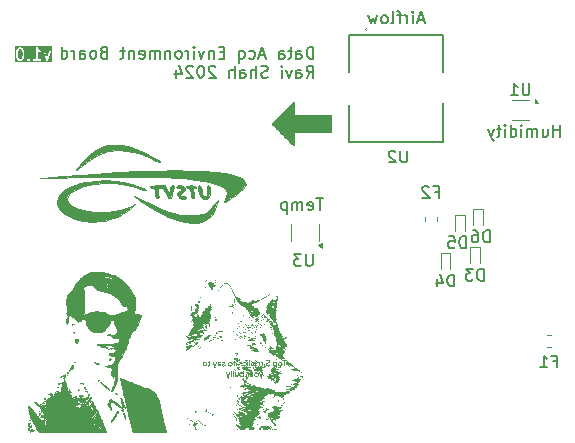
<source format=gbo>
%TF.GenerationSoftware,KiCad,Pcbnew,8.0.5*%
%TF.CreationDate,2024-11-03T15:39:06-06:00*%
%TF.ProjectId,DataAcq-EnvironmentBoard,44617461-4163-4712-9d45-6e7669726f6e,rev?*%
%TF.SameCoordinates,Original*%
%TF.FileFunction,Legend,Bot*%
%TF.FilePolarity,Positive*%
%FSLAX46Y46*%
G04 Gerber Fmt 4.6, Leading zero omitted, Abs format (unit mm)*
G04 Created by KiCad (PCBNEW 8.0.5) date 2024-11-03 15:39:06*
%MOMM*%
%LPD*%
G01*
G04 APERTURE LIST*
%ADD10C,0.153000*%
%ADD11C,0.150000*%
%ADD12C,0.120000*%
%ADD13C,0.000000*%
%ADD14C,0.100000*%
%ADD15C,0.200000*%
%ADD16C,0.010000*%
G04 APERTURE END LIST*
D10*
X179398367Y-77383948D02*
X178922177Y-77383948D01*
X179493605Y-77669663D02*
X179160272Y-76669663D01*
X179160272Y-76669663D02*
X178826939Y-77669663D01*
X178493605Y-77669663D02*
X178493605Y-77002996D01*
X178493605Y-76669663D02*
X178541224Y-76717282D01*
X178541224Y-76717282D02*
X178493605Y-76764901D01*
X178493605Y-76764901D02*
X178445986Y-76717282D01*
X178445986Y-76717282D02*
X178493605Y-76669663D01*
X178493605Y-76669663D02*
X178493605Y-76764901D01*
X178017415Y-77669663D02*
X178017415Y-77002996D01*
X178017415Y-77193472D02*
X177969796Y-77098234D01*
X177969796Y-77098234D02*
X177922177Y-77050615D01*
X177922177Y-77050615D02*
X177826939Y-77002996D01*
X177826939Y-77002996D02*
X177731701Y-77002996D01*
X177541224Y-77002996D02*
X177160272Y-77002996D01*
X177398367Y-77669663D02*
X177398367Y-76812520D01*
X177398367Y-76812520D02*
X177350748Y-76717282D01*
X177350748Y-76717282D02*
X177255510Y-76669663D01*
X177255510Y-76669663D02*
X177160272Y-76669663D01*
X176684081Y-77669663D02*
X176779319Y-77622044D01*
X176779319Y-77622044D02*
X176826938Y-77526805D01*
X176826938Y-77526805D02*
X176826938Y-76669663D01*
X176160271Y-77669663D02*
X176255509Y-77622044D01*
X176255509Y-77622044D02*
X176303128Y-77574424D01*
X176303128Y-77574424D02*
X176350747Y-77479186D01*
X176350747Y-77479186D02*
X176350747Y-77193472D01*
X176350747Y-77193472D02*
X176303128Y-77098234D01*
X176303128Y-77098234D02*
X176255509Y-77050615D01*
X176255509Y-77050615D02*
X176160271Y-77002996D01*
X176160271Y-77002996D02*
X176017414Y-77002996D01*
X176017414Y-77002996D02*
X175922176Y-77050615D01*
X175922176Y-77050615D02*
X175874557Y-77098234D01*
X175874557Y-77098234D02*
X175826938Y-77193472D01*
X175826938Y-77193472D02*
X175826938Y-77479186D01*
X175826938Y-77479186D02*
X175874557Y-77574424D01*
X175874557Y-77574424D02*
X175922176Y-77622044D01*
X175922176Y-77622044D02*
X176017414Y-77669663D01*
X176017414Y-77669663D02*
X176160271Y-77669663D01*
X175493604Y-77002996D02*
X175303128Y-77669663D01*
X175303128Y-77669663D02*
X175112652Y-77193472D01*
X175112652Y-77193472D02*
X174922176Y-77669663D01*
X174922176Y-77669663D02*
X174731700Y-77002996D01*
X170904104Y-92469663D02*
X170332676Y-92469663D01*
X170618390Y-93469663D02*
X170618390Y-92469663D01*
X169618390Y-93422044D02*
X169713628Y-93469663D01*
X169713628Y-93469663D02*
X169904104Y-93469663D01*
X169904104Y-93469663D02*
X169999342Y-93422044D01*
X169999342Y-93422044D02*
X170046961Y-93326805D01*
X170046961Y-93326805D02*
X170046961Y-92945853D01*
X170046961Y-92945853D02*
X169999342Y-92850615D01*
X169999342Y-92850615D02*
X169904104Y-92802996D01*
X169904104Y-92802996D02*
X169713628Y-92802996D01*
X169713628Y-92802996D02*
X169618390Y-92850615D01*
X169618390Y-92850615D02*
X169570771Y-92945853D01*
X169570771Y-92945853D02*
X169570771Y-93041091D01*
X169570771Y-93041091D02*
X170046961Y-93136329D01*
X169142199Y-93469663D02*
X169142199Y-92802996D01*
X169142199Y-92898234D02*
X169094580Y-92850615D01*
X169094580Y-92850615D02*
X168999342Y-92802996D01*
X168999342Y-92802996D02*
X168856485Y-92802996D01*
X168856485Y-92802996D02*
X168761247Y-92850615D01*
X168761247Y-92850615D02*
X168713628Y-92945853D01*
X168713628Y-92945853D02*
X168713628Y-93469663D01*
X168713628Y-92945853D02*
X168666009Y-92850615D01*
X168666009Y-92850615D02*
X168570771Y-92802996D01*
X168570771Y-92802996D02*
X168427914Y-92802996D01*
X168427914Y-92802996D02*
X168332675Y-92850615D01*
X168332675Y-92850615D02*
X168285056Y-92945853D01*
X168285056Y-92945853D02*
X168285056Y-93469663D01*
X167808866Y-92802996D02*
X167808866Y-93802996D01*
X167808866Y-92850615D02*
X167713628Y-92802996D01*
X167713628Y-92802996D02*
X167523152Y-92802996D01*
X167523152Y-92802996D02*
X167427914Y-92850615D01*
X167427914Y-92850615D02*
X167380295Y-92898234D01*
X167380295Y-92898234D02*
X167332676Y-92993472D01*
X167332676Y-92993472D02*
X167332676Y-93279186D01*
X167332676Y-93279186D02*
X167380295Y-93374424D01*
X167380295Y-93374424D02*
X167427914Y-93422044D01*
X167427914Y-93422044D02*
X167523152Y-93469663D01*
X167523152Y-93469663D02*
X167713628Y-93469663D01*
X167713628Y-93469663D02*
X167808866Y-93422044D01*
X170061247Y-80659719D02*
X170061247Y-79659719D01*
X170061247Y-79659719D02*
X169823152Y-79659719D01*
X169823152Y-79659719D02*
X169680295Y-79707338D01*
X169680295Y-79707338D02*
X169585057Y-79802576D01*
X169585057Y-79802576D02*
X169537438Y-79897814D01*
X169537438Y-79897814D02*
X169489819Y-80088290D01*
X169489819Y-80088290D02*
X169489819Y-80231147D01*
X169489819Y-80231147D02*
X169537438Y-80421623D01*
X169537438Y-80421623D02*
X169585057Y-80516861D01*
X169585057Y-80516861D02*
X169680295Y-80612100D01*
X169680295Y-80612100D02*
X169823152Y-80659719D01*
X169823152Y-80659719D02*
X170061247Y-80659719D01*
X168632676Y-80659719D02*
X168632676Y-80135909D01*
X168632676Y-80135909D02*
X168680295Y-80040671D01*
X168680295Y-80040671D02*
X168775533Y-79993052D01*
X168775533Y-79993052D02*
X168966009Y-79993052D01*
X168966009Y-79993052D02*
X169061247Y-80040671D01*
X168632676Y-80612100D02*
X168727914Y-80659719D01*
X168727914Y-80659719D02*
X168966009Y-80659719D01*
X168966009Y-80659719D02*
X169061247Y-80612100D01*
X169061247Y-80612100D02*
X169108866Y-80516861D01*
X169108866Y-80516861D02*
X169108866Y-80421623D01*
X169108866Y-80421623D02*
X169061247Y-80326385D01*
X169061247Y-80326385D02*
X168966009Y-80278766D01*
X168966009Y-80278766D02*
X168727914Y-80278766D01*
X168727914Y-80278766D02*
X168632676Y-80231147D01*
X168299342Y-79993052D02*
X167918390Y-79993052D01*
X168156485Y-79659719D02*
X168156485Y-80516861D01*
X168156485Y-80516861D02*
X168108866Y-80612100D01*
X168108866Y-80612100D02*
X168013628Y-80659719D01*
X168013628Y-80659719D02*
X167918390Y-80659719D01*
X167156485Y-80659719D02*
X167156485Y-80135909D01*
X167156485Y-80135909D02*
X167204104Y-80040671D01*
X167204104Y-80040671D02*
X167299342Y-79993052D01*
X167299342Y-79993052D02*
X167489818Y-79993052D01*
X167489818Y-79993052D02*
X167585056Y-80040671D01*
X167156485Y-80612100D02*
X167251723Y-80659719D01*
X167251723Y-80659719D02*
X167489818Y-80659719D01*
X167489818Y-80659719D02*
X167585056Y-80612100D01*
X167585056Y-80612100D02*
X167632675Y-80516861D01*
X167632675Y-80516861D02*
X167632675Y-80421623D01*
X167632675Y-80421623D02*
X167585056Y-80326385D01*
X167585056Y-80326385D02*
X167489818Y-80278766D01*
X167489818Y-80278766D02*
X167251723Y-80278766D01*
X167251723Y-80278766D02*
X167156485Y-80231147D01*
X165966008Y-80374004D02*
X165489818Y-80374004D01*
X166061246Y-80659719D02*
X165727913Y-79659719D01*
X165727913Y-79659719D02*
X165394580Y-80659719D01*
X164632675Y-80612100D02*
X164727913Y-80659719D01*
X164727913Y-80659719D02*
X164918389Y-80659719D01*
X164918389Y-80659719D02*
X165013627Y-80612100D01*
X165013627Y-80612100D02*
X165061246Y-80564480D01*
X165061246Y-80564480D02*
X165108865Y-80469242D01*
X165108865Y-80469242D02*
X165108865Y-80183528D01*
X165108865Y-80183528D02*
X165061246Y-80088290D01*
X165061246Y-80088290D02*
X165013627Y-80040671D01*
X165013627Y-80040671D02*
X164918389Y-79993052D01*
X164918389Y-79993052D02*
X164727913Y-79993052D01*
X164727913Y-79993052D02*
X164632675Y-80040671D01*
X163775532Y-79993052D02*
X163775532Y-80993052D01*
X163775532Y-80612100D02*
X163870770Y-80659719D01*
X163870770Y-80659719D02*
X164061246Y-80659719D01*
X164061246Y-80659719D02*
X164156484Y-80612100D01*
X164156484Y-80612100D02*
X164204103Y-80564480D01*
X164204103Y-80564480D02*
X164251722Y-80469242D01*
X164251722Y-80469242D02*
X164251722Y-80183528D01*
X164251722Y-80183528D02*
X164204103Y-80088290D01*
X164204103Y-80088290D02*
X164156484Y-80040671D01*
X164156484Y-80040671D02*
X164061246Y-79993052D01*
X164061246Y-79993052D02*
X163870770Y-79993052D01*
X163870770Y-79993052D02*
X163775532Y-80040671D01*
X162537436Y-80135909D02*
X162204103Y-80135909D01*
X162061246Y-80659719D02*
X162537436Y-80659719D01*
X162537436Y-80659719D02*
X162537436Y-79659719D01*
X162537436Y-79659719D02*
X162061246Y-79659719D01*
X161632674Y-79993052D02*
X161632674Y-80659719D01*
X161632674Y-80088290D02*
X161585055Y-80040671D01*
X161585055Y-80040671D02*
X161489817Y-79993052D01*
X161489817Y-79993052D02*
X161346960Y-79993052D01*
X161346960Y-79993052D02*
X161251722Y-80040671D01*
X161251722Y-80040671D02*
X161204103Y-80135909D01*
X161204103Y-80135909D02*
X161204103Y-80659719D01*
X160823150Y-79993052D02*
X160585055Y-80659719D01*
X160585055Y-80659719D02*
X160346960Y-79993052D01*
X159966007Y-80659719D02*
X159966007Y-79993052D01*
X159966007Y-79659719D02*
X160013626Y-79707338D01*
X160013626Y-79707338D02*
X159966007Y-79754957D01*
X159966007Y-79754957D02*
X159918388Y-79707338D01*
X159918388Y-79707338D02*
X159966007Y-79659719D01*
X159966007Y-79659719D02*
X159966007Y-79754957D01*
X159489817Y-80659719D02*
X159489817Y-79993052D01*
X159489817Y-80183528D02*
X159442198Y-80088290D01*
X159442198Y-80088290D02*
X159394579Y-80040671D01*
X159394579Y-80040671D02*
X159299341Y-79993052D01*
X159299341Y-79993052D02*
X159204103Y-79993052D01*
X158727912Y-80659719D02*
X158823150Y-80612100D01*
X158823150Y-80612100D02*
X158870769Y-80564480D01*
X158870769Y-80564480D02*
X158918388Y-80469242D01*
X158918388Y-80469242D02*
X158918388Y-80183528D01*
X158918388Y-80183528D02*
X158870769Y-80088290D01*
X158870769Y-80088290D02*
X158823150Y-80040671D01*
X158823150Y-80040671D02*
X158727912Y-79993052D01*
X158727912Y-79993052D02*
X158585055Y-79993052D01*
X158585055Y-79993052D02*
X158489817Y-80040671D01*
X158489817Y-80040671D02*
X158442198Y-80088290D01*
X158442198Y-80088290D02*
X158394579Y-80183528D01*
X158394579Y-80183528D02*
X158394579Y-80469242D01*
X158394579Y-80469242D02*
X158442198Y-80564480D01*
X158442198Y-80564480D02*
X158489817Y-80612100D01*
X158489817Y-80612100D02*
X158585055Y-80659719D01*
X158585055Y-80659719D02*
X158727912Y-80659719D01*
X157966007Y-79993052D02*
X157966007Y-80659719D01*
X157966007Y-80088290D02*
X157918388Y-80040671D01*
X157918388Y-80040671D02*
X157823150Y-79993052D01*
X157823150Y-79993052D02*
X157680293Y-79993052D01*
X157680293Y-79993052D02*
X157585055Y-80040671D01*
X157585055Y-80040671D02*
X157537436Y-80135909D01*
X157537436Y-80135909D02*
X157537436Y-80659719D01*
X157061245Y-80659719D02*
X157061245Y-79993052D01*
X157061245Y-80088290D02*
X157013626Y-80040671D01*
X157013626Y-80040671D02*
X156918388Y-79993052D01*
X156918388Y-79993052D02*
X156775531Y-79993052D01*
X156775531Y-79993052D02*
X156680293Y-80040671D01*
X156680293Y-80040671D02*
X156632674Y-80135909D01*
X156632674Y-80135909D02*
X156632674Y-80659719D01*
X156632674Y-80135909D02*
X156585055Y-80040671D01*
X156585055Y-80040671D02*
X156489817Y-79993052D01*
X156489817Y-79993052D02*
X156346960Y-79993052D01*
X156346960Y-79993052D02*
X156251721Y-80040671D01*
X156251721Y-80040671D02*
X156204102Y-80135909D01*
X156204102Y-80135909D02*
X156204102Y-80659719D01*
X155346960Y-80612100D02*
X155442198Y-80659719D01*
X155442198Y-80659719D02*
X155632674Y-80659719D01*
X155632674Y-80659719D02*
X155727912Y-80612100D01*
X155727912Y-80612100D02*
X155775531Y-80516861D01*
X155775531Y-80516861D02*
X155775531Y-80135909D01*
X155775531Y-80135909D02*
X155727912Y-80040671D01*
X155727912Y-80040671D02*
X155632674Y-79993052D01*
X155632674Y-79993052D02*
X155442198Y-79993052D01*
X155442198Y-79993052D02*
X155346960Y-80040671D01*
X155346960Y-80040671D02*
X155299341Y-80135909D01*
X155299341Y-80135909D02*
X155299341Y-80231147D01*
X155299341Y-80231147D02*
X155775531Y-80326385D01*
X154870769Y-79993052D02*
X154870769Y-80659719D01*
X154870769Y-80088290D02*
X154823150Y-80040671D01*
X154823150Y-80040671D02*
X154727912Y-79993052D01*
X154727912Y-79993052D02*
X154585055Y-79993052D01*
X154585055Y-79993052D02*
X154489817Y-80040671D01*
X154489817Y-80040671D02*
X154442198Y-80135909D01*
X154442198Y-80135909D02*
X154442198Y-80659719D01*
X154108864Y-79993052D02*
X153727912Y-79993052D01*
X153966007Y-79659719D02*
X153966007Y-80516861D01*
X153966007Y-80516861D02*
X153918388Y-80612100D01*
X153918388Y-80612100D02*
X153823150Y-80659719D01*
X153823150Y-80659719D02*
X153727912Y-80659719D01*
X152299340Y-80135909D02*
X152156483Y-80183528D01*
X152156483Y-80183528D02*
X152108864Y-80231147D01*
X152108864Y-80231147D02*
X152061245Y-80326385D01*
X152061245Y-80326385D02*
X152061245Y-80469242D01*
X152061245Y-80469242D02*
X152108864Y-80564480D01*
X152108864Y-80564480D02*
X152156483Y-80612100D01*
X152156483Y-80612100D02*
X152251721Y-80659719D01*
X152251721Y-80659719D02*
X152632673Y-80659719D01*
X152632673Y-80659719D02*
X152632673Y-79659719D01*
X152632673Y-79659719D02*
X152299340Y-79659719D01*
X152299340Y-79659719D02*
X152204102Y-79707338D01*
X152204102Y-79707338D02*
X152156483Y-79754957D01*
X152156483Y-79754957D02*
X152108864Y-79850195D01*
X152108864Y-79850195D02*
X152108864Y-79945433D01*
X152108864Y-79945433D02*
X152156483Y-80040671D01*
X152156483Y-80040671D02*
X152204102Y-80088290D01*
X152204102Y-80088290D02*
X152299340Y-80135909D01*
X152299340Y-80135909D02*
X152632673Y-80135909D01*
X151489816Y-80659719D02*
X151585054Y-80612100D01*
X151585054Y-80612100D02*
X151632673Y-80564480D01*
X151632673Y-80564480D02*
X151680292Y-80469242D01*
X151680292Y-80469242D02*
X151680292Y-80183528D01*
X151680292Y-80183528D02*
X151632673Y-80088290D01*
X151632673Y-80088290D02*
X151585054Y-80040671D01*
X151585054Y-80040671D02*
X151489816Y-79993052D01*
X151489816Y-79993052D02*
X151346959Y-79993052D01*
X151346959Y-79993052D02*
X151251721Y-80040671D01*
X151251721Y-80040671D02*
X151204102Y-80088290D01*
X151204102Y-80088290D02*
X151156483Y-80183528D01*
X151156483Y-80183528D02*
X151156483Y-80469242D01*
X151156483Y-80469242D02*
X151204102Y-80564480D01*
X151204102Y-80564480D02*
X151251721Y-80612100D01*
X151251721Y-80612100D02*
X151346959Y-80659719D01*
X151346959Y-80659719D02*
X151489816Y-80659719D01*
X150299340Y-80659719D02*
X150299340Y-80135909D01*
X150299340Y-80135909D02*
X150346959Y-80040671D01*
X150346959Y-80040671D02*
X150442197Y-79993052D01*
X150442197Y-79993052D02*
X150632673Y-79993052D01*
X150632673Y-79993052D02*
X150727911Y-80040671D01*
X150299340Y-80612100D02*
X150394578Y-80659719D01*
X150394578Y-80659719D02*
X150632673Y-80659719D01*
X150632673Y-80659719D02*
X150727911Y-80612100D01*
X150727911Y-80612100D02*
X150775530Y-80516861D01*
X150775530Y-80516861D02*
X150775530Y-80421623D01*
X150775530Y-80421623D02*
X150727911Y-80326385D01*
X150727911Y-80326385D02*
X150632673Y-80278766D01*
X150632673Y-80278766D02*
X150394578Y-80278766D01*
X150394578Y-80278766D02*
X150299340Y-80231147D01*
X149823149Y-80659719D02*
X149823149Y-79993052D01*
X149823149Y-80183528D02*
X149775530Y-80088290D01*
X149775530Y-80088290D02*
X149727911Y-80040671D01*
X149727911Y-80040671D02*
X149632673Y-79993052D01*
X149632673Y-79993052D02*
X149537435Y-79993052D01*
X148775530Y-80659719D02*
X148775530Y-79659719D01*
X148775530Y-80612100D02*
X148870768Y-80659719D01*
X148870768Y-80659719D02*
X149061244Y-80659719D01*
X149061244Y-80659719D02*
X149156482Y-80612100D01*
X149156482Y-80612100D02*
X149204101Y-80564480D01*
X149204101Y-80564480D02*
X149251720Y-80469242D01*
X149251720Y-80469242D02*
X149251720Y-80183528D01*
X149251720Y-80183528D02*
X149204101Y-80088290D01*
X149204101Y-80088290D02*
X149156482Y-80040671D01*
X149156482Y-80040671D02*
X149061244Y-79993052D01*
X149061244Y-79993052D02*
X148870768Y-79993052D01*
X148870768Y-79993052D02*
X148775530Y-80040671D01*
X169489819Y-82269663D02*
X169823152Y-81793472D01*
X170061247Y-82269663D02*
X170061247Y-81269663D01*
X170061247Y-81269663D02*
X169680295Y-81269663D01*
X169680295Y-81269663D02*
X169585057Y-81317282D01*
X169585057Y-81317282D02*
X169537438Y-81364901D01*
X169537438Y-81364901D02*
X169489819Y-81460139D01*
X169489819Y-81460139D02*
X169489819Y-81602996D01*
X169489819Y-81602996D02*
X169537438Y-81698234D01*
X169537438Y-81698234D02*
X169585057Y-81745853D01*
X169585057Y-81745853D02*
X169680295Y-81793472D01*
X169680295Y-81793472D02*
X170061247Y-81793472D01*
X168632676Y-82269663D02*
X168632676Y-81745853D01*
X168632676Y-81745853D02*
X168680295Y-81650615D01*
X168680295Y-81650615D02*
X168775533Y-81602996D01*
X168775533Y-81602996D02*
X168966009Y-81602996D01*
X168966009Y-81602996D02*
X169061247Y-81650615D01*
X168632676Y-82222044D02*
X168727914Y-82269663D01*
X168727914Y-82269663D02*
X168966009Y-82269663D01*
X168966009Y-82269663D02*
X169061247Y-82222044D01*
X169061247Y-82222044D02*
X169108866Y-82126805D01*
X169108866Y-82126805D02*
X169108866Y-82031567D01*
X169108866Y-82031567D02*
X169061247Y-81936329D01*
X169061247Y-81936329D02*
X168966009Y-81888710D01*
X168966009Y-81888710D02*
X168727914Y-81888710D01*
X168727914Y-81888710D02*
X168632676Y-81841091D01*
X168251723Y-81602996D02*
X168013628Y-82269663D01*
X168013628Y-82269663D02*
X167775533Y-81602996D01*
X167394580Y-82269663D02*
X167394580Y-81602996D01*
X167394580Y-81269663D02*
X167442199Y-81317282D01*
X167442199Y-81317282D02*
X167394580Y-81364901D01*
X167394580Y-81364901D02*
X167346961Y-81317282D01*
X167346961Y-81317282D02*
X167394580Y-81269663D01*
X167394580Y-81269663D02*
X167394580Y-81364901D01*
X166204104Y-82222044D02*
X166061247Y-82269663D01*
X166061247Y-82269663D02*
X165823152Y-82269663D01*
X165823152Y-82269663D02*
X165727914Y-82222044D01*
X165727914Y-82222044D02*
X165680295Y-82174424D01*
X165680295Y-82174424D02*
X165632676Y-82079186D01*
X165632676Y-82079186D02*
X165632676Y-81983948D01*
X165632676Y-81983948D02*
X165680295Y-81888710D01*
X165680295Y-81888710D02*
X165727914Y-81841091D01*
X165727914Y-81841091D02*
X165823152Y-81793472D01*
X165823152Y-81793472D02*
X166013628Y-81745853D01*
X166013628Y-81745853D02*
X166108866Y-81698234D01*
X166108866Y-81698234D02*
X166156485Y-81650615D01*
X166156485Y-81650615D02*
X166204104Y-81555377D01*
X166204104Y-81555377D02*
X166204104Y-81460139D01*
X166204104Y-81460139D02*
X166156485Y-81364901D01*
X166156485Y-81364901D02*
X166108866Y-81317282D01*
X166108866Y-81317282D02*
X166013628Y-81269663D01*
X166013628Y-81269663D02*
X165775533Y-81269663D01*
X165775533Y-81269663D02*
X165632676Y-81317282D01*
X165204104Y-82269663D02*
X165204104Y-81269663D01*
X164775533Y-82269663D02*
X164775533Y-81745853D01*
X164775533Y-81745853D02*
X164823152Y-81650615D01*
X164823152Y-81650615D02*
X164918390Y-81602996D01*
X164918390Y-81602996D02*
X165061247Y-81602996D01*
X165061247Y-81602996D02*
X165156485Y-81650615D01*
X165156485Y-81650615D02*
X165204104Y-81698234D01*
X163870771Y-82269663D02*
X163870771Y-81745853D01*
X163870771Y-81745853D02*
X163918390Y-81650615D01*
X163918390Y-81650615D02*
X164013628Y-81602996D01*
X164013628Y-81602996D02*
X164204104Y-81602996D01*
X164204104Y-81602996D02*
X164299342Y-81650615D01*
X163870771Y-82222044D02*
X163966009Y-82269663D01*
X163966009Y-82269663D02*
X164204104Y-82269663D01*
X164204104Y-82269663D02*
X164299342Y-82222044D01*
X164299342Y-82222044D02*
X164346961Y-82126805D01*
X164346961Y-82126805D02*
X164346961Y-82031567D01*
X164346961Y-82031567D02*
X164299342Y-81936329D01*
X164299342Y-81936329D02*
X164204104Y-81888710D01*
X164204104Y-81888710D02*
X163966009Y-81888710D01*
X163966009Y-81888710D02*
X163870771Y-81841091D01*
X163394580Y-82269663D02*
X163394580Y-81269663D01*
X162966009Y-82269663D02*
X162966009Y-81745853D01*
X162966009Y-81745853D02*
X163013628Y-81650615D01*
X163013628Y-81650615D02*
X163108866Y-81602996D01*
X163108866Y-81602996D02*
X163251723Y-81602996D01*
X163251723Y-81602996D02*
X163346961Y-81650615D01*
X163346961Y-81650615D02*
X163394580Y-81698234D01*
X161775532Y-81364901D02*
X161727913Y-81317282D01*
X161727913Y-81317282D02*
X161632675Y-81269663D01*
X161632675Y-81269663D02*
X161394580Y-81269663D01*
X161394580Y-81269663D02*
X161299342Y-81317282D01*
X161299342Y-81317282D02*
X161251723Y-81364901D01*
X161251723Y-81364901D02*
X161204104Y-81460139D01*
X161204104Y-81460139D02*
X161204104Y-81555377D01*
X161204104Y-81555377D02*
X161251723Y-81698234D01*
X161251723Y-81698234D02*
X161823151Y-82269663D01*
X161823151Y-82269663D02*
X161204104Y-82269663D01*
X160585056Y-81269663D02*
X160489818Y-81269663D01*
X160489818Y-81269663D02*
X160394580Y-81317282D01*
X160394580Y-81317282D02*
X160346961Y-81364901D01*
X160346961Y-81364901D02*
X160299342Y-81460139D01*
X160299342Y-81460139D02*
X160251723Y-81650615D01*
X160251723Y-81650615D02*
X160251723Y-81888710D01*
X160251723Y-81888710D02*
X160299342Y-82079186D01*
X160299342Y-82079186D02*
X160346961Y-82174424D01*
X160346961Y-82174424D02*
X160394580Y-82222044D01*
X160394580Y-82222044D02*
X160489818Y-82269663D01*
X160489818Y-82269663D02*
X160585056Y-82269663D01*
X160585056Y-82269663D02*
X160680294Y-82222044D01*
X160680294Y-82222044D02*
X160727913Y-82174424D01*
X160727913Y-82174424D02*
X160775532Y-82079186D01*
X160775532Y-82079186D02*
X160823151Y-81888710D01*
X160823151Y-81888710D02*
X160823151Y-81650615D01*
X160823151Y-81650615D02*
X160775532Y-81460139D01*
X160775532Y-81460139D02*
X160727913Y-81364901D01*
X160727913Y-81364901D02*
X160680294Y-81317282D01*
X160680294Y-81317282D02*
X160585056Y-81269663D01*
X159870770Y-81364901D02*
X159823151Y-81317282D01*
X159823151Y-81317282D02*
X159727913Y-81269663D01*
X159727913Y-81269663D02*
X159489818Y-81269663D01*
X159489818Y-81269663D02*
X159394580Y-81317282D01*
X159394580Y-81317282D02*
X159346961Y-81364901D01*
X159346961Y-81364901D02*
X159299342Y-81460139D01*
X159299342Y-81460139D02*
X159299342Y-81555377D01*
X159299342Y-81555377D02*
X159346961Y-81698234D01*
X159346961Y-81698234D02*
X159918389Y-82269663D01*
X159918389Y-82269663D02*
X159299342Y-82269663D01*
X158442199Y-81602996D02*
X158442199Y-82269663D01*
X158680294Y-81222044D02*
X158918389Y-81936329D01*
X158918389Y-81936329D02*
X158299342Y-81936329D01*
G36*
X145344763Y-79881321D02*
G01*
X145374825Y-79911382D01*
X145413138Y-79988008D01*
X145456436Y-80161200D01*
X145456436Y-80380459D01*
X145413138Y-80553651D01*
X145374824Y-80630277D01*
X145344764Y-80660338D01*
X145276781Y-80694330D01*
X145217663Y-80694330D01*
X145149679Y-80660338D01*
X145119619Y-80630277D01*
X145081306Y-80553651D01*
X145038008Y-80380459D01*
X145038008Y-80161200D01*
X145081306Y-79988008D01*
X145119618Y-79911383D01*
X145149679Y-79881321D01*
X145217663Y-79847330D01*
X145276781Y-79847330D01*
X145344763Y-79881321D01*
G37*
G36*
X147957820Y-80958441D02*
G01*
X144773897Y-80958441D01*
X144773897Y-80151782D01*
X144885008Y-80151782D01*
X144885008Y-80389877D01*
X144885264Y-80392482D01*
X144885099Y-80393596D01*
X144885924Y-80399177D01*
X144886478Y-80404801D01*
X144886909Y-80405842D01*
X144887292Y-80408431D01*
X144934911Y-80598907D01*
X144935304Y-80600009D01*
X144935344Y-80600559D01*
X144937722Y-80606774D01*
X144939957Y-80613029D01*
X144940284Y-80613470D01*
X144940703Y-80614565D01*
X144988322Y-80709803D01*
X144992364Y-80716225D01*
X144993138Y-80718092D01*
X144994862Y-80720193D01*
X144996311Y-80722494D01*
X144997837Y-80723817D01*
X145002652Y-80729684D01*
X145050271Y-80777304D01*
X145056137Y-80782119D01*
X145057462Y-80783646D01*
X145059763Y-80785094D01*
X145061863Y-80786818D01*
X145063728Y-80787590D01*
X145070153Y-80791635D01*
X145165391Y-80839254D01*
X145179397Y-80844613D01*
X145182138Y-80844807D01*
X145184679Y-80845860D01*
X145199603Y-80847330D01*
X145294841Y-80847330D01*
X145309765Y-80845860D01*
X145312305Y-80844807D01*
X145315047Y-80844613D01*
X145329053Y-80839254D01*
X145424291Y-80791635D01*
X145430715Y-80787590D01*
X145432581Y-80786818D01*
X145434680Y-80785094D01*
X145436982Y-80783646D01*
X145438306Y-80782119D01*
X145444173Y-80777304D01*
X145491792Y-80729684D01*
X145496604Y-80723819D01*
X145498133Y-80722494D01*
X145499583Y-80720189D01*
X145501305Y-80718092D01*
X145502076Y-80716229D01*
X145506122Y-80709803D01*
X145506880Y-80708288D01*
X145838858Y-80708288D01*
X145838858Y-80738136D01*
X145850281Y-80765713D01*
X145850285Y-80765717D01*
X145859794Y-80777305D01*
X145907413Y-80824923D01*
X145919005Y-80834437D01*
X145930428Y-80839168D01*
X145946583Y-80845860D01*
X145976431Y-80845860D01*
X146004008Y-80834437D01*
X146015601Y-80824924D01*
X146063219Y-80777305D01*
X146072733Y-80765713D01*
X146076795Y-80755906D01*
X146315049Y-80755906D01*
X146315049Y-80785754D01*
X146326472Y-80813331D01*
X146347578Y-80834437D01*
X146375155Y-80845860D01*
X146390079Y-80847330D01*
X146961507Y-80847330D01*
X146976431Y-80845860D01*
X147004008Y-80834437D01*
X147025114Y-80813331D01*
X147036537Y-80785754D01*
X147036537Y-80755906D01*
X147025114Y-80728329D01*
X147004008Y-80707223D01*
X146976431Y-80695800D01*
X146961507Y-80694330D01*
X146752293Y-80694330D01*
X146752293Y-80003137D01*
X146812175Y-80063019D01*
X146818041Y-80067833D01*
X146819366Y-80069360D01*
X146821669Y-80070810D01*
X146823768Y-80072532D01*
X146825630Y-80073303D01*
X146832057Y-80077349D01*
X146927295Y-80124968D01*
X146941301Y-80130327D01*
X146971075Y-80132443D01*
X146999392Y-80123004D01*
X147008224Y-80115344D01*
X147219163Y-80115344D01*
X147222798Y-80129893D01*
X147460893Y-80796559D01*
X147467296Y-80810120D01*
X147469875Y-80812968D01*
X147471518Y-80816437D01*
X147479814Y-80823947D01*
X147487329Y-80832248D01*
X147490799Y-80833891D01*
X147493646Y-80836469D01*
X147504187Y-80840233D01*
X147514304Y-80845026D01*
X147518139Y-80845216D01*
X147521755Y-80846508D01*
X147532936Y-80845952D01*
X147544117Y-80846508D01*
X147547732Y-80845216D01*
X147551568Y-80845026D01*
X147561684Y-80840233D01*
X147572226Y-80836469D01*
X147575072Y-80833891D01*
X147578543Y-80832248D01*
X147586055Y-80823949D01*
X147594354Y-80816437D01*
X147595997Y-80812967D01*
X147598575Y-80810120D01*
X147604979Y-80796560D01*
X147843074Y-80129893D01*
X147846709Y-80115344D01*
X147845227Y-80085532D01*
X147832449Y-80058556D01*
X147810321Y-80038524D01*
X147782212Y-80028485D01*
X147752399Y-80029967D01*
X147725424Y-80042745D01*
X147705391Y-80064873D01*
X147698988Y-80078434D01*
X147532936Y-80543379D01*
X147366884Y-80078433D01*
X147360480Y-80064873D01*
X147340448Y-80042745D01*
X147313473Y-80029967D01*
X147283660Y-80028485D01*
X147255551Y-80038524D01*
X147233423Y-80058556D01*
X147220645Y-80085531D01*
X147219163Y-80115344D01*
X147008224Y-80115344D01*
X147021941Y-80103447D01*
X147035290Y-80076750D01*
X147037406Y-80046976D01*
X147027967Y-80018659D01*
X147008410Y-79996109D01*
X146995719Y-79988120D01*
X146911585Y-79946053D01*
X146830479Y-79864947D01*
X146739445Y-79728395D01*
X146739409Y-79728351D01*
X146739400Y-79728329D01*
X146739349Y-79728278D01*
X146729943Y-79716793D01*
X146723648Y-79712577D01*
X146718294Y-79707223D01*
X146711370Y-79704355D01*
X146705142Y-79700184D01*
X146697714Y-79698698D01*
X146690717Y-79695800D01*
X146683223Y-79695800D01*
X146675873Y-79694330D01*
X146668443Y-79695800D01*
X146660869Y-79695800D01*
X146653944Y-79698668D01*
X146646591Y-79700123D01*
X146640287Y-79704325D01*
X146633292Y-79707223D01*
X146627993Y-79712521D01*
X146621756Y-79716680D01*
X146617540Y-79722974D01*
X146612186Y-79728329D01*
X146609318Y-79735252D01*
X146605147Y-79741481D01*
X146603661Y-79748908D01*
X146600763Y-79755906D01*
X146599308Y-79770672D01*
X146599293Y-79770750D01*
X146599298Y-79770776D01*
X146599293Y-79770830D01*
X146599293Y-80694330D01*
X146390079Y-80694330D01*
X146375155Y-80695800D01*
X146347578Y-80707223D01*
X146326472Y-80728329D01*
X146315049Y-80755906D01*
X146076795Y-80755906D01*
X146084155Y-80738136D01*
X146084155Y-80728328D01*
X146084156Y-80708287D01*
X146072733Y-80680710D01*
X146063220Y-80669118D01*
X146015601Y-80621498D01*
X146004009Y-80611984D01*
X145976432Y-80600561D01*
X145976431Y-80600561D01*
X145946583Y-80600561D01*
X145938506Y-80603906D01*
X145919006Y-80611983D01*
X145919005Y-80611984D01*
X145907413Y-80621498D01*
X145859794Y-80669118D01*
X145850280Y-80680710D01*
X145838858Y-80708288D01*
X145506880Y-80708288D01*
X145553741Y-80614565D01*
X145554159Y-80613470D01*
X145554487Y-80613029D01*
X145556721Y-80606774D01*
X145559100Y-80600559D01*
X145559139Y-80600009D01*
X145559533Y-80598907D01*
X145607152Y-80408431D01*
X145607534Y-80405842D01*
X145607966Y-80404801D01*
X145608519Y-80399177D01*
X145609345Y-80393596D01*
X145609179Y-80392482D01*
X145609436Y-80389877D01*
X145609436Y-80151782D01*
X145609179Y-80149176D01*
X145609345Y-80148063D01*
X145608519Y-80142481D01*
X145607966Y-80136858D01*
X145607534Y-80135816D01*
X145607152Y-80133228D01*
X145559533Y-79942752D01*
X145559139Y-79941649D01*
X145559100Y-79941100D01*
X145556721Y-79934884D01*
X145554487Y-79928630D01*
X145554159Y-79928188D01*
X145553741Y-79927094D01*
X145506122Y-79831856D01*
X145502077Y-79825431D01*
X145501305Y-79823566D01*
X145499581Y-79821466D01*
X145498133Y-79819165D01*
X145496606Y-79817840D01*
X145491791Y-79811974D01*
X145444173Y-79764355D01*
X145438306Y-79759540D01*
X145436982Y-79758014D01*
X145434678Y-79756563D01*
X145432580Y-79754842D01*
X145430717Y-79754070D01*
X145424291Y-79750025D01*
X145329053Y-79702406D01*
X145315047Y-79697047D01*
X145312305Y-79696852D01*
X145309765Y-79695800D01*
X145294841Y-79694330D01*
X145199603Y-79694330D01*
X145184679Y-79695800D01*
X145182138Y-79696852D01*
X145179397Y-79697047D01*
X145165391Y-79702406D01*
X145070153Y-79750025D01*
X145063728Y-79754069D01*
X145061863Y-79754842D01*
X145059763Y-79756565D01*
X145057462Y-79758014D01*
X145056137Y-79759540D01*
X145050271Y-79764356D01*
X145002652Y-79811974D01*
X144997837Y-79817840D01*
X144996311Y-79819165D01*
X144994860Y-79821468D01*
X144993139Y-79823567D01*
X144992367Y-79825429D01*
X144988322Y-79831856D01*
X144940703Y-79927094D01*
X144940284Y-79928188D01*
X144939957Y-79928630D01*
X144937722Y-79934884D01*
X144935344Y-79941100D01*
X144935304Y-79941649D01*
X144934911Y-79942752D01*
X144887292Y-80133228D01*
X144886909Y-80135816D01*
X144886478Y-80136858D01*
X144885924Y-80142481D01*
X144885099Y-80148063D01*
X144885264Y-80149176D01*
X144885008Y-80151782D01*
X144773897Y-80151782D01*
X144773897Y-79583219D01*
X147957820Y-79583219D01*
X147957820Y-80958441D01*
G37*
X190961247Y-87269663D02*
X190961247Y-86269663D01*
X190961247Y-86745853D02*
X190389819Y-86745853D01*
X190389819Y-87269663D02*
X190389819Y-86269663D01*
X189485057Y-86602996D02*
X189485057Y-87269663D01*
X189913628Y-86602996D02*
X189913628Y-87126805D01*
X189913628Y-87126805D02*
X189866009Y-87222044D01*
X189866009Y-87222044D02*
X189770771Y-87269663D01*
X189770771Y-87269663D02*
X189627914Y-87269663D01*
X189627914Y-87269663D02*
X189532676Y-87222044D01*
X189532676Y-87222044D02*
X189485057Y-87174424D01*
X189008866Y-87269663D02*
X189008866Y-86602996D01*
X189008866Y-86698234D02*
X188961247Y-86650615D01*
X188961247Y-86650615D02*
X188866009Y-86602996D01*
X188866009Y-86602996D02*
X188723152Y-86602996D01*
X188723152Y-86602996D02*
X188627914Y-86650615D01*
X188627914Y-86650615D02*
X188580295Y-86745853D01*
X188580295Y-86745853D02*
X188580295Y-87269663D01*
X188580295Y-86745853D02*
X188532676Y-86650615D01*
X188532676Y-86650615D02*
X188437438Y-86602996D01*
X188437438Y-86602996D02*
X188294581Y-86602996D01*
X188294581Y-86602996D02*
X188199342Y-86650615D01*
X188199342Y-86650615D02*
X188151723Y-86745853D01*
X188151723Y-86745853D02*
X188151723Y-87269663D01*
X187675533Y-87269663D02*
X187675533Y-86602996D01*
X187675533Y-86269663D02*
X187723152Y-86317282D01*
X187723152Y-86317282D02*
X187675533Y-86364901D01*
X187675533Y-86364901D02*
X187627914Y-86317282D01*
X187627914Y-86317282D02*
X187675533Y-86269663D01*
X187675533Y-86269663D02*
X187675533Y-86364901D01*
X186770772Y-87269663D02*
X186770772Y-86269663D01*
X186770772Y-87222044D02*
X186866010Y-87269663D01*
X186866010Y-87269663D02*
X187056486Y-87269663D01*
X187056486Y-87269663D02*
X187151724Y-87222044D01*
X187151724Y-87222044D02*
X187199343Y-87174424D01*
X187199343Y-87174424D02*
X187246962Y-87079186D01*
X187246962Y-87079186D02*
X187246962Y-86793472D01*
X187246962Y-86793472D02*
X187199343Y-86698234D01*
X187199343Y-86698234D02*
X187151724Y-86650615D01*
X187151724Y-86650615D02*
X187056486Y-86602996D01*
X187056486Y-86602996D02*
X186866010Y-86602996D01*
X186866010Y-86602996D02*
X186770772Y-86650615D01*
X186294581Y-87269663D02*
X186294581Y-86602996D01*
X186294581Y-86269663D02*
X186342200Y-86317282D01*
X186342200Y-86317282D02*
X186294581Y-86364901D01*
X186294581Y-86364901D02*
X186246962Y-86317282D01*
X186246962Y-86317282D02*
X186294581Y-86269663D01*
X186294581Y-86269663D02*
X186294581Y-86364901D01*
X185961248Y-86602996D02*
X185580296Y-86602996D01*
X185818391Y-86269663D02*
X185818391Y-87126805D01*
X185818391Y-87126805D02*
X185770772Y-87222044D01*
X185770772Y-87222044D02*
X185675534Y-87269663D01*
X185675534Y-87269663D02*
X185580296Y-87269663D01*
X185342200Y-86602996D02*
X185104105Y-87269663D01*
X184866010Y-86602996D02*
X185104105Y-87269663D01*
X185104105Y-87269663D02*
X185199343Y-87507758D01*
X185199343Y-87507758D02*
X185246962Y-87555377D01*
X185246962Y-87555377D02*
X185342200Y-87602996D01*
D11*
X184488094Y-99454819D02*
X184488094Y-98454819D01*
X184488094Y-98454819D02*
X184249999Y-98454819D01*
X184249999Y-98454819D02*
X184107142Y-98502438D01*
X184107142Y-98502438D02*
X184011904Y-98597676D01*
X184011904Y-98597676D02*
X183964285Y-98692914D01*
X183964285Y-98692914D02*
X183916666Y-98883390D01*
X183916666Y-98883390D02*
X183916666Y-99026247D01*
X183916666Y-99026247D02*
X183964285Y-99216723D01*
X183964285Y-99216723D02*
X184011904Y-99311961D01*
X184011904Y-99311961D02*
X184107142Y-99407200D01*
X184107142Y-99407200D02*
X184249999Y-99454819D01*
X184249999Y-99454819D02*
X184488094Y-99454819D01*
X183583332Y-98454819D02*
X182964285Y-98454819D01*
X182964285Y-98454819D02*
X183297618Y-98835771D01*
X183297618Y-98835771D02*
X183154761Y-98835771D01*
X183154761Y-98835771D02*
X183059523Y-98883390D01*
X183059523Y-98883390D02*
X183011904Y-98931009D01*
X183011904Y-98931009D02*
X182964285Y-99026247D01*
X182964285Y-99026247D02*
X182964285Y-99264342D01*
X182964285Y-99264342D02*
X183011904Y-99359580D01*
X183011904Y-99359580D02*
X183059523Y-99407200D01*
X183059523Y-99407200D02*
X183154761Y-99454819D01*
X183154761Y-99454819D02*
X183440475Y-99454819D01*
X183440475Y-99454819D02*
X183535713Y-99407200D01*
X183535713Y-99407200D02*
X183583332Y-99359580D01*
X170011904Y-97204819D02*
X170011904Y-98014342D01*
X170011904Y-98014342D02*
X169964285Y-98109580D01*
X169964285Y-98109580D02*
X169916666Y-98157200D01*
X169916666Y-98157200D02*
X169821428Y-98204819D01*
X169821428Y-98204819D02*
X169630952Y-98204819D01*
X169630952Y-98204819D02*
X169535714Y-98157200D01*
X169535714Y-98157200D02*
X169488095Y-98109580D01*
X169488095Y-98109580D02*
X169440476Y-98014342D01*
X169440476Y-98014342D02*
X169440476Y-97204819D01*
X169059523Y-97204819D02*
X168440476Y-97204819D01*
X168440476Y-97204819D02*
X168773809Y-97585771D01*
X168773809Y-97585771D02*
X168630952Y-97585771D01*
X168630952Y-97585771D02*
X168535714Y-97633390D01*
X168535714Y-97633390D02*
X168488095Y-97681009D01*
X168488095Y-97681009D02*
X168440476Y-97776247D01*
X168440476Y-97776247D02*
X168440476Y-98014342D01*
X168440476Y-98014342D02*
X168488095Y-98109580D01*
X168488095Y-98109580D02*
X168535714Y-98157200D01*
X168535714Y-98157200D02*
X168630952Y-98204819D01*
X168630952Y-98204819D02*
X168916666Y-98204819D01*
X168916666Y-98204819D02*
X169011904Y-98157200D01*
X169011904Y-98157200D02*
X169059523Y-98109580D01*
D10*
X178011904Y-88454663D02*
X178011904Y-89264186D01*
X178011904Y-89264186D02*
X177964285Y-89359424D01*
X177964285Y-89359424D02*
X177916666Y-89407044D01*
X177916666Y-89407044D02*
X177821428Y-89454663D01*
X177821428Y-89454663D02*
X177630952Y-89454663D01*
X177630952Y-89454663D02*
X177535714Y-89407044D01*
X177535714Y-89407044D02*
X177488095Y-89359424D01*
X177488095Y-89359424D02*
X177440476Y-89264186D01*
X177440476Y-89264186D02*
X177440476Y-88454663D01*
X177011904Y-88549901D02*
X176964285Y-88502282D01*
X176964285Y-88502282D02*
X176869047Y-88454663D01*
X176869047Y-88454663D02*
X176630952Y-88454663D01*
X176630952Y-88454663D02*
X176535714Y-88502282D01*
X176535714Y-88502282D02*
X176488095Y-88549901D01*
X176488095Y-88549901D02*
X176440476Y-88645139D01*
X176440476Y-88645139D02*
X176440476Y-88740377D01*
X176440476Y-88740377D02*
X176488095Y-88883234D01*
X176488095Y-88883234D02*
X177059523Y-89454663D01*
X177059523Y-89454663D02*
X176440476Y-89454663D01*
D11*
X188361904Y-82754819D02*
X188361904Y-83564342D01*
X188361904Y-83564342D02*
X188314285Y-83659580D01*
X188314285Y-83659580D02*
X188266666Y-83707200D01*
X188266666Y-83707200D02*
X188171428Y-83754819D01*
X188171428Y-83754819D02*
X187980952Y-83754819D01*
X187980952Y-83754819D02*
X187885714Y-83707200D01*
X187885714Y-83707200D02*
X187838095Y-83659580D01*
X187838095Y-83659580D02*
X187790476Y-83564342D01*
X187790476Y-83564342D02*
X187790476Y-82754819D01*
X186790476Y-83754819D02*
X187361904Y-83754819D01*
X187076190Y-83754819D02*
X187076190Y-82754819D01*
X187076190Y-82754819D02*
X187171428Y-82897676D01*
X187171428Y-82897676D02*
X187266666Y-82992914D01*
X187266666Y-82992914D02*
X187361904Y-83040533D01*
D10*
X181988094Y-99954663D02*
X181988094Y-98954663D01*
X181988094Y-98954663D02*
X181749999Y-98954663D01*
X181749999Y-98954663D02*
X181607142Y-99002282D01*
X181607142Y-99002282D02*
X181511904Y-99097520D01*
X181511904Y-99097520D02*
X181464285Y-99192758D01*
X181464285Y-99192758D02*
X181416666Y-99383234D01*
X181416666Y-99383234D02*
X181416666Y-99526091D01*
X181416666Y-99526091D02*
X181464285Y-99716567D01*
X181464285Y-99716567D02*
X181511904Y-99811805D01*
X181511904Y-99811805D02*
X181607142Y-99907044D01*
X181607142Y-99907044D02*
X181749999Y-99954663D01*
X181749999Y-99954663D02*
X181988094Y-99954663D01*
X180559523Y-99287996D02*
X180559523Y-99954663D01*
X180797618Y-98907044D02*
X181035713Y-99621329D01*
X181035713Y-99621329D02*
X180416666Y-99621329D01*
X182988094Y-96704663D02*
X182988094Y-95704663D01*
X182988094Y-95704663D02*
X182749999Y-95704663D01*
X182749999Y-95704663D02*
X182607142Y-95752282D01*
X182607142Y-95752282D02*
X182511904Y-95847520D01*
X182511904Y-95847520D02*
X182464285Y-95942758D01*
X182464285Y-95942758D02*
X182416666Y-96133234D01*
X182416666Y-96133234D02*
X182416666Y-96276091D01*
X182416666Y-96276091D02*
X182464285Y-96466567D01*
X182464285Y-96466567D02*
X182511904Y-96561805D01*
X182511904Y-96561805D02*
X182607142Y-96657044D01*
X182607142Y-96657044D02*
X182749999Y-96704663D01*
X182749999Y-96704663D02*
X182988094Y-96704663D01*
X181511904Y-95704663D02*
X181988094Y-95704663D01*
X181988094Y-95704663D02*
X182035713Y-96180853D01*
X182035713Y-96180853D02*
X181988094Y-96133234D01*
X181988094Y-96133234D02*
X181892856Y-96085615D01*
X181892856Y-96085615D02*
X181654761Y-96085615D01*
X181654761Y-96085615D02*
X181559523Y-96133234D01*
X181559523Y-96133234D02*
X181511904Y-96180853D01*
X181511904Y-96180853D02*
X181464285Y-96276091D01*
X181464285Y-96276091D02*
X181464285Y-96514186D01*
X181464285Y-96514186D02*
X181511904Y-96609424D01*
X181511904Y-96609424D02*
X181559523Y-96657044D01*
X181559523Y-96657044D02*
X181654761Y-96704663D01*
X181654761Y-96704663D02*
X181892856Y-96704663D01*
X181892856Y-96704663D02*
X181988094Y-96657044D01*
X181988094Y-96657044D02*
X182035713Y-96609424D01*
X184988094Y-96204663D02*
X184988094Y-95204663D01*
X184988094Y-95204663D02*
X184749999Y-95204663D01*
X184749999Y-95204663D02*
X184607142Y-95252282D01*
X184607142Y-95252282D02*
X184511904Y-95347520D01*
X184511904Y-95347520D02*
X184464285Y-95442758D01*
X184464285Y-95442758D02*
X184416666Y-95633234D01*
X184416666Y-95633234D02*
X184416666Y-95776091D01*
X184416666Y-95776091D02*
X184464285Y-95966567D01*
X184464285Y-95966567D02*
X184511904Y-96061805D01*
X184511904Y-96061805D02*
X184607142Y-96157044D01*
X184607142Y-96157044D02*
X184749999Y-96204663D01*
X184749999Y-96204663D02*
X184988094Y-96204663D01*
X183559523Y-95204663D02*
X183749999Y-95204663D01*
X183749999Y-95204663D02*
X183845237Y-95252282D01*
X183845237Y-95252282D02*
X183892856Y-95299901D01*
X183892856Y-95299901D02*
X183988094Y-95442758D01*
X183988094Y-95442758D02*
X184035713Y-95633234D01*
X184035713Y-95633234D02*
X184035713Y-96014186D01*
X184035713Y-96014186D02*
X183988094Y-96109424D01*
X183988094Y-96109424D02*
X183940475Y-96157044D01*
X183940475Y-96157044D02*
X183845237Y-96204663D01*
X183845237Y-96204663D02*
X183654761Y-96204663D01*
X183654761Y-96204663D02*
X183559523Y-96157044D01*
X183559523Y-96157044D02*
X183511904Y-96109424D01*
X183511904Y-96109424D02*
X183464285Y-96014186D01*
X183464285Y-96014186D02*
X183464285Y-95776091D01*
X183464285Y-95776091D02*
X183511904Y-95680853D01*
X183511904Y-95680853D02*
X183559523Y-95633234D01*
X183559523Y-95633234D02*
X183654761Y-95585615D01*
X183654761Y-95585615D02*
X183845237Y-95585615D01*
X183845237Y-95585615D02*
X183940475Y-95633234D01*
X183940475Y-95633234D02*
X183988094Y-95680853D01*
X183988094Y-95680853D02*
X184035713Y-95776091D01*
X180333333Y-91930853D02*
X180666666Y-91930853D01*
X180666666Y-92454663D02*
X180666666Y-91454663D01*
X180666666Y-91454663D02*
X180190476Y-91454663D01*
X179857142Y-91549901D02*
X179809523Y-91502282D01*
X179809523Y-91502282D02*
X179714285Y-91454663D01*
X179714285Y-91454663D02*
X179476190Y-91454663D01*
X179476190Y-91454663D02*
X179380952Y-91502282D01*
X179380952Y-91502282D02*
X179333333Y-91549901D01*
X179333333Y-91549901D02*
X179285714Y-91645139D01*
X179285714Y-91645139D02*
X179285714Y-91740377D01*
X179285714Y-91740377D02*
X179333333Y-91883234D01*
X179333333Y-91883234D02*
X179904761Y-92454663D01*
X179904761Y-92454663D02*
X179285714Y-92454663D01*
X190333333Y-106280853D02*
X190666666Y-106280853D01*
X190666666Y-106804663D02*
X190666666Y-105804663D01*
X190666666Y-105804663D02*
X190190476Y-105804663D01*
X189285714Y-106804663D02*
X189857142Y-106804663D01*
X189571428Y-106804663D02*
X189571428Y-105804663D01*
X189571428Y-105804663D02*
X189666666Y-105947520D01*
X189666666Y-105947520D02*
X189761904Y-106042758D01*
X189761904Y-106042758D02*
X189857142Y-106090377D01*
D12*
%TO.C,D3*%
X184150000Y-96640000D02*
X183350000Y-96640000D01*
X183350000Y-96640000D02*
X183350000Y-98000000D01*
X184150000Y-96640000D02*
X184150000Y-98000000D01*
D13*
%TO.C,LOGO1*%
G36*
X168442851Y-84291274D02*
G01*
X168465547Y-84307580D01*
X168466057Y-84308093D01*
X168470849Y-84313630D01*
X168474866Y-84320921D01*
X168478175Y-84331797D01*
X168480846Y-84348086D01*
X168482946Y-84371618D01*
X168484545Y-84404222D01*
X168485709Y-84447728D01*
X168486509Y-84503965D01*
X168487012Y-84574762D01*
X168487287Y-84661948D01*
X168487401Y-84767354D01*
X168487424Y-84892808D01*
X168487424Y-85456158D01*
X170049245Y-85456158D01*
X170127047Y-85456160D01*
X170337195Y-85456192D01*
X170526879Y-85456271D01*
X170697149Y-85456409D01*
X170849054Y-85456617D01*
X170983645Y-85456906D01*
X171101972Y-85457288D01*
X171205083Y-85457774D01*
X171294030Y-85458374D01*
X171369861Y-85459101D01*
X171433627Y-85459965D01*
X171486377Y-85460979D01*
X171529161Y-85462152D01*
X171563030Y-85463497D01*
X171589032Y-85465025D01*
X171608219Y-85466746D01*
X171621638Y-85468673D01*
X171630342Y-85470816D01*
X171635378Y-85473187D01*
X171659690Y-85490215D01*
X171659342Y-86192416D01*
X171659230Y-86314565D01*
X171658949Y-86443932D01*
X171658481Y-86554039D01*
X171657797Y-86646322D01*
X171656867Y-86722216D01*
X171655661Y-86783155D01*
X171654150Y-86830575D01*
X171652305Y-86865910D01*
X171650094Y-86890596D01*
X171647490Y-86906067D01*
X171644462Y-86913760D01*
X171643067Y-86915272D01*
X171639080Y-86917769D01*
X171632269Y-86920020D01*
X171621575Y-86922036D01*
X171605940Y-86923831D01*
X171584306Y-86925418D01*
X171555613Y-86926809D01*
X171518803Y-86928017D01*
X171472819Y-86929055D01*
X171416600Y-86929936D01*
X171349089Y-86930672D01*
X171269227Y-86931276D01*
X171175956Y-86931762D01*
X171068217Y-86932141D01*
X170944952Y-86932427D01*
X170805101Y-86932632D01*
X170647607Y-86932770D01*
X170471411Y-86932852D01*
X170275454Y-86932892D01*
X170058678Y-86932903D01*
X168487424Y-86932903D01*
X168487424Y-87498126D01*
X168487423Y-87519663D01*
X168487353Y-87642983D01*
X168487135Y-87746505D01*
X168486712Y-87832023D01*
X168486030Y-87901331D01*
X168485032Y-87956225D01*
X168483664Y-87998498D01*
X168481870Y-88029945D01*
X168479594Y-88052359D01*
X168476781Y-88067536D01*
X168473375Y-88077270D01*
X168469321Y-88083355D01*
X168453445Y-88095571D01*
X168428214Y-88103359D01*
X168421259Y-88099466D01*
X168401320Y-88083088D01*
X168368720Y-88053678D01*
X168323195Y-88010975D01*
X168264478Y-87954720D01*
X168192305Y-87884656D01*
X168106410Y-87800521D01*
X168006528Y-87702058D01*
X167892394Y-87589006D01*
X167763741Y-87461108D01*
X167620306Y-87318104D01*
X167461822Y-87159735D01*
X167424884Y-87122779D01*
X167270481Y-86968078D01*
X167129953Y-86826901D01*
X167003474Y-86699429D01*
X166891221Y-86585838D01*
X166793367Y-86486310D01*
X166710088Y-86401022D01*
X166641558Y-86330153D01*
X166587953Y-86273883D01*
X166549447Y-86232390D01*
X166526215Y-86205854D01*
X166518432Y-86194453D01*
X166524662Y-86185536D01*
X166545353Y-86162071D01*
X166579429Y-86125433D01*
X166625739Y-86076770D01*
X166683135Y-86017236D01*
X166750467Y-85947979D01*
X166826586Y-85870150D01*
X166910344Y-85784901D01*
X167000590Y-85693382D01*
X167096177Y-85596744D01*
X167195954Y-85496138D01*
X167298772Y-85392713D01*
X167403483Y-85287622D01*
X167508937Y-85182014D01*
X167613984Y-85077041D01*
X167717477Y-84973852D01*
X167818265Y-84873600D01*
X167915200Y-84777434D01*
X168007133Y-84686505D01*
X168092913Y-84601964D01*
X168171393Y-84524962D01*
X168241422Y-84456650D01*
X168301852Y-84398177D01*
X168351534Y-84350695D01*
X168389318Y-84315355D01*
X168414055Y-84293307D01*
X168424597Y-84285702D01*
X168442851Y-84291274D01*
G37*
D12*
%TO.C,U3*%
X170510000Y-94700000D02*
X170510000Y-96110000D01*
X168190000Y-94700000D02*
X168190000Y-96100000D01*
X170790000Y-96720000D02*
X170460000Y-96480000D01*
X170790000Y-96240000D01*
X170790000Y-96720000D01*
G36*
X170790000Y-96720000D02*
G01*
X170460000Y-96480000D01*
X170790000Y-96240000D01*
X170790000Y-96720000D01*
G37*
D14*
%TO.C,U2*%
X174520000Y-78200000D02*
X174520000Y-78200000D01*
X174520000Y-78100000D02*
X174520000Y-78100000D01*
D15*
X173060000Y-78700000D02*
X173060000Y-81800000D01*
X181060000Y-78700000D02*
X173060000Y-78700000D01*
X181060000Y-81800000D02*
X181060000Y-78700000D01*
X181060000Y-87700000D02*
X181060000Y-84400000D01*
X173060000Y-87700000D02*
X181060000Y-87700000D01*
X173060000Y-84600000D02*
X173060000Y-87700000D01*
D14*
X174520000Y-78200000D02*
G75*
G02*
X174520000Y-78100000I0J50000D01*
G01*
X174520000Y-78100000D02*
G75*
G02*
X174520000Y-78200000I0J-50000D01*
G01*
D12*
%TO.C,U1*%
X189080000Y-84400000D02*
X188800000Y-84400000D01*
X188800000Y-84120000D01*
X189080000Y-84400000D01*
G36*
X189080000Y-84400000D02*
G01*
X188800000Y-84400000D01*
X188800000Y-84120000D01*
X189080000Y-84400000D01*
G37*
X186850000Y-85860000D02*
X188350000Y-85860000D01*
X186850000Y-84140000D02*
X188350000Y-84140000D01*
%TO.C,D4*%
X181650000Y-97140000D02*
X181650000Y-98500000D01*
X180850000Y-97140000D02*
X180850000Y-98500000D01*
X181650000Y-97140000D02*
X180850000Y-97140000D01*
%TO.C,D5*%
X182900000Y-93890000D02*
X182100000Y-93890000D01*
X182100000Y-93890000D02*
X182100000Y-95250000D01*
X182900000Y-93890000D02*
X182900000Y-95250000D01*
%TO.C,D6*%
X184400000Y-93390000D02*
X184400000Y-94750000D01*
X183600000Y-93390000D02*
X183600000Y-94750000D01*
X184400000Y-93390000D02*
X183600000Y-93390000D01*
D16*
%TO.C,LOGO2*%
X146843429Y-110780857D02*
X146825286Y-110799000D01*
X146807143Y-110780857D01*
X146825286Y-110762714D01*
X146843429Y-110780857D01*
G36*
X146843429Y-110780857D02*
G01*
X146825286Y-110799000D01*
X146807143Y-110780857D01*
X146825286Y-110762714D01*
X146843429Y-110780857D01*
G37*
X146879715Y-110490572D02*
X146861572Y-110508714D01*
X146843429Y-110490572D01*
X146861572Y-110472429D01*
X146879715Y-110490572D01*
G36*
X146879715Y-110490572D02*
G01*
X146861572Y-110508714D01*
X146843429Y-110490572D01*
X146861572Y-110472429D01*
X146879715Y-110490572D01*
G37*
X146916000Y-110708286D02*
X146897857Y-110726429D01*
X146879715Y-110708286D01*
X146897857Y-110690143D01*
X146916000Y-110708286D01*
G36*
X146916000Y-110708286D02*
G01*
X146897857Y-110726429D01*
X146879715Y-110708286D01*
X146897857Y-110690143D01*
X146916000Y-110708286D01*
G37*
X146988572Y-109910000D02*
X146970429Y-109928143D01*
X146952286Y-109910000D01*
X146970429Y-109891857D01*
X146988572Y-109910000D01*
G36*
X146988572Y-109910000D02*
G01*
X146970429Y-109928143D01*
X146952286Y-109910000D01*
X146970429Y-109891857D01*
X146988572Y-109910000D01*
G37*
X146988572Y-110998572D02*
X146970429Y-111016714D01*
X146952286Y-110998572D01*
X146970429Y-110980429D01*
X146988572Y-110998572D01*
G36*
X146988572Y-110998572D02*
G01*
X146970429Y-111016714D01*
X146952286Y-110998572D01*
X146970429Y-110980429D01*
X146988572Y-110998572D01*
G37*
X147061143Y-110526857D02*
X147043000Y-110545000D01*
X147024857Y-110526857D01*
X147043000Y-110508714D01*
X147061143Y-110526857D01*
G36*
X147061143Y-110526857D02*
G01*
X147043000Y-110545000D01*
X147024857Y-110526857D01*
X147043000Y-110508714D01*
X147061143Y-110526857D01*
G37*
X148222286Y-108894000D02*
X148204143Y-108912143D01*
X148186000Y-108894000D01*
X148204143Y-108875857D01*
X148222286Y-108894000D01*
G36*
X148222286Y-108894000D02*
G01*
X148204143Y-108912143D01*
X148186000Y-108894000D01*
X148204143Y-108875857D01*
X148222286Y-108894000D01*
G37*
X148440000Y-108458572D02*
X148421857Y-108476715D01*
X148403714Y-108458572D01*
X148421857Y-108440429D01*
X148440000Y-108458572D01*
G36*
X148440000Y-108458572D02*
G01*
X148421857Y-108476715D01*
X148403714Y-108458572D01*
X148421857Y-108440429D01*
X148440000Y-108458572D01*
G37*
X148694000Y-107587715D02*
X148675857Y-107605857D01*
X148657714Y-107587715D01*
X148675857Y-107569572D01*
X148694000Y-107587715D01*
G36*
X148694000Y-107587715D02*
G01*
X148675857Y-107605857D01*
X148657714Y-107587715D01*
X148675857Y-107569572D01*
X148694000Y-107587715D01*
G37*
X149238286Y-107297429D02*
X149220143Y-107315572D01*
X149202000Y-107297429D01*
X149220143Y-107279286D01*
X149238286Y-107297429D01*
G36*
X149238286Y-107297429D02*
G01*
X149220143Y-107315572D01*
X149202000Y-107297429D01*
X149220143Y-107279286D01*
X149238286Y-107297429D01*
G37*
X149238286Y-107442572D02*
X149220143Y-107460715D01*
X149202000Y-107442572D01*
X149220143Y-107424429D01*
X149238286Y-107442572D01*
G36*
X149238286Y-107442572D02*
G01*
X149220143Y-107460715D01*
X149202000Y-107442572D01*
X149220143Y-107424429D01*
X149238286Y-107442572D01*
G37*
X149419714Y-109002857D02*
X149401572Y-109021000D01*
X149383429Y-109002857D01*
X149401572Y-108984715D01*
X149419714Y-109002857D01*
G36*
X149419714Y-109002857D02*
G01*
X149401572Y-109021000D01*
X149383429Y-109002857D01*
X149401572Y-108984715D01*
X149419714Y-109002857D01*
G37*
X149746286Y-106716857D02*
X149728143Y-106735000D01*
X149710000Y-106716857D01*
X149728143Y-106698714D01*
X149746286Y-106716857D01*
G36*
X149746286Y-106716857D02*
G01*
X149728143Y-106735000D01*
X149710000Y-106716857D01*
X149728143Y-106698714D01*
X149746286Y-106716857D01*
G37*
X149855143Y-106354000D02*
X149837000Y-106372143D01*
X149818857Y-106354000D01*
X149837000Y-106335857D01*
X149855143Y-106354000D01*
G36*
X149855143Y-106354000D02*
G01*
X149837000Y-106372143D01*
X149818857Y-106354000D01*
X149837000Y-106335857D01*
X149855143Y-106354000D01*
G37*
X150181715Y-108640000D02*
X150163572Y-108658143D01*
X150145429Y-108640000D01*
X150163572Y-108621857D01*
X150181715Y-108640000D01*
G36*
X150181715Y-108640000D02*
G01*
X150163572Y-108658143D01*
X150145429Y-108640000D01*
X150163572Y-108621857D01*
X150181715Y-108640000D01*
G37*
X150544572Y-108168286D02*
X150526429Y-108186429D01*
X150508286Y-108168286D01*
X150526429Y-108150143D01*
X150544572Y-108168286D01*
G36*
X150544572Y-108168286D02*
G01*
X150526429Y-108186429D01*
X150508286Y-108168286D01*
X150526429Y-108150143D01*
X150544572Y-108168286D01*
G37*
X150689715Y-109837429D02*
X150671572Y-109855572D01*
X150653429Y-109837429D01*
X150671572Y-109819286D01*
X150689715Y-109837429D01*
G36*
X150689715Y-109837429D02*
G01*
X150671572Y-109855572D01*
X150653429Y-109837429D01*
X150671572Y-109819286D01*
X150689715Y-109837429D01*
G37*
X150726000Y-109619714D02*
X150707857Y-109637857D01*
X150689715Y-109619714D01*
X150707857Y-109601572D01*
X150726000Y-109619714D01*
G36*
X150726000Y-109619714D02*
G01*
X150707857Y-109637857D01*
X150689715Y-109619714D01*
X150707857Y-109601572D01*
X150726000Y-109619714D01*
G37*
X150798572Y-108785143D02*
X150780429Y-108803286D01*
X150762286Y-108785143D01*
X150780429Y-108767000D01*
X150798572Y-108785143D01*
G36*
X150798572Y-108785143D02*
G01*
X150780429Y-108803286D01*
X150762286Y-108785143D01*
X150780429Y-108767000D01*
X150798572Y-108785143D01*
G37*
X151016286Y-109184286D02*
X150998143Y-109202429D01*
X150980000Y-109184286D01*
X150998143Y-109166143D01*
X151016286Y-109184286D01*
G36*
X151016286Y-109184286D02*
G01*
X150998143Y-109202429D01*
X150980000Y-109184286D01*
X150998143Y-109166143D01*
X151016286Y-109184286D01*
G37*
X151596857Y-110853429D02*
X151578715Y-110871572D01*
X151560572Y-110853429D01*
X151578715Y-110835286D01*
X151596857Y-110853429D01*
G36*
X151596857Y-110853429D02*
G01*
X151578715Y-110871572D01*
X151560572Y-110853429D01*
X151578715Y-110835286D01*
X151596857Y-110853429D01*
G37*
X151887143Y-107914286D02*
X151869000Y-107932429D01*
X151850857Y-107914286D01*
X151869000Y-107896143D01*
X151887143Y-107914286D01*
G36*
X151887143Y-107914286D02*
G01*
X151869000Y-107932429D01*
X151850857Y-107914286D01*
X151869000Y-107896143D01*
X151887143Y-107914286D01*
G37*
X152758000Y-99423429D02*
X152739857Y-99441572D01*
X152721715Y-99423429D01*
X152739857Y-99405286D01*
X152758000Y-99423429D01*
G36*
X152758000Y-99423429D02*
G01*
X152739857Y-99441572D01*
X152721715Y-99423429D01*
X152739857Y-99405286D01*
X152758000Y-99423429D01*
G37*
X145996762Y-110049095D02*
X146002439Y-110060010D01*
X145972572Y-110073286D01*
X145953362Y-110070667D01*
X145948381Y-110049095D01*
X145953699Y-110044753D01*
X145996762Y-110049095D01*
G36*
X145996762Y-110049095D02*
G01*
X146002439Y-110060010D01*
X145972572Y-110073286D01*
X145953362Y-110070667D01*
X145948381Y-110049095D01*
X145953699Y-110044753D01*
X145996762Y-110049095D01*
G37*
X145972572Y-111742429D02*
X145969953Y-111761638D01*
X145948381Y-111766619D01*
X145944038Y-111761301D01*
X145948381Y-111718238D01*
X145959295Y-111712562D01*
X145972572Y-111742429D01*
G36*
X145972572Y-111742429D02*
G01*
X145969953Y-111761638D01*
X145948381Y-111766619D01*
X145944038Y-111761301D01*
X145948381Y-111718238D01*
X145959295Y-111712562D01*
X145972572Y-111742429D01*
G37*
X145972572Y-111960143D02*
X145969953Y-111979353D01*
X145948381Y-111984334D01*
X145944038Y-111979015D01*
X145948381Y-111935953D01*
X145959295Y-111930276D01*
X145972572Y-111960143D01*
G36*
X145972572Y-111960143D02*
G01*
X145969953Y-111979353D01*
X145948381Y-111984334D01*
X145944038Y-111979015D01*
X145948381Y-111935953D01*
X145959295Y-111930276D01*
X145972572Y-111960143D01*
G37*
X145972572Y-112105286D02*
X145969953Y-112124495D01*
X145948381Y-112129476D01*
X145944038Y-112124158D01*
X145948381Y-112081095D01*
X145959295Y-112075419D01*
X145972572Y-112105286D01*
G36*
X145972572Y-112105286D02*
G01*
X145969953Y-112124495D01*
X145948381Y-112129476D01*
X145944038Y-112124158D01*
X145948381Y-112081095D01*
X145959295Y-112075419D01*
X145972572Y-112105286D01*
G37*
X146045143Y-111270714D02*
X146042524Y-111289924D01*
X146020953Y-111294905D01*
X146016610Y-111289587D01*
X146020953Y-111246524D01*
X146031867Y-111240847D01*
X146045143Y-111270714D01*
G36*
X146045143Y-111270714D02*
G01*
X146042524Y-111289924D01*
X146020953Y-111294905D01*
X146016610Y-111289587D01*
X146020953Y-111246524D01*
X146031867Y-111240847D01*
X146045143Y-111270714D01*
G37*
X147665905Y-109069381D02*
X147671582Y-109080295D01*
X147641715Y-109093572D01*
X147622505Y-109090953D01*
X147617524Y-109069381D01*
X147622842Y-109065038D01*
X147665905Y-109069381D01*
G36*
X147665905Y-109069381D02*
G01*
X147671582Y-109080295D01*
X147641715Y-109093572D01*
X147622505Y-109090953D01*
X147617524Y-109069381D01*
X147622842Y-109065038D01*
X147665905Y-109069381D01*
G37*
X148519375Y-108161642D02*
X148536171Y-108174702D01*
X148497453Y-108183564D01*
X148460649Y-108180998D01*
X148449828Y-108164506D01*
X148462665Y-108157316D01*
X148519375Y-108161642D01*
G36*
X148519375Y-108161642D02*
G01*
X148536171Y-108174702D01*
X148497453Y-108183564D01*
X148460649Y-108180998D01*
X148449828Y-108164506D01*
X148462665Y-108157316D01*
X148519375Y-108161642D01*
G37*
X148984286Y-107859857D02*
X148981667Y-107879067D01*
X148960095Y-107884048D01*
X148955753Y-107878730D01*
X148960095Y-107835667D01*
X148971010Y-107829990D01*
X148984286Y-107859857D01*
G36*
X148984286Y-107859857D02*
G01*
X148981667Y-107879067D01*
X148960095Y-107884048D01*
X148955753Y-107878730D01*
X148960095Y-107835667D01*
X148971010Y-107829990D01*
X148984286Y-107859857D01*
G37*
X149825661Y-103843642D02*
X149842456Y-103856702D01*
X149803738Y-103865564D01*
X149766935Y-103862998D01*
X149756113Y-103846506D01*
X149768951Y-103839316D01*
X149825661Y-103843642D01*
G36*
X149825661Y-103843642D02*
G01*
X149842456Y-103856702D01*
X149803738Y-103865564D01*
X149766935Y-103862998D01*
X149756113Y-103846506D01*
X149768951Y-103839316D01*
X149825661Y-103843642D01*
G37*
X150224804Y-109359070D02*
X150241599Y-109372131D01*
X150202881Y-109380993D01*
X150166078Y-109378427D01*
X150155256Y-109361935D01*
X150168094Y-109354744D01*
X150224804Y-109359070D01*
G36*
X150224804Y-109359070D02*
G01*
X150241599Y-109372131D01*
X150202881Y-109380993D01*
X150166078Y-109378427D01*
X150155256Y-109361935D01*
X150168094Y-109354744D01*
X150224804Y-109359070D01*
G37*
X150205905Y-108706524D02*
X150211582Y-108717438D01*
X150181715Y-108730715D01*
X150162505Y-108728096D01*
X150157524Y-108706524D01*
X150162842Y-108702181D01*
X150205905Y-108706524D01*
G36*
X150205905Y-108706524D02*
G01*
X150211582Y-108717438D01*
X150181715Y-108730715D01*
X150162505Y-108728096D01*
X150157524Y-108706524D01*
X150162842Y-108702181D01*
X150205905Y-108706524D01*
G37*
X150408500Y-108089826D02*
X150414655Y-108102426D01*
X150363143Y-108108128D01*
X150313228Y-108103070D01*
X150317786Y-108089826D01*
X150334211Y-108085033D01*
X150408500Y-108089826D01*
G36*
X150408500Y-108089826D02*
G01*
X150414655Y-108102426D01*
X150363143Y-108108128D01*
X150313228Y-108103070D01*
X150317786Y-108089826D01*
X150334211Y-108085033D01*
X150408500Y-108089826D01*
G37*
X150786476Y-109722524D02*
X150792153Y-109733438D01*
X150762286Y-109746714D01*
X150743076Y-109744096D01*
X150738095Y-109722524D01*
X150743414Y-109718181D01*
X150786476Y-109722524D01*
G36*
X150786476Y-109722524D02*
G01*
X150792153Y-109733438D01*
X150762286Y-109746714D01*
X150743076Y-109744096D01*
X150738095Y-109722524D01*
X150743414Y-109718181D01*
X150786476Y-109722524D01*
G37*
X150871143Y-109347572D02*
X150868524Y-109366781D01*
X150846953Y-109371762D01*
X150842610Y-109366444D01*
X150846953Y-109323381D01*
X150857867Y-109317704D01*
X150871143Y-109347572D01*
G36*
X150871143Y-109347572D02*
G01*
X150868524Y-109366781D01*
X150846953Y-109371762D01*
X150842610Y-109366444D01*
X150846953Y-109323381D01*
X150857867Y-109317704D01*
X150871143Y-109347572D01*
G37*
X151004191Y-109940238D02*
X151009867Y-109951152D01*
X150980000Y-109964429D01*
X150960791Y-109961810D01*
X150955810Y-109940238D01*
X150961128Y-109935896D01*
X151004191Y-109940238D01*
G36*
X151004191Y-109940238D02*
G01*
X151009867Y-109951152D01*
X150980000Y-109964429D01*
X150960791Y-109961810D01*
X150955810Y-109940238D01*
X150961128Y-109935896D01*
X151004191Y-109940238D01*
G37*
X151052572Y-109093572D02*
X151049953Y-109112781D01*
X151028381Y-109117762D01*
X151024038Y-109112444D01*
X151028381Y-109069381D01*
X151039295Y-109063704D01*
X151052572Y-109093572D01*
G36*
X151052572Y-109093572D02*
G01*
X151049953Y-109112781D01*
X151028381Y-109117762D01*
X151024038Y-109112444D01*
X151028381Y-109069381D01*
X151039295Y-109063704D01*
X151052572Y-109093572D01*
G37*
X151330762Y-109613667D02*
X151336439Y-109624581D01*
X151306572Y-109637857D01*
X151287362Y-109635239D01*
X151282381Y-109613667D01*
X151287699Y-109609324D01*
X151330762Y-109613667D01*
G36*
X151330762Y-109613667D02*
G01*
X151336439Y-109624581D01*
X151306572Y-109637857D01*
X151287362Y-109635239D01*
X151282381Y-109613667D01*
X151287699Y-109609324D01*
X151330762Y-109613667D01*
G37*
X152165334Y-111972238D02*
X152171010Y-111983152D01*
X152141143Y-111996429D01*
X152121934Y-111993810D01*
X152116953Y-111972238D01*
X152122271Y-111967896D01*
X152165334Y-111972238D01*
G36*
X152165334Y-111972238D02*
G01*
X152171010Y-111983152D01*
X152141143Y-111996429D01*
X152121934Y-111993810D01*
X152116953Y-111972238D01*
X152122271Y-111967896D01*
X152165334Y-111972238D01*
G37*
X152745905Y-105223095D02*
X152751582Y-105234010D01*
X152721715Y-105247286D01*
X152702505Y-105244667D01*
X152697524Y-105223095D01*
X152702842Y-105218753D01*
X152745905Y-105223095D01*
G36*
X152745905Y-105223095D02*
G01*
X152751582Y-105234010D01*
X152721715Y-105247286D01*
X152702505Y-105244667D01*
X152697524Y-105223095D01*
X152702842Y-105218753D01*
X152745905Y-105223095D01*
G37*
X154197334Y-103953095D02*
X154203010Y-103964010D01*
X154173143Y-103977286D01*
X154153934Y-103974667D01*
X154148953Y-103953095D01*
X154154271Y-103948753D01*
X154197334Y-103953095D01*
G36*
X154197334Y-103953095D02*
G01*
X154203010Y-103964010D01*
X154173143Y-103977286D01*
X154153934Y-103974667D01*
X154148953Y-103953095D01*
X154154271Y-103948753D01*
X154197334Y-103953095D01*
G37*
X147254615Y-110827476D02*
X147259165Y-110874079D01*
X147249664Y-110887998D01*
X147218244Y-110903714D01*
X147206286Y-110851287D01*
X147211608Y-110825392D01*
X147243164Y-110817509D01*
X147254615Y-110827476D01*
G36*
X147254615Y-110827476D02*
G01*
X147259165Y-110874079D01*
X147249664Y-110887998D01*
X147218244Y-110903714D01*
X147206286Y-110851287D01*
X147211608Y-110825392D01*
X147243164Y-110817509D01*
X147254615Y-110827476D01*
G37*
X147295116Y-109624012D02*
X147322966Y-109636578D01*
X147351429Y-109659882D01*
X147341372Y-109673400D01*
X147299781Y-109668353D01*
X147260971Y-109638273D01*
X147257659Y-109621476D01*
X147295116Y-109624012D01*
G36*
X147295116Y-109624012D02*
G01*
X147322966Y-109636578D01*
X147351429Y-109659882D01*
X147341372Y-109673400D01*
X147299781Y-109668353D01*
X147260971Y-109638273D01*
X147257659Y-109621476D01*
X147295116Y-109624012D01*
G37*
X149296179Y-107201108D02*
X149284978Y-107217227D01*
X149254287Y-107243000D01*
X149249215Y-107242647D01*
X149241224Y-107221643D01*
X149280178Y-107185107D01*
X149300456Y-107176278D01*
X149296179Y-107201108D01*
G36*
X149296179Y-107201108D02*
G01*
X149284978Y-107217227D01*
X149254287Y-107243000D01*
X149249215Y-107242647D01*
X149241224Y-107221643D01*
X149280178Y-107185107D01*
X149300456Y-107176278D01*
X149296179Y-107201108D01*
G37*
X150812611Y-108615218D02*
X150815224Y-108630035D01*
X150778833Y-108646048D01*
X150765425Y-108645832D01*
X150728091Y-108635049D01*
X150759779Y-108605264D01*
X150770537Y-108600499D01*
X150812611Y-108615218D01*
G36*
X150812611Y-108615218D02*
G01*
X150815224Y-108630035D01*
X150778833Y-108646048D01*
X150765425Y-108645832D01*
X150728091Y-108635049D01*
X150759779Y-108605264D01*
X150770537Y-108600499D01*
X150812611Y-108615218D01*
G37*
X146024288Y-111506445D02*
X146041809Y-111546000D01*
X145999786Y-111615580D01*
X145960026Y-111657347D01*
X145939785Y-111654042D01*
X145936286Y-111585191D01*
X145946737Y-111531720D01*
X145990715Y-111500524D01*
X146024288Y-111506445D01*
G36*
X146024288Y-111506445D02*
G01*
X146041809Y-111546000D01*
X145999786Y-111615580D01*
X145960026Y-111657347D01*
X145939785Y-111654042D01*
X145936286Y-111585191D01*
X145946737Y-111531720D01*
X145990715Y-111500524D01*
X146024288Y-111506445D01*
G37*
X146109951Y-112147588D02*
X146117715Y-112196000D01*
X146113755Y-112221022D01*
X146082568Y-112250429D01*
X146067553Y-112242724D01*
X146068307Y-112196000D01*
X146080057Y-112169945D01*
X146103454Y-112141572D01*
X146109951Y-112147588D01*
G36*
X146109951Y-112147588D02*
G01*
X146117715Y-112196000D01*
X146113755Y-112221022D01*
X146082568Y-112250429D01*
X146067553Y-112242724D01*
X146068307Y-112196000D01*
X146080057Y-112169945D01*
X146103454Y-112141572D01*
X146109951Y-112147588D01*
G37*
X146162673Y-111816055D02*
X146190286Y-111851286D01*
X146189232Y-111859959D01*
X146154000Y-111887572D01*
X146145327Y-111886517D01*
X146117715Y-111851286D01*
X146118769Y-111842613D01*
X146154000Y-111815000D01*
X146162673Y-111816055D01*
G36*
X146162673Y-111816055D02*
G01*
X146190286Y-111851286D01*
X146189232Y-111859959D01*
X146154000Y-111887572D01*
X146145327Y-111886517D01*
X146117715Y-111851286D01*
X146118769Y-111842613D01*
X146154000Y-111815000D01*
X146162673Y-111816055D01*
G37*
X147041550Y-110805141D02*
X147061143Y-110853429D01*
X147057049Y-110878467D01*
X147024857Y-110907857D01*
X147008165Y-110901717D01*
X146988572Y-110853429D01*
X146992665Y-110828390D01*
X147024857Y-110799000D01*
X147041550Y-110805141D01*
G36*
X147041550Y-110805141D02*
G01*
X147061143Y-110853429D01*
X147057049Y-110878467D01*
X147024857Y-110907857D01*
X147008165Y-110901717D01*
X146988572Y-110853429D01*
X146992665Y-110828390D01*
X147024857Y-110799000D01*
X147041550Y-110805141D01*
G37*
X147106102Y-110001769D02*
X147133715Y-110037000D01*
X147132660Y-110045673D01*
X147097429Y-110073286D01*
X147088756Y-110072232D01*
X147061143Y-110037000D01*
X147062197Y-110028327D01*
X147097429Y-110000714D01*
X147106102Y-110001769D01*
G36*
X147106102Y-110001769D02*
G01*
X147133715Y-110037000D01*
X147132660Y-110045673D01*
X147097429Y-110073286D01*
X147088756Y-110072232D01*
X147061143Y-110037000D01*
X147062197Y-110028327D01*
X147097429Y-110000714D01*
X147106102Y-110001769D01*
G37*
X147170000Y-110978287D02*
X147168606Y-110988820D01*
X147133715Y-111016714D01*
X147125503Y-111016298D01*
X147097429Y-111000713D01*
X147099099Y-110994893D01*
X147133715Y-110962286D01*
X147147770Y-110956616D01*
X147170000Y-110978287D01*
G36*
X147170000Y-110978287D02*
G01*
X147168606Y-110988820D01*
X147133715Y-111016714D01*
X147125503Y-111016298D01*
X147097429Y-111000713D01*
X147099099Y-110994893D01*
X147133715Y-110962286D01*
X147147770Y-110956616D01*
X147170000Y-110978287D01*
G37*
X147358179Y-109424584D02*
X147387715Y-109456429D01*
X147386737Y-109465038D01*
X147353570Y-109492714D01*
X147343390Y-109491330D01*
X147297000Y-109456429D01*
X147293587Y-109437734D01*
X147331144Y-109420143D01*
X147358179Y-109424584D01*
G36*
X147358179Y-109424584D02*
G01*
X147387715Y-109456429D01*
X147386737Y-109465038D01*
X147353570Y-109492714D01*
X147343390Y-109491330D01*
X147297000Y-109456429D01*
X147293587Y-109437734D01*
X147331144Y-109420143D01*
X147358179Y-109424584D01*
G37*
X147351429Y-111032716D02*
X147346988Y-111059751D01*
X147315143Y-111089286D01*
X147306534Y-111088309D01*
X147278857Y-111055142D01*
X147280241Y-111044961D01*
X147315143Y-110998572D01*
X147333838Y-110995158D01*
X147351429Y-111032716D01*
G36*
X147351429Y-111032716D02*
G01*
X147346988Y-111059751D01*
X147315143Y-111089286D01*
X147306534Y-111088309D01*
X147278857Y-111055142D01*
X147280241Y-111044961D01*
X147315143Y-110998572D01*
X147333838Y-110995158D01*
X147351429Y-111032716D01*
G37*
X147470196Y-111332570D02*
X147496572Y-111381713D01*
X147495533Y-111389814D01*
X147460286Y-111415857D01*
X147442945Y-111408934D01*
X147424000Y-111359287D01*
X147429222Y-111333369D01*
X147460286Y-111325143D01*
X147470196Y-111332570D01*
G36*
X147470196Y-111332570D02*
G01*
X147496572Y-111381713D01*
X147495533Y-111389814D01*
X147460286Y-111415857D01*
X147442945Y-111408934D01*
X147424000Y-111359287D01*
X147429222Y-111333369D01*
X147460286Y-111325143D01*
X147470196Y-111332570D01*
G37*
X148984286Y-107712573D02*
X148982892Y-107723105D01*
X148948000Y-107751000D01*
X148939788Y-107750584D01*
X148911714Y-107734999D01*
X148913384Y-107729178D01*
X148948000Y-107696572D01*
X148962056Y-107690902D01*
X148984286Y-107712573D01*
G36*
X148984286Y-107712573D02*
G01*
X148982892Y-107723105D01*
X148948000Y-107751000D01*
X148939788Y-107750584D01*
X148911714Y-107734999D01*
X148913384Y-107729178D01*
X148948000Y-107696572D01*
X148962056Y-107690902D01*
X148984286Y-107712573D01*
G37*
X149392102Y-108659197D02*
X149419714Y-108694429D01*
X149418660Y-108703102D01*
X149383429Y-108730715D01*
X149374756Y-108729660D01*
X149347143Y-108694429D01*
X149348197Y-108685756D01*
X149383429Y-108658143D01*
X149392102Y-108659197D01*
G36*
X149392102Y-108659197D02*
G01*
X149419714Y-108694429D01*
X149418660Y-108703102D01*
X149383429Y-108730715D01*
X149374756Y-108729660D01*
X149347143Y-108694429D01*
X149348197Y-108685756D01*
X149383429Y-108658143D01*
X149392102Y-108659197D01*
G37*
X149463561Y-108831057D02*
X149508359Y-108852614D01*
X149486282Y-108880336D01*
X149461227Y-108894921D01*
X149402393Y-108907364D01*
X149383429Y-108861112D01*
X149396105Y-108831338D01*
X149459068Y-108829860D01*
X149463561Y-108831057D01*
G36*
X149463561Y-108831057D02*
G01*
X149508359Y-108852614D01*
X149486282Y-108880336D01*
X149461227Y-108894921D01*
X149402393Y-108907364D01*
X149383429Y-108861112D01*
X149396105Y-108831338D01*
X149459068Y-108829860D01*
X149463561Y-108831057D01*
G37*
X150007543Y-110174886D02*
X150015878Y-110183751D01*
X150021675Y-110211111D01*
X149964000Y-110218429D01*
X149946536Y-110218164D01*
X149902596Y-110207382D01*
X149920457Y-110174886D01*
X149958166Y-110150027D01*
X150007543Y-110174886D01*
G36*
X150007543Y-110174886D02*
G01*
X150015878Y-110183751D01*
X150021675Y-110211111D01*
X149964000Y-110218429D01*
X149946536Y-110218164D01*
X149902596Y-110207382D01*
X149920457Y-110174886D01*
X149958166Y-110150027D01*
X150007543Y-110174886D01*
G37*
X150535500Y-109939416D02*
X150545796Y-109942808D01*
X150538015Y-109952227D01*
X150472000Y-109956010D01*
X150447381Y-109955659D01*
X150397207Y-109949933D01*
X150408500Y-109939416D01*
X150443471Y-109933773D01*
X150535500Y-109939416D01*
G36*
X150535500Y-109939416D02*
G01*
X150545796Y-109942808D01*
X150538015Y-109952227D01*
X150472000Y-109956010D01*
X150447381Y-109955659D01*
X150397207Y-109949933D01*
X150408500Y-109939416D01*
X150443471Y-109933773D01*
X150535500Y-109939416D01*
G37*
X150732879Y-108480674D02*
X150762286Y-108511861D01*
X150754581Y-108526876D01*
X150707857Y-108526122D01*
X150681803Y-108514372D01*
X150653429Y-108490975D01*
X150659445Y-108484478D01*
X150707857Y-108476715D01*
X150732879Y-108480674D01*
G36*
X150732879Y-108480674D02*
G01*
X150762286Y-108511861D01*
X150754581Y-108526876D01*
X150707857Y-108526122D01*
X150681803Y-108514372D01*
X150653429Y-108490975D01*
X150659445Y-108484478D01*
X150707857Y-108476715D01*
X150732879Y-108480674D01*
G37*
X150783741Y-109411895D02*
X150840244Y-109430345D01*
X150871143Y-109460659D01*
X150862832Y-109479441D01*
X150815169Y-109492537D01*
X150754518Y-109479488D01*
X150715052Y-109443951D01*
X150720758Y-109410402D01*
X150783741Y-109411895D01*
G36*
X150783741Y-109411895D02*
G01*
X150840244Y-109430345D01*
X150871143Y-109460659D01*
X150862832Y-109479441D01*
X150815169Y-109492537D01*
X150754518Y-109479488D01*
X150715052Y-109443951D01*
X150720758Y-109410402D01*
X150783741Y-109411895D01*
G37*
X150917235Y-108828844D02*
X150943715Y-108880140D01*
X150940919Y-108892342D01*
X150907429Y-108894000D01*
X150897623Y-108886585D01*
X150871143Y-108835289D01*
X150873939Y-108823087D01*
X150907429Y-108821429D01*
X150917235Y-108828844D01*
G36*
X150917235Y-108828844D02*
G01*
X150943715Y-108880140D01*
X150940919Y-108892342D01*
X150907429Y-108894000D01*
X150897623Y-108886585D01*
X150871143Y-108835289D01*
X150873939Y-108823087D01*
X150907429Y-108821429D01*
X150917235Y-108828844D01*
G37*
X151324715Y-110944143D02*
X151306539Y-110961383D01*
X151240930Y-110979873D01*
X151232679Y-110979750D01*
X151199996Y-110972323D01*
X151234000Y-110944143D01*
X151284375Y-110917417D01*
X151327643Y-110912089D01*
X151324715Y-110944143D01*
G36*
X151324715Y-110944143D02*
G01*
X151306539Y-110961383D01*
X151240930Y-110979873D01*
X151232679Y-110979750D01*
X151199996Y-110972323D01*
X151234000Y-110944143D01*
X151284375Y-110917417D01*
X151327643Y-110912089D01*
X151324715Y-110944143D01*
G37*
X151460388Y-110546055D02*
X151488000Y-110581286D01*
X151486946Y-110589959D01*
X151451715Y-110617572D01*
X151443041Y-110616517D01*
X151415429Y-110581286D01*
X151416483Y-110572613D01*
X151451715Y-110545000D01*
X151460388Y-110546055D01*
G36*
X151460388Y-110546055D02*
G01*
X151488000Y-110581286D01*
X151486946Y-110589959D01*
X151451715Y-110617572D01*
X151443041Y-110616517D01*
X151415429Y-110581286D01*
X151416483Y-110572613D01*
X151451715Y-110545000D01*
X151460388Y-110546055D01*
G37*
X151995999Y-110980575D02*
X151971810Y-111028810D01*
X151960782Y-111038200D01*
X151911462Y-111051190D01*
X151887143Y-111020597D01*
X151893555Y-111002924D01*
X151941572Y-110967307D01*
X151966346Y-110961415D01*
X151995999Y-110980575D01*
G36*
X151995999Y-110980575D02*
G01*
X151971810Y-111028810D01*
X151960782Y-111038200D01*
X151911462Y-111051190D01*
X151887143Y-111020597D01*
X151893555Y-111002924D01*
X151941572Y-110967307D01*
X151966346Y-110961415D01*
X151995999Y-110980575D01*
G37*
X152041357Y-108036657D02*
X152080061Y-108069868D01*
X152104857Y-108100157D01*
X152104262Y-108106525D01*
X152080620Y-108106770D01*
X152027657Y-108050357D01*
X152007388Y-108024066D01*
X151998377Y-108005276D01*
X152041357Y-108036657D01*
G36*
X152041357Y-108036657D02*
G01*
X152080061Y-108069868D01*
X152104857Y-108100157D01*
X152104262Y-108106525D01*
X152080620Y-108106770D01*
X152027657Y-108050357D01*
X152007388Y-108024066D01*
X151998377Y-108005276D01*
X152041357Y-108036657D01*
G37*
X152942074Y-105143142D02*
X152993857Y-105174714D01*
X153001357Y-105201441D01*
X152969625Y-105206768D01*
X152903143Y-105174714D01*
X152895841Y-105169941D01*
X152869465Y-105144857D01*
X152910073Y-105138984D01*
X152942074Y-105143142D01*
G36*
X152942074Y-105143142D02*
G01*
X152993857Y-105174714D01*
X153001357Y-105201441D01*
X152969625Y-105206768D01*
X152903143Y-105174714D01*
X152895841Y-105169941D01*
X152869465Y-105144857D01*
X152910073Y-105138984D01*
X152942074Y-105143142D01*
G37*
X153924697Y-110444323D02*
X153955429Y-110472429D01*
X153954306Y-110484580D01*
X153921660Y-110506193D01*
X153846572Y-110472429D01*
X153833801Y-110463772D01*
X153820766Y-110442428D01*
X153873786Y-110436699D01*
X153924697Y-110444323D01*
G36*
X153924697Y-110444323D02*
G01*
X153955429Y-110472429D01*
X153954306Y-110484580D01*
X153921660Y-110506193D01*
X153846572Y-110472429D01*
X153833801Y-110463772D01*
X153820766Y-110442428D01*
X153873786Y-110436699D01*
X153924697Y-110444323D01*
G37*
X147265567Y-109798960D02*
X147276735Y-109812934D01*
X147270651Y-109836920D01*
X147202067Y-109843476D01*
X147192408Y-109843456D01*
X147115602Y-109838882D01*
X147106528Y-109822352D01*
X147160929Y-109788141D01*
X147201071Y-109774243D01*
X147265567Y-109798960D01*
G36*
X147265567Y-109798960D02*
G01*
X147276735Y-109812934D01*
X147270651Y-109836920D01*
X147202067Y-109843476D01*
X147192408Y-109843456D01*
X147115602Y-109838882D01*
X147106528Y-109822352D01*
X147160929Y-109788141D01*
X147201071Y-109774243D01*
X147265567Y-109798960D01*
G37*
X149757950Y-103110663D02*
X149777114Y-103118862D01*
X149728143Y-103142715D01*
X149682732Y-103161956D01*
X149646500Y-103176450D01*
X149644374Y-103176035D01*
X149637429Y-103142715D01*
X149655428Y-103120614D01*
X149719072Y-103108979D01*
X149757950Y-103110663D01*
G36*
X149757950Y-103110663D02*
G01*
X149777114Y-103118862D01*
X149728143Y-103142715D01*
X149682732Y-103161956D01*
X149646500Y-103176450D01*
X149644374Y-103176035D01*
X149637429Y-103142715D01*
X149655428Y-103120614D01*
X149719072Y-103108979D01*
X149757950Y-103110663D01*
G37*
X151302551Y-109949794D02*
X151289921Y-109998300D01*
X151274998Y-110014375D01*
X151211124Y-110037000D01*
X151193716Y-110036405D01*
X151177257Y-110022660D01*
X151214993Y-109978252D01*
X151215424Y-109977823D01*
X151271142Y-109941209D01*
X151302551Y-109949794D01*
G36*
X151302551Y-109949794D02*
G01*
X151289921Y-109998300D01*
X151274998Y-110014375D01*
X151211124Y-110037000D01*
X151193716Y-110036405D01*
X151177257Y-110022660D01*
X151214993Y-109978252D01*
X151215424Y-109977823D01*
X151271142Y-109941209D01*
X151302551Y-109949794D01*
G37*
X153393000Y-108991317D02*
X153454432Y-109027405D01*
X153483714Y-109063110D01*
X153480712Y-109081303D01*
X153449133Y-109089909D01*
X153372472Y-109056009D01*
X153342011Y-109037359D01*
X153303679Y-108994192D01*
X153322447Y-108973260D01*
X153393000Y-108991317D01*
G36*
X153393000Y-108991317D02*
G01*
X153454432Y-109027405D01*
X153483714Y-109063110D01*
X153480712Y-109081303D01*
X153449133Y-109089909D01*
X153372472Y-109056009D01*
X153342011Y-109037359D01*
X153303679Y-108994192D01*
X153322447Y-108973260D01*
X153393000Y-108991317D01*
G37*
X146184165Y-111717308D02*
X146137994Y-111757609D01*
X146091612Y-111791327D01*
X146030551Y-111812838D01*
X146008857Y-111778714D01*
X146009806Y-111770129D01*
X146042175Y-111742429D01*
X146069234Y-111739335D01*
X146141961Y-111721324D01*
X146173889Y-111711951D01*
X146184165Y-111717308D01*
G36*
X146184165Y-111717308D02*
G01*
X146137994Y-111757609D01*
X146091612Y-111791327D01*
X146030551Y-111812838D01*
X146008857Y-111778714D01*
X146009806Y-111770129D01*
X146042175Y-111742429D01*
X146069234Y-111739335D01*
X146141961Y-111721324D01*
X146173889Y-111711951D01*
X146184165Y-111717308D01*
G37*
X146238266Y-112041550D02*
X146323995Y-112074092D01*
X146426143Y-112115469D01*
X146335429Y-112143046D01*
X146293487Y-112155546D01*
X146223305Y-112170382D01*
X146195328Y-112155300D01*
X146190286Y-112105286D01*
X146190591Y-112076944D01*
X146200278Y-112040988D01*
X146238266Y-112041550D01*
G36*
X146238266Y-112041550D02*
G01*
X146323995Y-112074092D01*
X146426143Y-112115469D01*
X146335429Y-112143046D01*
X146293487Y-112155546D01*
X146223305Y-112170382D01*
X146195328Y-112155300D01*
X146190286Y-112105286D01*
X146190591Y-112076944D01*
X146200278Y-112040988D01*
X146238266Y-112041550D01*
G37*
X152903143Y-106057359D02*
X152901714Y-106075233D01*
X152878953Y-106130238D01*
X152841388Y-106149754D01*
X152785500Y-106151124D01*
X152758000Y-106126871D01*
X152774036Y-106099629D01*
X152830572Y-106053993D01*
X152846054Y-106044583D01*
X152891840Y-106027394D01*
X152903143Y-106057359D01*
G36*
X152903143Y-106057359D02*
G01*
X152901714Y-106075233D01*
X152878953Y-106130238D01*
X152841388Y-106149754D01*
X152785500Y-106151124D01*
X152758000Y-106126871D01*
X152774036Y-106099629D01*
X152830572Y-106053993D01*
X152846054Y-106044583D01*
X152891840Y-106027394D01*
X152903143Y-106057359D01*
G37*
X149456000Y-106981225D02*
X149453658Y-106996761D01*
X149419714Y-107025286D01*
X149410826Y-107026143D01*
X149387726Y-107052500D01*
X149388188Y-107056010D01*
X149384861Y-107116000D01*
X149378686Y-107127530D01*
X149358210Y-107103365D01*
X149358584Y-107061238D01*
X149397360Y-106995804D01*
X149437593Y-106964637D01*
X149456000Y-106981225D01*
G36*
X149456000Y-106981225D02*
G01*
X149453658Y-106996761D01*
X149419714Y-107025286D01*
X149410826Y-107026143D01*
X149387726Y-107052500D01*
X149388188Y-107056010D01*
X149384861Y-107116000D01*
X149378686Y-107127530D01*
X149358210Y-107103365D01*
X149358584Y-107061238D01*
X149397360Y-106995804D01*
X149437593Y-106964637D01*
X149456000Y-106981225D01*
G37*
X151006763Y-109652525D02*
X151007790Y-109655438D01*
X150993403Y-109700475D01*
X150953919Y-109777856D01*
X150921056Y-109822160D01*
X150862719Y-109870750D01*
X150807273Y-109895691D01*
X150772800Y-109889951D01*
X150777382Y-109846500D01*
X150788895Y-109820366D01*
X150820046Y-109740998D01*
X150832832Y-109719971D01*
X150889832Y-109675417D01*
X150958850Y-109647704D01*
X151006763Y-109652525D01*
G36*
X151006763Y-109652525D02*
G01*
X151007790Y-109655438D01*
X150993403Y-109700475D01*
X150953919Y-109777856D01*
X150921056Y-109822160D01*
X150862719Y-109870750D01*
X150807273Y-109895691D01*
X150772800Y-109889951D01*
X150777382Y-109846500D01*
X150788895Y-109820366D01*
X150820046Y-109740998D01*
X150832832Y-109719971D01*
X150889832Y-109675417D01*
X150958850Y-109647704D01*
X151006763Y-109652525D01*
G37*
X151588995Y-106366700D02*
X151603348Y-106387072D01*
X151663381Y-106409715D01*
X151726550Y-106423727D01*
X151814572Y-106462857D01*
X151905286Y-106514714D01*
X151814572Y-106515864D01*
X151788970Y-106514133D01*
X151707282Y-106492239D01*
X151621887Y-106453583D01*
X151550685Y-106408758D01*
X151511580Y-106368361D01*
X151522472Y-106342986D01*
X151549022Y-106339461D01*
X151588995Y-106366700D01*
G36*
X151588995Y-106366700D02*
G01*
X151603348Y-106387072D01*
X151663381Y-106409715D01*
X151726550Y-106423727D01*
X151814572Y-106462857D01*
X151905286Y-106514714D01*
X151814572Y-106515864D01*
X151788970Y-106514133D01*
X151707282Y-106492239D01*
X151621887Y-106453583D01*
X151550685Y-106408758D01*
X151511580Y-106368361D01*
X151522472Y-106342986D01*
X151549022Y-106339461D01*
X151588995Y-106366700D01*
G37*
X152964168Y-104023929D02*
X152966878Y-104025448D01*
X152996856Y-104047758D01*
X152982913Y-104061302D01*
X152915503Y-104068666D01*
X152785076Y-104072438D01*
X152766973Y-104072736D01*
X152643190Y-104072978D01*
X152580244Y-104067118D01*
X152567647Y-104052652D01*
X152594915Y-104027081D01*
X152599377Y-104023936D01*
X152708530Y-103985252D01*
X152841958Y-103985149D01*
X152964168Y-104023929D01*
G36*
X152964168Y-104023929D02*
G01*
X152966878Y-104025448D01*
X152996856Y-104047758D01*
X152982913Y-104061302D01*
X152915503Y-104068666D01*
X152785076Y-104072438D01*
X152766973Y-104072736D01*
X152643190Y-104072978D01*
X152580244Y-104067118D01*
X152567647Y-104052652D01*
X152594915Y-104027081D01*
X152599377Y-104023936D01*
X152708530Y-103985252D01*
X152841958Y-103985149D01*
X152964168Y-104023929D01*
G37*
X147823143Y-109029698D02*
X147833751Y-109062929D01*
X147889849Y-109069333D01*
X147899304Y-109067083D01*
X147942448Y-109074956D01*
X147947302Y-109136231D01*
X147940834Y-109191073D01*
X147935024Y-109229643D01*
X147929512Y-109233312D01*
X147882107Y-109238714D01*
X147875707Y-109237554D01*
X147839581Y-109196904D01*
X147809141Y-109121223D01*
X147794244Y-109042072D01*
X147804748Y-108991014D01*
X147814124Y-108989663D01*
X147823143Y-109029698D01*
G36*
X147823143Y-109029698D02*
G01*
X147833751Y-109062929D01*
X147889849Y-109069333D01*
X147899304Y-109067083D01*
X147942448Y-109074956D01*
X147947302Y-109136231D01*
X147940834Y-109191073D01*
X147935024Y-109229643D01*
X147929512Y-109233312D01*
X147882107Y-109238714D01*
X147875707Y-109237554D01*
X147839581Y-109196904D01*
X147809141Y-109121223D01*
X147794244Y-109042072D01*
X147804748Y-108991014D01*
X147814124Y-108989663D01*
X147823143Y-109029698D01*
G37*
X149401572Y-102491185D02*
X149314926Y-102557808D01*
X149268019Y-102600593D01*
X149243666Y-102662000D01*
X149253494Y-102758833D01*
X149260065Y-102881904D01*
X149236738Y-103020406D01*
X149229064Y-103042774D01*
X149195316Y-103113333D01*
X149169880Y-103112554D01*
X149152551Y-103040162D01*
X149143122Y-102895883D01*
X149146935Y-102764195D01*
X149178580Y-102616906D01*
X149237751Y-102522906D01*
X149320861Y-102490378D01*
X149401572Y-102491185D01*
G36*
X149401572Y-102491185D02*
G01*
X149314926Y-102557808D01*
X149268019Y-102600593D01*
X149243666Y-102662000D01*
X149253494Y-102758833D01*
X149260065Y-102881904D01*
X149236738Y-103020406D01*
X149229064Y-103042774D01*
X149195316Y-103113333D01*
X149169880Y-103112554D01*
X149152551Y-103040162D01*
X149143122Y-102895883D01*
X149146935Y-102764195D01*
X149178580Y-102616906D01*
X149237751Y-102522906D01*
X149320861Y-102490378D01*
X149401572Y-102491185D01*
G37*
X149696402Y-106576293D02*
X149674865Y-106641259D01*
X149656902Y-106710510D01*
X149675297Y-106810529D01*
X149684601Y-106829336D01*
X149687474Y-106878876D01*
X149629945Y-106912594D01*
X149590413Y-106922450D01*
X149525107Y-106905787D01*
X149505378Y-106850113D01*
X149543452Y-106774891D01*
X149578885Y-106727661D01*
X149601143Y-106673086D01*
X149610304Y-106644618D01*
X149656727Y-106588898D01*
X149685269Y-106567548D01*
X149696402Y-106576293D01*
G36*
X149696402Y-106576293D02*
G01*
X149674865Y-106641259D01*
X149656902Y-106710510D01*
X149675297Y-106810529D01*
X149684601Y-106829336D01*
X149687474Y-106878876D01*
X149629945Y-106912594D01*
X149590413Y-106922450D01*
X149525107Y-106905787D01*
X149505378Y-106850113D01*
X149543452Y-106774891D01*
X149578885Y-106727661D01*
X149601143Y-106673086D01*
X149610304Y-106644618D01*
X149656727Y-106588898D01*
X149685269Y-106567548D01*
X149696402Y-106576293D01*
G37*
X149934753Y-109240892D02*
X149964000Y-109297025D01*
X149967449Y-109318471D01*
X150000286Y-109347572D01*
X150008959Y-109348626D01*
X150036572Y-109383857D01*
X150035517Y-109392531D01*
X150000286Y-109420143D01*
X149989389Y-109418281D01*
X149964000Y-109379975D01*
X149958929Y-109363799D01*
X149917151Y-109357785D01*
X149884788Y-109352418D01*
X149863239Y-109290433D01*
X149869928Y-109229308D01*
X149910089Y-109225791D01*
X149934753Y-109240892D01*
G36*
X149934753Y-109240892D02*
G01*
X149964000Y-109297025D01*
X149967449Y-109318471D01*
X150000286Y-109347572D01*
X150008959Y-109348626D01*
X150036572Y-109383857D01*
X150035517Y-109392531D01*
X150000286Y-109420143D01*
X149989389Y-109418281D01*
X149964000Y-109379975D01*
X149958929Y-109363799D01*
X149917151Y-109357785D01*
X149884788Y-109352418D01*
X149863239Y-109290433D01*
X149869928Y-109229308D01*
X149910089Y-109225791D01*
X149934753Y-109240892D01*
G37*
X153779846Y-109390814D02*
X153832228Y-109482755D01*
X153895531Y-109632202D01*
X153967405Y-109833910D01*
X154045499Y-110082639D01*
X154096827Y-110255278D01*
X154009715Y-110191496D01*
X153943276Y-110127085D01*
X153882357Y-110033171D01*
X153875867Y-110017216D01*
X153841277Y-109914836D01*
X153804473Y-109784365D01*
X153770046Y-109645332D01*
X153742587Y-109517262D01*
X153726687Y-109419683D01*
X153726937Y-109372121D01*
X153740736Y-109361621D01*
X153779846Y-109390814D01*
G36*
X153779846Y-109390814D02*
G01*
X153832228Y-109482755D01*
X153895531Y-109632202D01*
X153967405Y-109833910D01*
X154045499Y-110082639D01*
X154096827Y-110255278D01*
X154009715Y-110191496D01*
X153943276Y-110127085D01*
X153882357Y-110033171D01*
X153875867Y-110017216D01*
X153841277Y-109914836D01*
X153804473Y-109784365D01*
X153770046Y-109645332D01*
X153742587Y-109517262D01*
X153726687Y-109419683D01*
X153726937Y-109372121D01*
X153740736Y-109361621D01*
X153779846Y-109390814D01*
G37*
X154012870Y-110669983D02*
X154044133Y-110722965D01*
X154064286Y-110789595D01*
X154079318Y-110853113D01*
X154116771Y-110940385D01*
X154145164Y-111022523D01*
X154144730Y-111129083D01*
X154120203Y-111216286D01*
X154106910Y-111125572D01*
X154091401Y-111060228D01*
X154060685Y-110994705D01*
X154048222Y-110972086D01*
X154020315Y-110888746D01*
X153994603Y-110777110D01*
X153983893Y-110717931D01*
X153975095Y-110649142D01*
X153984193Y-110636445D01*
X154012870Y-110669983D01*
G36*
X154012870Y-110669983D02*
G01*
X154044133Y-110722965D01*
X154064286Y-110789595D01*
X154079318Y-110853113D01*
X154116771Y-110940385D01*
X154145164Y-111022523D01*
X154144730Y-111129083D01*
X154120203Y-111216286D01*
X154106910Y-111125572D01*
X154091401Y-111060228D01*
X154060685Y-110994705D01*
X154048222Y-110972086D01*
X154020315Y-110888746D01*
X153994603Y-110777110D01*
X153983893Y-110717931D01*
X153975095Y-110649142D01*
X153984193Y-110636445D01*
X154012870Y-110669983D01*
G37*
X149075816Y-107390378D02*
X149081724Y-107409200D01*
X149036710Y-107462930D01*
X149009204Y-107495216D01*
X148990678Y-107539798D01*
X149022014Y-107574549D01*
X149029640Y-107579883D01*
X149056088Y-107602670D01*
X149020572Y-107595643D01*
X148995595Y-107581568D01*
X148970750Y-107522905D01*
X148970812Y-107504124D01*
X148948662Y-107482748D01*
X148880036Y-107499794D01*
X148784714Y-107533682D01*
X148870377Y-107460912D01*
X148949639Y-107410914D01*
X149030215Y-107388143D01*
X149075816Y-107390378D01*
G36*
X149075816Y-107390378D02*
G01*
X149081724Y-107409200D01*
X149036710Y-107462930D01*
X149009204Y-107495216D01*
X148990678Y-107539798D01*
X149022014Y-107574549D01*
X149029640Y-107579883D01*
X149056088Y-107602670D01*
X149020572Y-107595643D01*
X148995595Y-107581568D01*
X148970750Y-107522905D01*
X148970812Y-107504124D01*
X148948662Y-107482748D01*
X148880036Y-107499794D01*
X148784714Y-107533682D01*
X148870377Y-107460912D01*
X148949639Y-107410914D01*
X149030215Y-107388143D01*
X149075816Y-107390378D01*
G37*
X150116384Y-104369156D02*
X150137743Y-104411845D01*
X150138922Y-104483257D01*
X150116434Y-104544749D01*
X150076549Y-104565423D01*
X150043716Y-104578144D01*
X150045165Y-104647066D01*
X150049543Y-104709004D01*
X150034173Y-104739286D01*
X150029905Y-104738748D01*
X149983023Y-104704452D01*
X149925123Y-104635532D01*
X149875924Y-104558400D01*
X149855143Y-104499467D01*
X149859242Y-104482230D01*
X149906250Y-104430487D01*
X149983522Y-104385043D01*
X150062940Y-104359924D01*
X150116384Y-104369156D01*
G36*
X150116384Y-104369156D02*
G01*
X150137743Y-104411845D01*
X150138922Y-104483257D01*
X150116434Y-104544749D01*
X150076549Y-104565423D01*
X150043716Y-104578144D01*
X150045165Y-104647066D01*
X150049543Y-104709004D01*
X150034173Y-104739286D01*
X150029905Y-104738748D01*
X149983023Y-104704452D01*
X149925123Y-104635532D01*
X149875924Y-104558400D01*
X149855143Y-104499467D01*
X149859242Y-104482230D01*
X149906250Y-104430487D01*
X149983522Y-104385043D01*
X150062940Y-104359924D01*
X150116384Y-104369156D01*
G37*
X150264224Y-109117856D02*
X150321588Y-109138444D01*
X150413307Y-109155134D01*
X150505871Y-109170459D01*
X150540568Y-109195232D01*
X150526832Y-109238062D01*
X150502210Y-109259179D01*
X150450627Y-109236033D01*
X150441975Y-109229109D01*
X150407919Y-109218449D01*
X150399429Y-109270557D01*
X150398985Y-109286273D01*
X150378992Y-109340310D01*
X150331005Y-109328982D01*
X150257414Y-109252592D01*
X150227856Y-109208607D01*
X150204092Y-109142619D01*
X150216499Y-109106743D01*
X150264224Y-109117856D01*
G36*
X150264224Y-109117856D02*
G01*
X150321588Y-109138444D01*
X150413307Y-109155134D01*
X150505871Y-109170459D01*
X150540568Y-109195232D01*
X150526832Y-109238062D01*
X150502210Y-109259179D01*
X150450627Y-109236033D01*
X150441975Y-109229109D01*
X150407919Y-109218449D01*
X150399429Y-109270557D01*
X150398985Y-109286273D01*
X150378992Y-109340310D01*
X150331005Y-109328982D01*
X150257414Y-109252592D01*
X150227856Y-109208607D01*
X150204092Y-109142619D01*
X150216499Y-109106743D01*
X150264224Y-109117856D01*
G37*
X152204643Y-108145322D02*
X152210870Y-108148821D01*
X152283802Y-108200421D01*
X152367929Y-108271866D01*
X152387704Y-108289712D01*
X152444770Y-108334133D01*
X152467715Y-108339701D01*
X152467726Y-108339415D01*
X152490723Y-108352164D01*
X152549288Y-108407197D01*
X152631000Y-108492862D01*
X152712457Y-108583352D01*
X152771677Y-108652591D01*
X152794286Y-108683880D01*
X152792969Y-108686208D01*
X152757076Y-108670818D01*
X152681634Y-108619955D01*
X152579463Y-108543169D01*
X152463378Y-108450009D01*
X152346197Y-108350025D01*
X152281368Y-108291331D01*
X152190871Y-108201552D01*
X152145674Y-108144045D01*
X152149142Y-108123678D01*
X152204643Y-108145322D01*
G36*
X152204643Y-108145322D02*
G01*
X152210870Y-108148821D01*
X152283802Y-108200421D01*
X152367929Y-108271866D01*
X152387704Y-108289712D01*
X152444770Y-108334133D01*
X152467715Y-108339701D01*
X152467726Y-108339415D01*
X152490723Y-108352164D01*
X152549288Y-108407197D01*
X152631000Y-108492862D01*
X152712457Y-108583352D01*
X152771677Y-108652591D01*
X152794286Y-108683880D01*
X152792969Y-108686208D01*
X152757076Y-108670818D01*
X152681634Y-108619955D01*
X152579463Y-108543169D01*
X152463378Y-108450009D01*
X152346197Y-108350025D01*
X152281368Y-108291331D01*
X152190871Y-108201552D01*
X152145674Y-108144045D01*
X152149142Y-108123678D01*
X152204643Y-108145322D01*
G37*
X151218187Y-109322671D02*
X151221815Y-109377345D01*
X151166199Y-109442657D01*
X151103408Y-109501707D01*
X151094361Y-109547265D01*
X151143286Y-109565286D01*
X151149256Y-109565732D01*
X151187766Y-109600176D01*
X151197423Y-109664689D01*
X151171901Y-109724147D01*
X151149630Y-109723842D01*
X151118642Y-109675766D01*
X151091108Y-109631657D01*
X151034321Y-109601572D01*
X151028916Y-109601493D01*
X150996351Y-109585955D01*
X151014879Y-109531629D01*
X151031791Y-109480713D01*
X151027999Y-109398329D01*
X151021437Y-109353570D01*
X151063455Y-109357908D01*
X151101898Y-109362184D01*
X151158029Y-109318850D01*
X151169734Y-109298628D01*
X151194617Y-109277083D01*
X151218187Y-109322671D01*
G36*
X151218187Y-109322671D02*
G01*
X151221815Y-109377345D01*
X151166199Y-109442657D01*
X151103408Y-109501707D01*
X151094361Y-109547265D01*
X151143286Y-109565286D01*
X151149256Y-109565732D01*
X151187766Y-109600176D01*
X151197423Y-109664689D01*
X151171901Y-109724147D01*
X151149630Y-109723842D01*
X151118642Y-109675766D01*
X151091108Y-109631657D01*
X151034321Y-109601572D01*
X151028916Y-109601493D01*
X150996351Y-109585955D01*
X151014879Y-109531629D01*
X151031791Y-109480713D01*
X151027999Y-109398329D01*
X151021437Y-109353570D01*
X151063455Y-109357908D01*
X151101898Y-109362184D01*
X151158029Y-109318850D01*
X151169734Y-109298628D01*
X151194617Y-109277083D01*
X151218187Y-109322671D01*
G37*
X153567112Y-110476348D02*
X153542705Y-110539623D01*
X153489007Y-110628902D01*
X153458315Y-110674823D01*
X153384524Y-110792399D01*
X153329282Y-110889714D01*
X153325916Y-110896127D01*
X153273193Y-110983555D01*
X153193935Y-111102402D01*
X153103944Y-111228884D01*
X153081218Y-111259333D01*
X153002867Y-111357546D01*
X152943443Y-111421709D01*
X152914356Y-111439166D01*
X152912350Y-111430109D01*
X152930522Y-111373938D01*
X152972845Y-111288090D01*
X153027044Y-111194362D01*
X153080846Y-111114550D01*
X153121978Y-111070451D01*
X153145639Y-111044271D01*
X153195355Y-110967076D01*
X153252914Y-110861592D01*
X153299387Y-110775093D01*
X153380595Y-110643687D01*
X153458270Y-110538688D01*
X153522580Y-110472835D01*
X153563697Y-110458866D01*
X153567112Y-110476348D01*
G36*
X153567112Y-110476348D02*
G01*
X153542705Y-110539623D01*
X153489007Y-110628902D01*
X153458315Y-110674823D01*
X153384524Y-110792399D01*
X153329282Y-110889714D01*
X153325916Y-110896127D01*
X153273193Y-110983555D01*
X153193935Y-111102402D01*
X153103944Y-111228884D01*
X153081218Y-111259333D01*
X153002867Y-111357546D01*
X152943443Y-111421709D01*
X152914356Y-111439166D01*
X152912350Y-111430109D01*
X152930522Y-111373938D01*
X152972845Y-111288090D01*
X153027044Y-111194362D01*
X153080846Y-111114550D01*
X153121978Y-111070451D01*
X153145639Y-111044271D01*
X153195355Y-110967076D01*
X153252914Y-110861592D01*
X153299387Y-110775093D01*
X153380595Y-110643687D01*
X153458270Y-110538688D01*
X153522580Y-110472835D01*
X153563697Y-110458866D01*
X153567112Y-110476348D01*
G37*
X151384931Y-109712681D02*
X151403665Y-109759060D01*
X151409809Y-109846500D01*
X151409495Y-109863754D01*
X151409141Y-109963353D01*
X151411224Y-110027929D01*
X151426892Y-110064840D01*
X151464814Y-110066348D01*
X151494411Y-110017636D01*
X151497464Y-110005243D01*
X151515807Y-109989312D01*
X151551808Y-110035779D01*
X151568346Y-110064086D01*
X151574571Y-110101504D01*
X151526735Y-110109572D01*
X151484730Y-110115420D01*
X151433572Y-110145857D01*
X151404816Y-110167207D01*
X151331644Y-110181587D01*
X151288969Y-110174912D01*
X151290170Y-110154373D01*
X151311734Y-110127765D01*
X151332613Y-110054812D01*
X151336517Y-110010349D01*
X151349015Y-109927812D01*
X151345919Y-109896393D01*
X151295722Y-109879051D01*
X151261399Y-109874730D01*
X151245057Y-109842765D01*
X151262938Y-109822363D01*
X151324334Y-109812937D01*
X151366601Y-109810682D01*
X151367066Y-109767579D01*
X151360604Y-109737281D01*
X151378867Y-109710429D01*
X151384931Y-109712681D01*
G36*
X151384931Y-109712681D02*
G01*
X151403665Y-109759060D01*
X151409809Y-109846500D01*
X151409495Y-109863754D01*
X151409141Y-109963353D01*
X151411224Y-110027929D01*
X151426892Y-110064840D01*
X151464814Y-110066348D01*
X151494411Y-110017636D01*
X151497464Y-110005243D01*
X151515807Y-109989312D01*
X151551808Y-110035779D01*
X151568346Y-110064086D01*
X151574571Y-110101504D01*
X151526735Y-110109572D01*
X151484730Y-110115420D01*
X151433572Y-110145857D01*
X151404816Y-110167207D01*
X151331644Y-110181587D01*
X151288969Y-110174912D01*
X151290170Y-110154373D01*
X151311734Y-110127765D01*
X151332613Y-110054812D01*
X151336517Y-110010349D01*
X151349015Y-109927812D01*
X151345919Y-109896393D01*
X151295722Y-109879051D01*
X151261399Y-109874730D01*
X151245057Y-109842765D01*
X151262938Y-109822363D01*
X151324334Y-109812937D01*
X151366601Y-109810682D01*
X151367066Y-109767579D01*
X151360604Y-109737281D01*
X151378867Y-109710429D01*
X151384931Y-109712681D01*
G37*
X152842768Y-109492738D02*
X152892423Y-109514238D01*
X152986692Y-109569879D01*
X153112470Y-109650687D01*
X153256651Y-109747686D01*
X153406131Y-109851904D01*
X153547804Y-109954366D01*
X153668566Y-110046097D01*
X153755313Y-110118124D01*
X153838106Y-110200324D01*
X153897965Y-110275261D01*
X153915352Y-110320515D01*
X153887377Y-110323682D01*
X153818582Y-110281612D01*
X153719386Y-110198166D01*
X153676443Y-110160098D01*
X153561596Y-110066196D01*
X153427937Y-109964440D01*
X153288123Y-109863599D01*
X153154811Y-109772441D01*
X153040658Y-109699732D01*
X152958320Y-109654242D01*
X152920455Y-109644736D01*
X152897154Y-109692808D01*
X152880538Y-109797364D01*
X152878241Y-109927147D01*
X152890422Y-110056537D01*
X152917240Y-110159915D01*
X152927902Y-110186669D01*
X152961977Y-110293380D01*
X152975715Y-110373627D01*
X152974687Y-110406940D01*
X152959725Y-110426587D01*
X152912215Y-110389856D01*
X152875480Y-110347205D01*
X152810730Y-110252379D01*
X152743260Y-110137211D01*
X152637806Y-109942100D01*
X152724933Y-109717407D01*
X152772297Y-109605582D01*
X152814753Y-109523904D01*
X152842036Y-109492714D01*
X152842768Y-109492738D01*
G36*
X152842768Y-109492738D02*
G01*
X152892423Y-109514238D01*
X152986692Y-109569879D01*
X153112470Y-109650687D01*
X153256651Y-109747686D01*
X153406131Y-109851904D01*
X153547804Y-109954366D01*
X153668566Y-110046097D01*
X153755313Y-110118124D01*
X153838106Y-110200324D01*
X153897965Y-110275261D01*
X153915352Y-110320515D01*
X153887377Y-110323682D01*
X153818582Y-110281612D01*
X153719386Y-110198166D01*
X153676443Y-110160098D01*
X153561596Y-110066196D01*
X153427937Y-109964440D01*
X153288123Y-109863599D01*
X153154811Y-109772441D01*
X153040658Y-109699732D01*
X152958320Y-109654242D01*
X152920455Y-109644736D01*
X152897154Y-109692808D01*
X152880538Y-109797364D01*
X152878241Y-109927147D01*
X152890422Y-110056537D01*
X152917240Y-110159915D01*
X152927902Y-110186669D01*
X152961977Y-110293380D01*
X152975715Y-110373627D01*
X152974687Y-110406940D01*
X152959725Y-110426587D01*
X152912215Y-110389856D01*
X152875480Y-110347205D01*
X152810730Y-110252379D01*
X152743260Y-110137211D01*
X152637806Y-109942100D01*
X152724933Y-109717407D01*
X152772297Y-109605582D01*
X152814753Y-109523904D01*
X152842036Y-109492714D01*
X152842768Y-109492738D01*
G37*
X151574613Y-110445214D02*
X151579754Y-110474843D01*
X151554434Y-110501877D01*
X151472951Y-110508714D01*
X151449106Y-110508234D01*
X151367962Y-110489495D01*
X151332344Y-110436143D01*
X151415429Y-110436143D01*
X151415845Y-110444355D01*
X151431430Y-110472429D01*
X151437251Y-110470759D01*
X151469857Y-110436143D01*
X151475527Y-110422087D01*
X151453856Y-110399857D01*
X151443324Y-110401252D01*
X151415429Y-110436143D01*
X151332344Y-110436143D01*
X151327764Y-110414258D01*
X151341331Y-110373414D01*
X151409754Y-110362468D01*
X151453738Y-110360987D01*
X151478633Y-110350829D01*
X151441880Y-110323952D01*
X151415581Y-110305279D01*
X151396173Y-110262581D01*
X151433811Y-110235578D01*
X151517438Y-110236996D01*
X151560584Y-110244727D01*
X151583249Y-110243650D01*
X151542429Y-110221537D01*
X151507338Y-110204356D01*
X151495032Y-110189098D01*
X151552192Y-110184693D01*
X151590737Y-110186018D01*
X151619939Y-110210664D01*
X151610587Y-110281929D01*
X151610107Y-110283951D01*
X151602423Y-110344792D01*
X151616275Y-110354168D01*
X151625727Y-110349944D01*
X151675972Y-110366750D01*
X151737535Y-110413312D01*
X151785689Y-110468174D01*
X151795710Y-110509878D01*
X151795781Y-110532832D01*
X151833114Y-110581618D01*
X151875934Y-110627945D01*
X151877243Y-110673146D01*
X151814572Y-110690143D01*
X151772391Y-110696947D01*
X151742000Y-110726429D01*
X151741234Y-110736513D01*
X151710130Y-110760527D01*
X151637420Y-110729840D01*
X151629216Y-110724334D01*
X151615687Y-110697347D01*
X151667952Y-110672469D01*
X151720593Y-110642506D01*
X151731027Y-110579528D01*
X151725211Y-110539850D01*
X151736781Y-110498258D01*
X151741821Y-110493153D01*
X151710176Y-110497149D01*
X151668698Y-110491584D01*
X151607428Y-110445845D01*
X151582369Y-110415980D01*
X151563680Y-110402306D01*
X151568721Y-110422087D01*
X151574613Y-110445214D01*
G36*
X151574613Y-110445214D02*
G01*
X151579754Y-110474843D01*
X151554434Y-110501877D01*
X151472951Y-110508714D01*
X151449106Y-110508234D01*
X151367962Y-110489495D01*
X151332344Y-110436143D01*
X151415429Y-110436143D01*
X151415845Y-110444355D01*
X151431430Y-110472429D01*
X151437251Y-110470759D01*
X151469857Y-110436143D01*
X151475527Y-110422087D01*
X151453856Y-110399857D01*
X151443324Y-110401252D01*
X151415429Y-110436143D01*
X151332344Y-110436143D01*
X151327764Y-110414258D01*
X151341331Y-110373414D01*
X151409754Y-110362468D01*
X151453738Y-110360987D01*
X151478633Y-110350829D01*
X151441880Y-110323952D01*
X151415581Y-110305279D01*
X151396173Y-110262581D01*
X151433811Y-110235578D01*
X151517438Y-110236996D01*
X151560584Y-110244727D01*
X151583249Y-110243650D01*
X151542429Y-110221537D01*
X151507338Y-110204356D01*
X151495032Y-110189098D01*
X151552192Y-110184693D01*
X151590737Y-110186018D01*
X151619939Y-110210664D01*
X151610587Y-110281929D01*
X151610107Y-110283951D01*
X151602423Y-110344792D01*
X151616275Y-110354168D01*
X151625727Y-110349944D01*
X151675972Y-110366750D01*
X151737535Y-110413312D01*
X151785689Y-110468174D01*
X151795710Y-110509878D01*
X151795781Y-110532832D01*
X151833114Y-110581618D01*
X151875934Y-110627945D01*
X151877243Y-110673146D01*
X151814572Y-110690143D01*
X151772391Y-110696947D01*
X151742000Y-110726429D01*
X151741234Y-110736513D01*
X151710130Y-110760527D01*
X151637420Y-110729840D01*
X151629216Y-110724334D01*
X151615687Y-110697347D01*
X151667952Y-110672469D01*
X151720593Y-110642506D01*
X151731027Y-110579528D01*
X151725211Y-110539850D01*
X151736781Y-110498258D01*
X151741821Y-110493153D01*
X151710176Y-110497149D01*
X151668698Y-110491584D01*
X151607428Y-110445845D01*
X151582369Y-110415980D01*
X151563680Y-110402306D01*
X151568721Y-110422087D01*
X151574613Y-110445214D01*
G37*
X153749941Y-107722448D02*
X153831456Y-107752938D01*
X153957234Y-107801745D01*
X154114329Y-107863686D01*
X154289796Y-107933576D01*
X154470686Y-108006232D01*
X154644056Y-108076471D01*
X154796957Y-108139108D01*
X154916444Y-108188961D01*
X154989572Y-108220846D01*
X154994983Y-108223336D01*
X155105964Y-108270199D01*
X155253377Y-108327418D01*
X155406857Y-108383182D01*
X155431457Y-108391793D01*
X155569047Y-108440811D01*
X155683301Y-108482846D01*
X155751572Y-108509594D01*
X155775533Y-108519178D01*
X155871788Y-108552466D01*
X155987429Y-108587939D01*
X156218339Y-108668346D01*
X156403602Y-108770882D01*
X156558757Y-108909058D01*
X156705157Y-109098050D01*
X156769052Y-109204214D01*
X156877598Y-109438437D01*
X156985799Y-109737813D01*
X157092205Y-110097698D01*
X157195363Y-110513451D01*
X157293822Y-110980429D01*
X157325823Y-111135518D01*
X157376655Y-111363404D01*
X157433433Y-111603392D01*
X157488797Y-111823650D01*
X157609577Y-112285872D01*
X156208860Y-112295365D01*
X156143019Y-112295802D01*
X155835242Y-112297597D01*
X155552125Y-112298850D01*
X155301652Y-112299554D01*
X155091809Y-112299700D01*
X154930581Y-112299282D01*
X154825951Y-112298291D01*
X154785906Y-112296721D01*
X154778259Y-112288489D01*
X154752596Y-112229157D01*
X154723919Y-112133435D01*
X154714396Y-112096279D01*
X154684038Y-111977904D01*
X154642001Y-111814041D01*
X154592520Y-111621192D01*
X154539827Y-111415857D01*
X154526276Y-111362483D01*
X154467038Y-111117713D01*
X154408637Y-110860355D01*
X154357171Y-110617941D01*
X154318742Y-110418000D01*
X154290078Y-110266485D01*
X154244837Y-110054778D01*
X154197545Y-109857985D01*
X154154732Y-109704516D01*
X154137326Y-109646772D01*
X154087352Y-109463043D01*
X154036736Y-109256106D01*
X153994139Y-109060691D01*
X153979363Y-108988291D01*
X153935503Y-108783602D01*
X153889489Y-108580347D01*
X153849146Y-108413461D01*
X153816431Y-108277308D01*
X153781675Y-108115850D01*
X153752476Y-107963458D01*
X153731562Y-107835536D01*
X153721658Y-107747487D01*
X153725490Y-107714715D01*
X153749941Y-107722448D01*
G36*
X153749941Y-107722448D02*
G01*
X153831456Y-107752938D01*
X153957234Y-107801745D01*
X154114329Y-107863686D01*
X154289796Y-107933576D01*
X154470686Y-108006232D01*
X154644056Y-108076471D01*
X154796957Y-108139108D01*
X154916444Y-108188961D01*
X154989572Y-108220846D01*
X154994983Y-108223336D01*
X155105964Y-108270199D01*
X155253377Y-108327418D01*
X155406857Y-108383182D01*
X155431457Y-108391793D01*
X155569047Y-108440811D01*
X155683301Y-108482846D01*
X155751572Y-108509594D01*
X155775533Y-108519178D01*
X155871788Y-108552466D01*
X155987429Y-108587939D01*
X156218339Y-108668346D01*
X156403602Y-108770882D01*
X156558757Y-108909058D01*
X156705157Y-109098050D01*
X156769052Y-109204214D01*
X156877598Y-109438437D01*
X156985799Y-109737813D01*
X157092205Y-110097698D01*
X157195363Y-110513451D01*
X157293822Y-110980429D01*
X157325823Y-111135518D01*
X157376655Y-111363404D01*
X157433433Y-111603392D01*
X157488797Y-111823650D01*
X157609577Y-112285872D01*
X156208860Y-112295365D01*
X156143019Y-112295802D01*
X155835242Y-112297597D01*
X155552125Y-112298850D01*
X155301652Y-112299554D01*
X155091809Y-112299700D01*
X154930581Y-112299282D01*
X154825951Y-112298291D01*
X154785906Y-112296721D01*
X154778259Y-112288489D01*
X154752596Y-112229157D01*
X154723919Y-112133435D01*
X154714396Y-112096279D01*
X154684038Y-111977904D01*
X154642001Y-111814041D01*
X154592520Y-111621192D01*
X154539827Y-111415857D01*
X154526276Y-111362483D01*
X154467038Y-111117713D01*
X154408637Y-110860355D01*
X154357171Y-110617941D01*
X154318742Y-110418000D01*
X154290078Y-110266485D01*
X154244837Y-110054778D01*
X154197545Y-109857985D01*
X154154732Y-109704516D01*
X154137326Y-109646772D01*
X154087352Y-109463043D01*
X154036736Y-109256106D01*
X153994139Y-109060691D01*
X153979363Y-108988291D01*
X153935503Y-108783602D01*
X153889489Y-108580347D01*
X153849146Y-108413461D01*
X153816431Y-108277308D01*
X153781675Y-108115850D01*
X153752476Y-107963458D01*
X153731562Y-107835536D01*
X153721658Y-107747487D01*
X153725490Y-107714715D01*
X153749941Y-107722448D01*
G37*
X153103142Y-98981953D02*
X153196604Y-99024286D01*
X153370366Y-99102990D01*
X153424823Y-99129354D01*
X153612662Y-99226165D01*
X153728496Y-99296662D01*
X153755666Y-99313198D01*
X153872540Y-99402822D01*
X153880876Y-99410787D01*
X153970052Y-99496000D01*
X153981986Y-99507404D01*
X154135015Y-99673348D01*
X154172851Y-99718411D01*
X154243088Y-99802066D01*
X154260305Y-99822572D01*
X154339986Y-99917476D01*
X154356031Y-99936586D01*
X154356142Y-99936719D01*
X154453208Y-100064634D01*
X154554224Y-100197755D01*
X154563245Y-100209644D01*
X154742396Y-100473472D01*
X154879671Y-100709554D01*
X154901579Y-100762978D01*
X154937745Y-100913454D01*
X154963792Y-101107425D01*
X154979133Y-101325957D01*
X154983183Y-101550120D01*
X154975354Y-101760982D01*
X154956475Y-101927147D01*
X154955060Y-101939609D01*
X154921716Y-102067069D01*
X154908499Y-102100572D01*
X154882599Y-102187237D01*
X154880828Y-102235756D01*
X154883866Y-102238856D01*
X154936972Y-102262037D01*
X155038888Y-102292705D01*
X155170873Y-102325090D01*
X155443143Y-102385665D01*
X155443143Y-102522709D01*
X155430452Y-102624236D01*
X155373887Y-102722428D01*
X155321588Y-102784842D01*
X155269391Y-102882266D01*
X155191513Y-103094759D01*
X155121757Y-103277872D01*
X155066389Y-103411977D01*
X155020769Y-103507539D01*
X154980259Y-103575024D01*
X154940221Y-103624897D01*
X154907038Y-103657918D01*
X154795409Y-103744425D01*
X154679196Y-103807642D01*
X154584854Y-103832143D01*
X154564963Y-103835306D01*
X154536000Y-103868429D01*
X154537668Y-103878865D01*
X154575310Y-103904714D01*
X154590556Y-103909011D01*
X154595020Y-103928881D01*
X154599779Y-103950072D01*
X154598161Y-103953348D01*
X154547204Y-103980825D01*
X154437375Y-104007981D01*
X154280803Y-104031714D01*
X153976668Y-104068000D01*
X154078054Y-104134400D01*
X154086943Y-104140078D01*
X154159968Y-104175735D01*
X154202455Y-104177784D01*
X154206356Y-104159571D01*
X154194437Y-104145438D01*
X154288419Y-104145438D01*
X154318286Y-104158714D01*
X154337495Y-104156096D01*
X154342476Y-104134524D01*
X154337158Y-104130181D01*
X154294095Y-104134524D01*
X154288419Y-104145438D01*
X154194437Y-104145438D01*
X154172092Y-104118943D01*
X154164474Y-104113791D01*
X154137404Y-104090097D01*
X154173143Y-104091476D01*
X154175688Y-104091820D01*
X154249885Y-104088656D01*
X154349087Y-104071176D01*
X154443013Y-104059903D01*
X154512372Y-104087796D01*
X154535487Y-104117414D01*
X154508786Y-104107468D01*
X154482347Y-104101282D01*
X154466341Y-104134524D01*
X154463429Y-104140572D01*
X154468973Y-104168241D01*
X154499715Y-104176857D01*
X154507398Y-104172323D01*
X154539243Y-104165191D01*
X154532980Y-104192815D01*
X154497686Y-104238173D01*
X154462430Y-104267572D01*
X154442440Y-104284242D01*
X154440685Y-104285403D01*
X154381271Y-104342212D01*
X154367168Y-104393202D01*
X154372380Y-104429312D01*
X154363271Y-104528829D01*
X154362712Y-104534940D01*
X154333480Y-104681645D01*
X154289170Y-104852765D01*
X154234268Y-105031638D01*
X154173260Y-105201603D01*
X154110632Y-105345998D01*
X154067924Y-105431347D01*
X153974946Y-105611059D01*
X153867039Y-105814171D01*
X153753789Y-106023076D01*
X153644779Y-106220166D01*
X153549594Y-106387834D01*
X153477821Y-106508472D01*
X153456140Y-106546665D01*
X153429801Y-106615837D01*
X153414341Y-106705682D01*
X153407330Y-106833471D01*
X153406337Y-107016472D01*
X153407536Y-107118312D01*
X153412769Y-107317130D01*
X153420930Y-107503114D01*
X153430854Y-107646396D01*
X153435151Y-107695139D01*
X153439757Y-107810376D01*
X153427412Y-107903206D01*
X153392085Y-108002281D01*
X153327744Y-108136253D01*
X153258773Y-108283409D01*
X153188343Y-108451861D01*
X153136806Y-108594643D01*
X153116265Y-108657459D01*
X153077883Y-108748897D01*
X153038607Y-108792294D01*
X152987231Y-108803286D01*
X152951984Y-108800650D01*
X152909491Y-108772200D01*
X152922692Y-108708202D01*
X152991706Y-108603310D01*
X153038985Y-108527954D01*
X153102735Y-108397747D01*
X153157817Y-108256999D01*
X153176169Y-108195964D01*
X153207575Y-108058561D01*
X153233504Y-107904865D01*
X153252637Y-107749479D01*
X153263657Y-107607007D01*
X153265246Y-107492051D01*
X153256087Y-107419216D01*
X153234862Y-107403104D01*
X153218879Y-107417386D01*
X153213280Y-107463478D01*
X153215865Y-107484455D01*
X153177586Y-107519282D01*
X153144609Y-107546337D01*
X153120857Y-107617826D01*
X153120424Y-107636239D01*
X153110392Y-107663034D01*
X153077852Y-107643895D01*
X153010713Y-107574010D01*
X153007376Y-107570333D01*
X152933396Y-107465944D01*
X152921475Y-107387548D01*
X152926739Y-107347490D01*
X152904811Y-107298460D01*
X152896284Y-107285648D01*
X152906629Y-107218180D01*
X152957764Y-107105195D01*
X152991427Y-107039305D01*
X153032323Y-106949145D01*
X153048286Y-106898361D01*
X153027969Y-106864717D01*
X152947893Y-106820884D01*
X152820012Y-106781812D01*
X152658255Y-106752704D01*
X152622137Y-106747516D01*
X152521506Y-106726419D01*
X152455984Y-106703061D01*
X152437600Y-106682884D01*
X152478382Y-106671330D01*
X152571505Y-106661972D01*
X152774607Y-106622732D01*
X152942596Y-106563810D01*
X153056972Y-106490974D01*
X153173840Y-106359235D01*
X153262417Y-106212386D01*
X153306350Y-106074627D01*
X153301858Y-105958320D01*
X153245159Y-105875826D01*
X153223016Y-105863120D01*
X153131339Y-105830893D01*
X153016172Y-105806764D01*
X152970248Y-105798553D01*
X152859380Y-105766261D01*
X152785503Y-105727341D01*
X152751938Y-105694844D01*
X152750191Y-105663359D01*
X152808660Y-105627179D01*
X152887184Y-105602983D01*
X152995194Y-105601518D01*
X153020068Y-105605817D01*
X153070918Y-105604523D01*
X153066215Y-105573512D01*
X153054949Y-105549719D01*
X153073868Y-105549099D01*
X153076929Y-105550757D01*
X153134489Y-105551442D01*
X153208718Y-105525315D01*
X153270351Y-105486115D01*
X153290123Y-105447581D01*
X153302044Y-105407221D01*
X153353932Y-105349003D01*
X153374170Y-105330894D01*
X153396404Y-105292392D01*
X153356149Y-105277214D01*
X153249556Y-105282923D01*
X153221455Y-105285188D01*
X153198847Y-105273939D01*
X153231413Y-105226380D01*
X153253945Y-105197643D01*
X153258692Y-105173232D01*
X153202500Y-105183168D01*
X153147815Y-105191960D01*
X153124165Y-105170095D01*
X153155623Y-105103360D01*
X153157851Y-105099685D01*
X153165688Y-105031004D01*
X153116057Y-104978148D01*
X153023315Y-104957000D01*
X152957826Y-104949291D01*
X152856338Y-104915085D01*
X152848316Y-104911168D01*
X152762151Y-104889645D01*
X152645602Y-104881465D01*
X152519205Y-104885223D01*
X152403496Y-104899514D01*
X152319011Y-104922933D01*
X152286286Y-104954075D01*
X152290878Y-104962468D01*
X152341963Y-104994141D01*
X152431429Y-105029572D01*
X152471792Y-105044721D01*
X152541899Y-105081906D01*
X152578513Y-105115228D01*
X152572086Y-105133476D01*
X152513072Y-105125440D01*
X152509524Y-105124456D01*
X152427554Y-105104726D01*
X152322572Y-105082600D01*
X152295407Y-105076548D01*
X152170184Y-105038763D01*
X152043795Y-104989381D01*
X151999686Y-104971283D01*
X151902199Y-104943198D01*
X151838822Y-104941535D01*
X151782421Y-104938991D01*
X151751610Y-104896082D01*
X151770687Y-104841228D01*
X151774149Y-104838725D01*
X151835351Y-104825000D01*
X151957661Y-104815022D01*
X152131247Y-104809350D01*
X152346283Y-104808541D01*
X152468533Y-104808951D01*
X152815695Y-104802282D01*
X153096308Y-104782603D01*
X153314252Y-104748839D01*
X153473409Y-104699918D01*
X153577658Y-104634766D01*
X153630882Y-104552309D01*
X153636960Y-104451474D01*
X153633189Y-104432401D01*
X154042221Y-104432401D01*
X154082429Y-104485286D01*
X154136078Y-104534767D01*
X154188682Y-104557256D01*
X154209429Y-104528829D01*
X154195699Y-104490941D01*
X154138927Y-104437066D01*
X154069548Y-104412714D01*
X154054635Y-104413661D01*
X154042221Y-104432401D01*
X153633189Y-104432401D01*
X153631004Y-104421353D01*
X153585859Y-104343585D01*
X153497148Y-104312647D01*
X153355993Y-104324530D01*
X153235469Y-104329512D01*
X153100407Y-104281934D01*
X153074967Y-104267572D01*
X154282000Y-104267572D01*
X154283055Y-104276245D01*
X154318286Y-104303857D01*
X154326959Y-104302803D01*
X154354572Y-104267572D01*
X154353517Y-104258898D01*
X154318286Y-104231286D01*
X154309613Y-104232340D01*
X154282000Y-104267572D01*
X153074967Y-104267572D01*
X153072489Y-104266173D01*
X152998601Y-104212990D01*
X152974103Y-104173912D01*
X153006448Y-104158714D01*
X153052202Y-104137733D01*
X153120857Y-104086143D01*
X153192258Y-104035733D01*
X153251563Y-104013572D01*
X153265543Y-104009990D01*
X153324030Y-103966836D01*
X153392487Y-103890470D01*
X153393961Y-103888537D01*
X153955120Y-103888537D01*
X153990841Y-103907833D01*
X154021428Y-103921311D01*
X154054398Y-103949236D01*
X154027127Y-103978594D01*
X154011925Y-103991633D01*
X154031603Y-104006291D01*
X154118714Y-104008807D01*
X154143308Y-104008065D01*
X154288460Y-103995402D01*
X154366384Y-103969397D01*
X154380914Y-103928881D01*
X154354725Y-103909553D01*
X154267404Y-103889505D01*
X154133977Y-103878755D01*
X154049452Y-103876607D01*
X153972185Y-103878631D01*
X153955120Y-103888537D01*
X153393961Y-103888537D01*
X153486381Y-103767368D01*
X153407591Y-103572970D01*
X153402897Y-103561309D01*
X153350217Y-103423799D01*
X153288785Y-103254835D01*
X153230943Y-103088286D01*
X153192953Y-102977898D01*
X153153038Y-102877854D01*
X153117363Y-102822177D01*
X153075840Y-102796549D01*
X153018375Y-102786649D01*
X152967382Y-102784157D01*
X152904394Y-102805687D01*
X152863087Y-102877364D01*
X152830374Y-102958323D01*
X152745977Y-103149341D01*
X152665285Y-103297487D01*
X152576472Y-103422728D01*
X152467715Y-103545031D01*
X152399370Y-103615095D01*
X152312486Y-103694183D01*
X152233868Y-103741700D01*
X152138255Y-103771231D01*
X152000387Y-103796362D01*
X151776991Y-103817148D01*
X151511880Y-103794531D01*
X151281857Y-103718150D01*
X151093906Y-103590558D01*
X150955015Y-103414310D01*
X150911595Y-103321371D01*
X150858371Y-103176163D01*
X150814526Y-103024927D01*
X150777494Y-102898096D01*
X150712571Y-102766516D01*
X150629280Y-102693525D01*
X150520879Y-102671000D01*
X150465569Y-102684385D01*
X150429167Y-102749782D01*
X150426334Y-102761861D01*
X150373275Y-102836503D01*
X150268519Y-102911255D01*
X150119467Y-102993947D01*
X150072315Y-102905844D01*
X150018106Y-102831319D01*
X149933917Y-102753442D01*
X149895144Y-102724599D01*
X149798063Y-102646583D01*
X149694692Y-102558222D01*
X149640985Y-102512581D01*
X150079276Y-102512581D01*
X150109143Y-102525857D01*
X150128353Y-102523239D01*
X150130690Y-102513119D01*
X150508286Y-102513119D01*
X150521752Y-102550836D01*
X150559656Y-102558320D01*
X150584714Y-102516786D01*
X150587420Y-102483550D01*
X150593786Y-102400068D01*
X150594176Y-102395956D01*
X150610912Y-102358870D01*
X150659962Y-102327735D01*
X150754432Y-102296692D01*
X150907429Y-102259882D01*
X150938250Y-102252787D01*
X151108942Y-102207125D01*
X151271147Y-102154715D01*
X151393430Y-102105539D01*
X151465759Y-102073611D01*
X151555318Y-102043548D01*
X151603736Y-102040252D01*
X151611404Y-102043278D01*
X151678115Y-102054773D01*
X151792207Y-102066220D01*
X151934163Y-102075534D01*
X152087946Y-102088245D01*
X152257365Y-102114414D01*
X152395334Y-102149011D01*
X152488158Y-102188457D01*
X152522143Y-102229174D01*
X152522358Y-102234640D01*
X152542938Y-102286604D01*
X152575750Y-102302856D01*
X152671411Y-102323469D01*
X152805685Y-102338969D01*
X152958433Y-102347826D01*
X153109513Y-102348509D01*
X153238786Y-102339488D01*
X153267443Y-102335277D01*
X153401367Y-102305019D01*
X153537149Y-102260851D01*
X153656624Y-102210240D01*
X153741629Y-102160648D01*
X153774000Y-102119540D01*
X153781385Y-102108883D01*
X153828109Y-102113470D01*
X153890134Y-102113018D01*
X153995332Y-102090200D01*
X154119541Y-102052138D01*
X154239019Y-102006119D01*
X154330022Y-101959431D01*
X154365762Y-101927147D01*
X154357237Y-101892504D01*
X154333871Y-101861633D01*
X154318286Y-101786794D01*
X154309087Y-101727360D01*
X154267832Y-101636157D01*
X154242775Y-101605932D01*
X154195305Y-101586365D01*
X154119943Y-101611552D01*
X154070719Y-101630786D01*
X154004818Y-101630405D01*
X153929105Y-101582477D01*
X153921936Y-101576701D01*
X153831426Y-101480064D01*
X153764101Y-101368115D01*
X153737714Y-101269853D01*
X153734310Y-101248651D01*
X153701429Y-101219572D01*
X153686582Y-101215253D01*
X153665143Y-101170525D01*
X153640201Y-101106254D01*
X153565542Y-101014822D01*
X153456217Y-100913471D01*
X153327498Y-100814924D01*
X153194655Y-100731906D01*
X153072960Y-100677138D01*
X153045552Y-100667386D01*
X152960010Y-100625675D01*
X152916882Y-100586179D01*
X152895270Y-100563944D01*
X152819101Y-100522719D01*
X152710779Y-100482353D01*
X152642915Y-100461431D01*
X152439539Y-100399842D01*
X152290325Y-100357127D01*
X152183718Y-100330308D01*
X152108165Y-100316402D01*
X152052111Y-100312429D01*
X152003276Y-100309971D01*
X151902735Y-100293110D01*
X151807003Y-100265331D01*
X151729117Y-100232643D01*
X151682117Y-100201061D01*
X151679677Y-100181649D01*
X152441256Y-100181649D01*
X152441818Y-100194036D01*
X152488881Y-100200707D01*
X152524548Y-100194896D01*
X152510804Y-100178784D01*
X152489821Y-100172987D01*
X152441256Y-100181649D01*
X151679677Y-100181649D01*
X151679042Y-100176595D01*
X151732929Y-100165259D01*
X151745576Y-100161011D01*
X151722312Y-100137871D01*
X151647867Y-100101759D01*
X151610326Y-100084718D01*
X151535646Y-100036158D01*
X151527098Y-100019237D01*
X152195572Y-100019237D01*
X152390515Y-100020690D01*
X152455406Y-100021743D01*
X152533175Y-100028435D01*
X152557311Y-100045161D01*
X152540286Y-100076572D01*
X152522020Y-100102147D01*
X152530306Y-100125379D01*
X152599343Y-100130445D01*
X152682104Y-100121201D01*
X152758000Y-100094714D01*
X152771803Y-100085241D01*
X152774388Y-100079988D01*
X152950754Y-100079988D01*
X152991721Y-100114027D01*
X153044765Y-100146906D01*
X153106682Y-100167286D01*
X153138113Y-100170132D01*
X153217675Y-100188169D01*
X153239637Y-100194896D01*
X153248441Y-100197593D01*
X153263982Y-100197755D01*
X153217968Y-100166725D01*
X153139502Y-100128359D01*
X153036539Y-100092584D01*
X152963843Y-100074290D01*
X152950754Y-100079988D01*
X152774388Y-100079988D01*
X152781945Y-100064634D01*
X152726343Y-100058984D01*
X152703768Y-100058382D01*
X152663585Y-100045547D01*
X152682748Y-100007231D01*
X152699008Y-99973467D01*
X152675780Y-99933496D01*
X152608234Y-99910219D01*
X152512778Y-99905651D01*
X152405819Y-99921806D01*
X152303764Y-99960698D01*
X152195572Y-100019237D01*
X151527098Y-100019237D01*
X151514819Y-99994929D01*
X151508831Y-99965965D01*
X151450295Y-99949572D01*
X151429319Y-99949166D01*
X151392298Y-99936446D01*
X151415429Y-99895143D01*
X151419366Y-99890039D01*
X152906167Y-99890039D01*
X152906184Y-99890053D01*
X152948866Y-99906413D01*
X153030143Y-99927426D01*
X153062947Y-99934250D01*
X153105055Y-99936586D01*
X153084572Y-99914944D01*
X153078361Y-99911133D01*
X153023184Y-99890489D01*
X152958384Y-99877619D01*
X152910523Y-99876233D01*
X152906167Y-99890039D01*
X151419366Y-99890039D01*
X151428939Y-99877628D01*
X151430705Y-99863724D01*
X151566990Y-99863724D01*
X151596857Y-99877000D01*
X151616067Y-99874382D01*
X151621048Y-99852810D01*
X151617981Y-99850305D01*
X153208028Y-99850305D01*
X153209334Y-99852810D01*
X153217013Y-99867541D01*
X153267650Y-99905896D01*
X153313435Y-99926709D01*
X153338572Y-99917476D01*
X153338172Y-99913938D01*
X153305843Y-99878204D01*
X153249391Y-99850268D01*
X153208028Y-99850305D01*
X151617981Y-99850305D01*
X151615730Y-99848467D01*
X151572667Y-99852810D01*
X151566990Y-99863724D01*
X151430705Y-99863724D01*
X151432874Y-99846652D01*
X151374515Y-99836437D01*
X151374102Y-99836417D01*
X151276075Y-99830879D01*
X151161429Y-99823590D01*
X151161090Y-99823567D01*
X151044896Y-99825791D01*
X150943715Y-99843060D01*
X150872849Y-99863323D01*
X150762286Y-99890618D01*
X150694555Y-99912393D01*
X150600370Y-99962212D01*
X150575422Y-99981595D01*
X150549827Y-100023630D01*
X150580714Y-100076399D01*
X150606367Y-100132803D01*
X150630103Y-100267455D01*
X150643356Y-100470397D01*
X150644693Y-100510746D01*
X150649840Y-100670213D01*
X150656166Y-100870443D01*
X150663172Y-101095249D01*
X150665234Y-101162119D01*
X150670361Y-101328448D01*
X150672759Y-101407048D01*
X150677237Y-101553853D01*
X150679729Y-101636606D01*
X150683301Y-101755279D01*
X150688057Y-101916541D01*
X150691007Y-102021453D01*
X150685892Y-102066021D01*
X150678629Y-102090013D01*
X150653551Y-102172867D01*
X150600891Y-102289929D01*
X150565842Y-102359513D01*
X150524431Y-102455180D01*
X150511477Y-102501667D01*
X150508286Y-102513119D01*
X150130690Y-102513119D01*
X150133334Y-102501667D01*
X150128015Y-102497324D01*
X150084953Y-102501667D01*
X150079276Y-102512581D01*
X149640985Y-102512581D01*
X149608125Y-102484656D01*
X149488289Y-102400310D01*
X149384194Y-102356788D01*
X149276957Y-102344429D01*
X149216775Y-102340910D01*
X149174656Y-102312796D01*
X149165714Y-102237713D01*
X149176329Y-102157396D01*
X149203762Y-102107483D01*
X149220980Y-102086172D01*
X149197620Y-102030722D01*
X149195500Y-102028156D01*
X149172575Y-101989924D01*
X149204929Y-101988596D01*
X149236039Y-101982763D01*
X149256429Y-101927143D01*
X149248700Y-101885742D01*
X149216542Y-101861820D01*
X149216152Y-101861885D01*
X149187339Y-101835175D01*
X149178659Y-101788926D01*
X149540830Y-101788926D01*
X149559350Y-101853415D01*
X149597822Y-101949068D01*
X149668588Y-102108572D01*
X149671151Y-101993235D01*
X149671164Y-101986458D01*
X149655560Y-101905191D01*
X149653660Y-101901068D01*
X149747807Y-101901068D01*
X149747809Y-101901111D01*
X149763694Y-101950541D01*
X149782013Y-101986458D01*
X149798812Y-102019398D01*
X149840198Y-102086619D01*
X149874885Y-102131141D01*
X149889908Y-102131904D01*
X149898720Y-102107866D01*
X149947742Y-102104274D01*
X149976046Y-102110633D01*
X149981886Y-102090013D01*
X149969031Y-102075988D01*
X149907430Y-102054143D01*
X149877992Y-102042141D01*
X149855143Y-101985454D01*
X149846607Y-101945362D01*
X149800714Y-101895878D01*
X149773334Y-101888913D01*
X149747807Y-101901068D01*
X149653660Y-101901068D01*
X149620111Y-101828264D01*
X149577807Y-101777565D01*
X149541636Y-101774983D01*
X149540830Y-101788926D01*
X149178659Y-101788926D01*
X149173612Y-101762034D01*
X149175603Y-101740782D01*
X149822803Y-101740782D01*
X149828285Y-101785380D01*
X149847696Y-101770762D01*
X149870694Y-101706837D01*
X149882300Y-101636606D01*
X149876818Y-101592008D01*
X149857406Y-101606626D01*
X149834408Y-101670551D01*
X149827983Y-101709429D01*
X149822803Y-101740782D01*
X149175603Y-101740782D01*
X149178541Y-101709429D01*
X149564857Y-101709429D01*
X149583000Y-101727572D01*
X149601143Y-101709429D01*
X149583000Y-101691286D01*
X149564857Y-101709429D01*
X149178541Y-101709429D01*
X149180695Y-101686444D01*
X149202000Y-101655000D01*
X149202398Y-101654992D01*
X149223409Y-101622608D01*
X149226699Y-101586383D01*
X150297630Y-101586383D01*
X150302320Y-101618714D01*
X150325690Y-101609432D01*
X150353910Y-101542009D01*
X150363143Y-101407048D01*
X150361862Y-101350393D01*
X150352065Y-101280023D01*
X150336206Y-101276140D01*
X150320996Y-101327290D01*
X150318607Y-101335326D01*
X150311161Y-101394232D01*
X150308013Y-101419143D01*
X150303587Y-101454162D01*
X150302200Y-101473572D01*
X150299993Y-101504483D01*
X150299314Y-101528000D01*
X150297630Y-101586383D01*
X149226699Y-101586383D01*
X149230341Y-101546280D01*
X149229287Y-101528000D01*
X150181715Y-101528000D01*
X150199857Y-101546143D01*
X150218000Y-101528000D01*
X150199857Y-101509857D01*
X150181715Y-101528000D01*
X149229287Y-101528000D01*
X149227934Y-101504542D01*
X149225206Y-101496932D01*
X149427185Y-101496932D01*
X149431903Y-101515467D01*
X149445490Y-101522939D01*
X149462368Y-101461749D01*
X149462944Y-101458895D01*
X149463318Y-101454699D01*
X149790324Y-101454699D01*
X149794667Y-101497762D01*
X149805581Y-101503439D01*
X149818857Y-101473572D01*
X149816239Y-101454362D01*
X149794667Y-101449381D01*
X149790324Y-101454699D01*
X149463318Y-101454699D01*
X149466485Y-101419143D01*
X150000286Y-101419143D01*
X150018429Y-101437286D01*
X150036572Y-101419143D01*
X150018429Y-101401000D01*
X150000286Y-101419143D01*
X149466485Y-101419143D01*
X149468704Y-101394232D01*
X149448091Y-101394395D01*
X149431761Y-101422961D01*
X149427185Y-101496932D01*
X149225206Y-101496932D01*
X149213124Y-101463222D01*
X149178339Y-101478151D01*
X149168403Y-101485887D01*
X149136089Y-101490634D01*
X149123713Y-101432657D01*
X149121338Y-101371588D01*
X149122800Y-101306404D01*
X149782572Y-101306404D01*
X149789257Y-101315796D01*
X149837000Y-101341551D01*
X149864831Y-101347255D01*
X149891429Y-101327290D01*
X149885297Y-101311133D01*
X149837000Y-101292143D01*
X149812202Y-101293719D01*
X149782572Y-101306404D01*
X149122800Y-101306404D01*
X149123120Y-101292143D01*
X149132745Y-101201429D01*
X149238286Y-101201429D01*
X149256429Y-101219572D01*
X149274572Y-101201429D01*
X149256429Y-101183286D01*
X149238286Y-101201429D01*
X149132745Y-101201429D01*
X149137016Y-101161180D01*
X150332558Y-101161180D01*
X150339737Y-101201429D01*
X150341220Y-101209744D01*
X150353607Y-101209182D01*
X150360278Y-101162119D01*
X150354468Y-101126452D01*
X150338356Y-101140197D01*
X150332558Y-101161180D01*
X149137016Y-101161180D01*
X149139547Y-101137323D01*
X149172209Y-100937065D01*
X149220933Y-100775417D01*
X149294939Y-100631522D01*
X149403446Y-100484525D01*
X149555672Y-100313567D01*
X149610322Y-100252976D01*
X149714893Y-100125396D01*
X149796303Y-100010675D01*
X149840405Y-99927972D01*
X149862355Y-99871647D01*
X149889875Y-99823430D01*
X152343784Y-99823430D01*
X152393138Y-99828635D01*
X152504000Y-99831825D01*
X152566205Y-99832306D01*
X152676304Y-99829134D01*
X152705169Y-99822572D01*
X153302286Y-99822572D01*
X153320429Y-99840714D01*
X153338572Y-99822572D01*
X153320429Y-99804429D01*
X153302286Y-99822572D01*
X152705169Y-99822572D01*
X152720543Y-99819077D01*
X152703572Y-99801427D01*
X152678538Y-99783243D01*
X152712117Y-99776276D01*
X152812429Y-99781016D01*
X152993857Y-99794791D01*
X152866857Y-99739439D01*
X152852179Y-99734220D01*
X153202325Y-99734220D01*
X153211572Y-99768143D01*
X153219027Y-99778884D01*
X153239647Y-99794791D01*
X153252140Y-99804429D01*
X153257104Y-99802066D01*
X153247857Y-99768143D01*
X153240402Y-99757402D01*
X153207289Y-99731857D01*
X153202325Y-99734220D01*
X152852179Y-99734220D01*
X152813687Y-99720534D01*
X152711790Y-99695949D01*
X152598202Y-99677303D01*
X152489518Y-99666124D01*
X152402335Y-99663940D01*
X152353249Y-99672279D01*
X152358857Y-99692669D01*
X152391326Y-99710364D01*
X152476786Y-99731302D01*
X152497146Y-99732117D01*
X152542732Y-99746494D01*
X152532382Y-99771382D01*
X152476645Y-99797144D01*
X152386072Y-99814146D01*
X152360565Y-99816903D01*
X152343784Y-99823430D01*
X149889875Y-99823430D01*
X149978377Y-99668370D01*
X150055111Y-99573867D01*
X152580858Y-99573867D01*
X152646464Y-99608089D01*
X152780055Y-99654152D01*
X152794104Y-99658361D01*
X152925279Y-99695351D01*
X153030635Y-99721213D01*
X153088484Y-99730572D01*
X153089952Y-99730523D01*
X153106845Y-99718411D01*
X153070113Y-99690738D01*
X152994565Y-99654616D01*
X152895009Y-99617155D01*
X152786253Y-99585463D01*
X152652030Y-99558406D01*
X152582845Y-99555852D01*
X152580858Y-99573867D01*
X150055111Y-99573867D01*
X150129621Y-99482104D01*
X150600619Y-99482104D01*
X150629094Y-99503895D01*
X150684892Y-99496000D01*
X152540286Y-99496000D01*
X152558429Y-99514143D01*
X152576572Y-99496000D01*
X152558429Y-99477857D01*
X152540286Y-99496000D01*
X150684892Y-99496000D01*
X150688680Y-99495464D01*
X150758519Y-99461822D01*
X150759954Y-99460518D01*
X150816945Y-99460518D01*
X150818851Y-99477302D01*
X150827519Y-99476604D01*
X150884422Y-99455733D01*
X150932591Y-99420806D01*
X150942607Y-99392083D01*
X150915131Y-99393136D01*
X150855079Y-99426396D01*
X150816945Y-99460518D01*
X150759954Y-99460518D01*
X150817752Y-99407979D01*
X150860310Y-99349007D01*
X150860091Y-99332465D01*
X150814148Y-99348596D01*
X150769643Y-99365759D01*
X150683153Y-99394835D01*
X150651630Y-99409088D01*
X150604186Y-99459285D01*
X150600619Y-99482104D01*
X150129621Y-99482104D01*
X150147265Y-99460375D01*
X150299569Y-99314572D01*
X151270286Y-99314572D01*
X151288429Y-99332714D01*
X151298449Y-99322695D01*
X152185824Y-99322695D01*
X152227720Y-99344249D01*
X152243081Y-99349007D01*
X152286219Y-99362369D01*
X152395388Y-99391323D01*
X152398522Y-99392083D01*
X152526676Y-99423165D01*
X152645882Y-99450250D01*
X152733415Y-99469065D01*
X152769323Y-99475307D01*
X152829275Y-99452607D01*
X152885547Y-99427146D01*
X152889740Y-99410787D01*
X152852046Y-99393442D01*
X152813777Y-99382600D01*
X152712742Y-99363047D01*
X152588998Y-99345507D01*
X152508471Y-99333766D01*
X152438625Y-99313488D01*
X152437871Y-99291680D01*
X152448576Y-99282888D01*
X152438109Y-99266829D01*
X152384858Y-99263167D01*
X152309949Y-99271802D01*
X152286468Y-99278286D01*
X152234510Y-99292634D01*
X152209611Y-99302787D01*
X152195529Y-99314572D01*
X152185824Y-99322695D01*
X151298449Y-99322695D01*
X151306572Y-99314572D01*
X151288429Y-99296429D01*
X151270286Y-99314572D01*
X150299569Y-99314572D01*
X150337473Y-99278286D01*
X150907429Y-99278286D01*
X150925572Y-99296429D01*
X150943715Y-99278286D01*
X151342857Y-99278286D01*
X151361000Y-99296429D01*
X151379143Y-99278286D01*
X151361000Y-99260143D01*
X151342857Y-99278286D01*
X150943715Y-99278286D01*
X150925572Y-99260143D01*
X150907429Y-99278286D01*
X150337473Y-99278286D01*
X150356182Y-99260376D01*
X150474831Y-99170280D01*
X151913678Y-99170280D01*
X151956212Y-99174591D01*
X152068572Y-99176101D01*
X152217039Y-99185605D01*
X152403196Y-99212356D01*
X152576572Y-99250232D01*
X152672685Y-99276086D01*
X152829427Y-99316561D01*
X152936916Y-99340186D01*
X153009037Y-99349104D01*
X153059675Y-99345455D01*
X153102715Y-99331382D01*
X153140118Y-99314621D01*
X153150662Y-99296662D01*
X153094051Y-99276275D01*
X153046278Y-99253216D01*
X153032035Y-99220796D01*
X153016053Y-99192543D01*
X152949984Y-99167861D01*
X152894183Y-99155483D01*
X152773935Y-99127968D01*
X152640259Y-99096705D01*
X152463785Y-99068309D01*
X152320727Y-99079244D01*
X152290443Y-99086278D01*
X152169923Y-99099578D01*
X152039326Y-99099079D01*
X151995787Y-99096116D01*
X151929820Y-99093235D01*
X151931105Y-99098363D01*
X151996000Y-99112643D01*
X152067741Y-99127095D01*
X152123000Y-99138227D01*
X151977857Y-99156924D01*
X151938260Y-99162597D01*
X151913678Y-99170280D01*
X150474831Y-99170280D01*
X150517328Y-99138010D01*
X151748419Y-99138010D01*
X151778286Y-99151286D01*
X151797495Y-99148667D01*
X151802476Y-99127095D01*
X151797158Y-99122753D01*
X151754095Y-99127095D01*
X151748419Y-99138010D01*
X150517328Y-99138010D01*
X150592291Y-99081087D01*
X150689824Y-99024286D01*
X152830572Y-99024286D01*
X152848715Y-99042429D01*
X152866857Y-99024286D01*
X152848715Y-99006143D01*
X152830572Y-99024286D01*
X150689824Y-99024286D01*
X150743773Y-98992867D01*
X152655562Y-98992867D01*
X152685429Y-99006143D01*
X152704638Y-99003524D01*
X152709619Y-98981953D01*
X152704301Y-98977610D01*
X152661238Y-98981953D01*
X152655562Y-98992867D01*
X150743773Y-98992867D01*
X150820926Y-98947935D01*
X151860685Y-98947935D01*
X151861247Y-98960321D01*
X151908310Y-98966993D01*
X151943977Y-98961182D01*
X151930232Y-98945070D01*
X151909249Y-98939273D01*
X151860685Y-98947935D01*
X150820926Y-98947935D01*
X150842756Y-98935222D01*
X150850515Y-98931418D01*
X151056824Y-98842866D01*
X151273549Y-98770432D01*
X151482141Y-98718745D01*
X151664055Y-98692435D01*
X151800742Y-98696130D01*
X151865789Y-98705009D01*
X151995163Y-98715265D01*
X152136483Y-98720528D01*
X152239897Y-98725723D01*
X152325847Y-98738653D01*
X152358857Y-98756043D01*
X152387575Y-98778488D01*
X152461129Y-98788429D01*
X152580376Y-98801365D01*
X152787090Y-98857543D01*
X153050523Y-98958120D01*
X153057284Y-98961182D01*
X153103142Y-98981953D01*
G36*
X153103142Y-98981953D02*
G01*
X153196604Y-99024286D01*
X153370366Y-99102990D01*
X153424823Y-99129354D01*
X153612662Y-99226165D01*
X153728496Y-99296662D01*
X153755666Y-99313198D01*
X153872540Y-99402822D01*
X153880876Y-99410787D01*
X153970052Y-99496000D01*
X153981986Y-99507404D01*
X154135015Y-99673348D01*
X154172851Y-99718411D01*
X154243088Y-99802066D01*
X154260305Y-99822572D01*
X154339986Y-99917476D01*
X154356031Y-99936586D01*
X154356142Y-99936719D01*
X154453208Y-100064634D01*
X154554224Y-100197755D01*
X154563245Y-100209644D01*
X154742396Y-100473472D01*
X154879671Y-100709554D01*
X154901579Y-100762978D01*
X154937745Y-100913454D01*
X154963792Y-101107425D01*
X154979133Y-101325957D01*
X154983183Y-101550120D01*
X154975354Y-101760982D01*
X154956475Y-101927147D01*
X154955060Y-101939609D01*
X154921716Y-102067069D01*
X154908499Y-102100572D01*
X154882599Y-102187237D01*
X154880828Y-102235756D01*
X154883866Y-102238856D01*
X154936972Y-102262037D01*
X155038888Y-102292705D01*
X155170873Y-102325090D01*
X155443143Y-102385665D01*
X155443143Y-102522709D01*
X155430452Y-102624236D01*
X155373887Y-102722428D01*
X155321588Y-102784842D01*
X155269391Y-102882266D01*
X155191513Y-103094759D01*
X155121757Y-103277872D01*
X155066389Y-103411977D01*
X155020769Y-103507539D01*
X154980259Y-103575024D01*
X154940221Y-103624897D01*
X154907038Y-103657918D01*
X154795409Y-103744425D01*
X154679196Y-103807642D01*
X154584854Y-103832143D01*
X154564963Y-103835306D01*
X154536000Y-103868429D01*
X154537668Y-103878865D01*
X154575310Y-103904714D01*
X154590556Y-103909011D01*
X154595020Y-103928881D01*
X154599779Y-103950072D01*
X154598161Y-103953348D01*
X154547204Y-103980825D01*
X154437375Y-104007981D01*
X154280803Y-104031714D01*
X153976668Y-104068000D01*
X154078054Y-104134400D01*
X154086943Y-104140078D01*
X154159968Y-104175735D01*
X154202455Y-104177784D01*
X154206356Y-104159571D01*
X154194437Y-104145438D01*
X154288419Y-104145438D01*
X154318286Y-104158714D01*
X154337495Y-104156096D01*
X154342476Y-104134524D01*
X154337158Y-104130181D01*
X154294095Y-104134524D01*
X154288419Y-104145438D01*
X154194437Y-104145438D01*
X154172092Y-104118943D01*
X154164474Y-104113791D01*
X154137404Y-104090097D01*
X154173143Y-104091476D01*
X154175688Y-104091820D01*
X154249885Y-104088656D01*
X154349087Y-104071176D01*
X154443013Y-104059903D01*
X154512372Y-104087796D01*
X154535487Y-104117414D01*
X154508786Y-104107468D01*
X154482347Y-104101282D01*
X154466341Y-104134524D01*
X154463429Y-104140572D01*
X154468973Y-104168241D01*
X154499715Y-104176857D01*
X154507398Y-104172323D01*
X154539243Y-104165191D01*
X154532980Y-104192815D01*
X154497686Y-104238173D01*
X154462430Y-104267572D01*
X154442440Y-104284242D01*
X154440685Y-104285403D01*
X154381271Y-104342212D01*
X154367168Y-104393202D01*
X154372380Y-104429312D01*
X154363271Y-104528829D01*
X154362712Y-104534940D01*
X154333480Y-104681645D01*
X154289170Y-104852765D01*
X154234268Y-105031638D01*
X154173260Y-105201603D01*
X154110632Y-105345998D01*
X154067924Y-105431347D01*
X153974946Y-105611059D01*
X153867039Y-105814171D01*
X153753789Y-106023076D01*
X153644779Y-106220166D01*
X153549594Y-106387834D01*
X153477821Y-106508472D01*
X153456140Y-106546665D01*
X153429801Y-106615837D01*
X153414341Y-106705682D01*
X153407330Y-106833471D01*
X153406337Y-107016472D01*
X153407536Y-107118312D01*
X153412769Y-107317130D01*
X153420930Y-107503114D01*
X153430854Y-107646396D01*
X153435151Y-107695139D01*
X153439757Y-107810376D01*
X153427412Y-107903206D01*
X153392085Y-108002281D01*
X153327744Y-108136253D01*
X153258773Y-108283409D01*
X153188343Y-108451861D01*
X153136806Y-108594643D01*
X153116265Y-108657459D01*
X153077883Y-108748897D01*
X153038607Y-108792294D01*
X152987231Y-108803286D01*
X152951984Y-108800650D01*
X152909491Y-108772200D01*
X152922692Y-108708202D01*
X152991706Y-108603310D01*
X153038985Y-108527954D01*
X153102735Y-108397747D01*
X153157817Y-108256999D01*
X153176169Y-108195964D01*
X153207575Y-108058561D01*
X153233504Y-107904865D01*
X153252637Y-107749479D01*
X153263657Y-107607007D01*
X153265246Y-107492051D01*
X153256087Y-107419216D01*
X153234862Y-107403104D01*
X153218879Y-107417386D01*
X153213280Y-107463478D01*
X153215865Y-107484455D01*
X153177586Y-107519282D01*
X153144609Y-107546337D01*
X153120857Y-107617826D01*
X153120424Y-107636239D01*
X153110392Y-107663034D01*
X153077852Y-107643895D01*
X153010713Y-107574010D01*
X153007376Y-107570333D01*
X152933396Y-107465944D01*
X152921475Y-107387548D01*
X152926739Y-107347490D01*
X152904811Y-107298460D01*
X152896284Y-107285648D01*
X152906629Y-107218180D01*
X152957764Y-107105195D01*
X152991427Y-107039305D01*
X153032323Y-106949145D01*
X153048286Y-106898361D01*
X153027969Y-106864717D01*
X152947893Y-106820884D01*
X152820012Y-106781812D01*
X152658255Y-106752704D01*
X152622137Y-106747516D01*
X152521506Y-106726419D01*
X152455984Y-106703061D01*
X152437600Y-106682884D01*
X152478382Y-106671330D01*
X152571505Y-106661972D01*
X152774607Y-106622732D01*
X152942596Y-106563810D01*
X153056972Y-106490974D01*
X153173840Y-106359235D01*
X153262417Y-106212386D01*
X153306350Y-106074627D01*
X153301858Y-105958320D01*
X153245159Y-105875826D01*
X153223016Y-105863120D01*
X153131339Y-105830893D01*
X153016172Y-105806764D01*
X152970248Y-105798553D01*
X152859380Y-105766261D01*
X152785503Y-105727341D01*
X152751938Y-105694844D01*
X152750191Y-105663359D01*
X152808660Y-105627179D01*
X152887184Y-105602983D01*
X152995194Y-105601518D01*
X153020068Y-105605817D01*
X153070918Y-105604523D01*
X153066215Y-105573512D01*
X153054949Y-105549719D01*
X153073868Y-105549099D01*
X153076929Y-105550757D01*
X153134489Y-105551442D01*
X153208718Y-105525315D01*
X153270351Y-105486115D01*
X153290123Y-105447581D01*
X153302044Y-105407221D01*
X153353932Y-105349003D01*
X153374170Y-105330894D01*
X153396404Y-105292392D01*
X153356149Y-105277214D01*
X153249556Y-105282923D01*
X153221455Y-105285188D01*
X153198847Y-105273939D01*
X153231413Y-105226380D01*
X153253945Y-105197643D01*
X153258692Y-105173232D01*
X153202500Y-105183168D01*
X153147815Y-105191960D01*
X153124165Y-105170095D01*
X153155623Y-105103360D01*
X153157851Y-105099685D01*
X153165688Y-105031004D01*
X153116057Y-104978148D01*
X153023315Y-104957000D01*
X152957826Y-104949291D01*
X152856338Y-104915085D01*
X152848316Y-104911168D01*
X152762151Y-104889645D01*
X152645602Y-104881465D01*
X152519205Y-104885223D01*
X152403496Y-104899514D01*
X152319011Y-104922933D01*
X152286286Y-104954075D01*
X152290878Y-104962468D01*
X152341963Y-104994141D01*
X152431429Y-105029572D01*
X152471792Y-105044721D01*
X152541899Y-105081906D01*
X152578513Y-105115228D01*
X152572086Y-105133476D01*
X152513072Y-105125440D01*
X152509524Y-105124456D01*
X152427554Y-105104726D01*
X152322572Y-105082600D01*
X152295407Y-105076548D01*
X152170184Y-105038763D01*
X152043795Y-104989381D01*
X151999686Y-104971283D01*
X151902199Y-104943198D01*
X151838822Y-104941535D01*
X151782421Y-104938991D01*
X151751610Y-104896082D01*
X151770687Y-104841228D01*
X151774149Y-104838725D01*
X151835351Y-104825000D01*
X151957661Y-104815022D01*
X152131247Y-104809350D01*
X152346283Y-104808541D01*
X152468533Y-104808951D01*
X152815695Y-104802282D01*
X153096308Y-104782603D01*
X153314252Y-104748839D01*
X153473409Y-104699918D01*
X153577658Y-104634766D01*
X153630882Y-104552309D01*
X153636960Y-104451474D01*
X153633189Y-104432401D01*
X154042221Y-104432401D01*
X154082429Y-104485286D01*
X154136078Y-104534767D01*
X154188682Y-104557256D01*
X154209429Y-104528829D01*
X154195699Y-104490941D01*
X154138927Y-104437066D01*
X154069548Y-104412714D01*
X154054635Y-104413661D01*
X154042221Y-104432401D01*
X153633189Y-104432401D01*
X153631004Y-104421353D01*
X153585859Y-104343585D01*
X153497148Y-104312647D01*
X153355993Y-104324530D01*
X153235469Y-104329512D01*
X153100407Y-104281934D01*
X153074967Y-104267572D01*
X154282000Y-104267572D01*
X154283055Y-104276245D01*
X154318286Y-104303857D01*
X154326959Y-104302803D01*
X154354572Y-104267572D01*
X154353517Y-104258898D01*
X154318286Y-104231286D01*
X154309613Y-104232340D01*
X154282000Y-104267572D01*
X153074967Y-104267572D01*
X153072489Y-104266173D01*
X152998601Y-104212990D01*
X152974103Y-104173912D01*
X153006448Y-104158714D01*
X153052202Y-104137733D01*
X153120857Y-104086143D01*
X153192258Y-104035733D01*
X153251563Y-104013572D01*
X153265543Y-104009990D01*
X153324030Y-103966836D01*
X153392487Y-103890470D01*
X153393961Y-103888537D01*
X153955120Y-103888537D01*
X153990841Y-103907833D01*
X154021428Y-103921311D01*
X154054398Y-103949236D01*
X154027127Y-103978594D01*
X154011925Y-103991633D01*
X154031603Y-104006291D01*
X154118714Y-104008807D01*
X154143308Y-104008065D01*
X154288460Y-103995402D01*
X154366384Y-103969397D01*
X154380914Y-103928881D01*
X154354725Y-103909553D01*
X154267404Y-103889505D01*
X154133977Y-103878755D01*
X154049452Y-103876607D01*
X153972185Y-103878631D01*
X153955120Y-103888537D01*
X153393961Y-103888537D01*
X153486381Y-103767368D01*
X153407591Y-103572970D01*
X153402897Y-103561309D01*
X153350217Y-103423799D01*
X153288785Y-103254835D01*
X153230943Y-103088286D01*
X153192953Y-102977898D01*
X153153038Y-102877854D01*
X153117363Y-102822177D01*
X153075840Y-102796549D01*
X153018375Y-102786649D01*
X152967382Y-102784157D01*
X152904394Y-102805687D01*
X152863087Y-102877364D01*
X152830374Y-102958323D01*
X152745977Y-103149341D01*
X152665285Y-103297487D01*
X152576472Y-103422728D01*
X152467715Y-103545031D01*
X152399370Y-103615095D01*
X152312486Y-103694183D01*
X152233868Y-103741700D01*
X152138255Y-103771231D01*
X152000387Y-103796362D01*
X151776991Y-103817148D01*
X151511880Y-103794531D01*
X151281857Y-103718150D01*
X151093906Y-103590558D01*
X150955015Y-103414310D01*
X150911595Y-103321371D01*
X150858371Y-103176163D01*
X150814526Y-103024927D01*
X150777494Y-102898096D01*
X150712571Y-102766516D01*
X150629280Y-102693525D01*
X150520879Y-102671000D01*
X150465569Y-102684385D01*
X150429167Y-102749782D01*
X150426334Y-102761861D01*
X150373275Y-102836503D01*
X150268519Y-102911255D01*
X150119467Y-102993947D01*
X150072315Y-102905844D01*
X150018106Y-102831319D01*
X149933917Y-102753442D01*
X149895144Y-102724599D01*
X149798063Y-102646583D01*
X149694692Y-102558222D01*
X149640985Y-102512581D01*
X150079276Y-102512581D01*
X150109143Y-102525857D01*
X150128353Y-102523239D01*
X150130690Y-102513119D01*
X150508286Y-102513119D01*
X150521752Y-102550836D01*
X150559656Y-102558320D01*
X150584714Y-102516786D01*
X150587420Y-102483550D01*
X150593786Y-102400068D01*
X150594176Y-102395956D01*
X150610912Y-102358870D01*
X150659962Y-102327735D01*
X150754432Y-102296692D01*
X150907429Y-102259882D01*
X150938250Y-102252787D01*
X151108942Y-102207125D01*
X151271147Y-102154715D01*
X151393430Y-102105539D01*
X151465759Y-102073611D01*
X151555318Y-102043548D01*
X151603736Y-102040252D01*
X151611404Y-102043278D01*
X151678115Y-102054773D01*
X151792207Y-102066220D01*
X151934163Y-102075534D01*
X152087946Y-102088245D01*
X152257365Y-102114414D01*
X152395334Y-102149011D01*
X152488158Y-102188457D01*
X152522143Y-102229174D01*
X152522358Y-102234640D01*
X152542938Y-102286604D01*
X152575750Y-102302856D01*
X152671411Y-102323469D01*
X152805685Y-102338969D01*
X152958433Y-102347826D01*
X153109513Y-102348509D01*
X153238786Y-102339488D01*
X153267443Y-102335277D01*
X153401367Y-102305019D01*
X153537149Y-102260851D01*
X153656624Y-102210240D01*
X153741629Y-102160648D01*
X153774000Y-102119540D01*
X153781385Y-102108883D01*
X153828109Y-102113470D01*
X153890134Y-102113018D01*
X153995332Y-102090200D01*
X154119541Y-102052138D01*
X154239019Y-102006119D01*
X154330022Y-101959431D01*
X154365762Y-101927147D01*
X154357237Y-101892504D01*
X154333871Y-101861633D01*
X154318286Y-101786794D01*
X154309087Y-101727360D01*
X154267832Y-101636157D01*
X154242775Y-101605932D01*
X154195305Y-101586365D01*
X154119943Y-101611552D01*
X154070719Y-101630786D01*
X154004818Y-101630405D01*
X153929105Y-101582477D01*
X153921936Y-101576701D01*
X153831426Y-101480064D01*
X153764101Y-101368115D01*
X153737714Y-101269853D01*
X153734310Y-101248651D01*
X153701429Y-101219572D01*
X153686582Y-101215253D01*
X153665143Y-101170525D01*
X153640201Y-101106254D01*
X153565542Y-101014822D01*
X153456217Y-100913471D01*
X153327498Y-100814924D01*
X153194655Y-100731906D01*
X153072960Y-100677138D01*
X153045552Y-100667386D01*
X152960010Y-100625675D01*
X152916882Y-100586179D01*
X152895270Y-100563944D01*
X152819101Y-100522719D01*
X152710779Y-100482353D01*
X152642915Y-100461431D01*
X152439539Y-100399842D01*
X152290325Y-100357127D01*
X152183718Y-100330308D01*
X152108165Y-100316402D01*
X152052111Y-100312429D01*
X152003276Y-100309971D01*
X151902735Y-100293110D01*
X151807003Y-100265331D01*
X151729117Y-100232643D01*
X151682117Y-100201061D01*
X151679677Y-100181649D01*
X152441256Y-100181649D01*
X152441818Y-100194036D01*
X152488881Y-100200707D01*
X152524548Y-100194896D01*
X152510804Y-100178784D01*
X152489821Y-100172987D01*
X152441256Y-100181649D01*
X151679677Y-100181649D01*
X151679042Y-100176595D01*
X151732929Y-100165259D01*
X151745576Y-100161011D01*
X151722312Y-100137871D01*
X151647867Y-100101759D01*
X151610326Y-100084718D01*
X151535646Y-100036158D01*
X151527098Y-100019237D01*
X152195572Y-100019237D01*
X152390515Y-100020690D01*
X152455406Y-100021743D01*
X152533175Y-100028435D01*
X152557311Y-100045161D01*
X152540286Y-100076572D01*
X152522020Y-100102147D01*
X152530306Y-100125379D01*
X152599343Y-100130445D01*
X152682104Y-100121201D01*
X152758000Y-100094714D01*
X152771803Y-100085241D01*
X152774388Y-100079988D01*
X152950754Y-100079988D01*
X152991721Y-100114027D01*
X153044765Y-100146906D01*
X153106682Y-100167286D01*
X153138113Y-100170132D01*
X153217675Y-100188169D01*
X153239637Y-100194896D01*
X153248441Y-100197593D01*
X153263982Y-100197755D01*
X153217968Y-100166725D01*
X153139502Y-100128359D01*
X153036539Y-100092584D01*
X152963843Y-100074290D01*
X152950754Y-100079988D01*
X152774388Y-100079988D01*
X152781945Y-100064634D01*
X152726343Y-100058984D01*
X152703768Y-100058382D01*
X152663585Y-100045547D01*
X152682748Y-100007231D01*
X152699008Y-99973467D01*
X152675780Y-99933496D01*
X152608234Y-99910219D01*
X152512778Y-99905651D01*
X152405819Y-99921806D01*
X152303764Y-99960698D01*
X152195572Y-100019237D01*
X151527098Y-100019237D01*
X151514819Y-99994929D01*
X151508831Y-99965965D01*
X151450295Y-99949572D01*
X151429319Y-99949166D01*
X151392298Y-99936446D01*
X151415429Y-99895143D01*
X151419366Y-99890039D01*
X152906167Y-99890039D01*
X152906184Y-99890053D01*
X152948866Y-99906413D01*
X153030143Y-99927426D01*
X153062947Y-99934250D01*
X153105055Y-99936586D01*
X153084572Y-99914944D01*
X153078361Y-99911133D01*
X153023184Y-99890489D01*
X152958384Y-99877619D01*
X152910523Y-99876233D01*
X152906167Y-99890039D01*
X151419366Y-99890039D01*
X151428939Y-99877628D01*
X151430705Y-99863724D01*
X151566990Y-99863724D01*
X151596857Y-99877000D01*
X151616067Y-99874382D01*
X151621048Y-99852810D01*
X151617981Y-99850305D01*
X153208028Y-99850305D01*
X153209334Y-99852810D01*
X153217013Y-99867541D01*
X153267650Y-99905896D01*
X153313435Y-99926709D01*
X153338572Y-99917476D01*
X153338172Y-99913938D01*
X153305843Y-99878204D01*
X153249391Y-99850268D01*
X153208028Y-99850305D01*
X151617981Y-99850305D01*
X151615730Y-99848467D01*
X151572667Y-99852810D01*
X151566990Y-99863724D01*
X151430705Y-99863724D01*
X151432874Y-99846652D01*
X151374515Y-99836437D01*
X151374102Y-99836417D01*
X151276075Y-99830879D01*
X151161429Y-99823590D01*
X151161090Y-99823567D01*
X151044896Y-99825791D01*
X150943715Y-99843060D01*
X150872849Y-99863323D01*
X150762286Y-99890618D01*
X150694555Y-99912393D01*
X150600370Y-99962212D01*
X150575422Y-99981595D01*
X150549827Y-100023630D01*
X150580714Y-100076399D01*
X150606367Y-100132803D01*
X150630103Y-100267455D01*
X150643356Y-100470397D01*
X150644693Y-100510746D01*
X150649840Y-100670213D01*
X150656166Y-100870443D01*
X150663172Y-101095249D01*
X150665234Y-101162119D01*
X150670361Y-101328448D01*
X150672759Y-101407048D01*
X150677237Y-101553853D01*
X150679729Y-101636606D01*
X150683301Y-101755279D01*
X150688057Y-101916541D01*
X150691007Y-102021453D01*
X150685892Y-102066021D01*
X150678629Y-102090013D01*
X150653551Y-102172867D01*
X150600891Y-102289929D01*
X150565842Y-102359513D01*
X150524431Y-102455180D01*
X150511477Y-102501667D01*
X150508286Y-102513119D01*
X150130690Y-102513119D01*
X150133334Y-102501667D01*
X150128015Y-102497324D01*
X150084953Y-102501667D01*
X150079276Y-102512581D01*
X149640985Y-102512581D01*
X149608125Y-102484656D01*
X149488289Y-102400310D01*
X149384194Y-102356788D01*
X149276957Y-102344429D01*
X149216775Y-102340910D01*
X149174656Y-102312796D01*
X149165714Y-102237713D01*
X149176329Y-102157396D01*
X149203762Y-102107483D01*
X149220980Y-102086172D01*
X149197620Y-102030722D01*
X149195500Y-102028156D01*
X149172575Y-101989924D01*
X149204929Y-101988596D01*
X149236039Y-101982763D01*
X149256429Y-101927143D01*
X149248700Y-101885742D01*
X149216542Y-101861820D01*
X149216152Y-101861885D01*
X149187339Y-101835175D01*
X149178659Y-101788926D01*
X149540830Y-101788926D01*
X149559350Y-101853415D01*
X149597822Y-101949068D01*
X149668588Y-102108572D01*
X149671151Y-101993235D01*
X149671164Y-101986458D01*
X149655560Y-101905191D01*
X149653660Y-101901068D01*
X149747807Y-101901068D01*
X149747809Y-101901111D01*
X149763694Y-101950541D01*
X149782013Y-101986458D01*
X149798812Y-102019398D01*
X149840198Y-102086619D01*
X149874885Y-102131141D01*
X149889908Y-102131904D01*
X149898720Y-102107866D01*
X149947742Y-102104274D01*
X149976046Y-102110633D01*
X149981886Y-102090013D01*
X149969031Y-102075988D01*
X149907430Y-102054143D01*
X149877992Y-102042141D01*
X149855143Y-101985454D01*
X149846607Y-101945362D01*
X149800714Y-101895878D01*
X149773334Y-101888913D01*
X149747807Y-101901068D01*
X149653660Y-101901068D01*
X149620111Y-101828264D01*
X149577807Y-101777565D01*
X149541636Y-101774983D01*
X149540830Y-101788926D01*
X149178659Y-101788926D01*
X149173612Y-101762034D01*
X149175603Y-101740782D01*
X149822803Y-101740782D01*
X149828285Y-101785380D01*
X149847696Y-101770762D01*
X149870694Y-101706837D01*
X149882300Y-101636606D01*
X149876818Y-101592008D01*
X149857406Y-101606626D01*
X149834408Y-101670551D01*
X149827983Y-101709429D01*
X149822803Y-101740782D01*
X149175603Y-101740782D01*
X149178541Y-101709429D01*
X149564857Y-101709429D01*
X149583000Y-101727572D01*
X149601143Y-101709429D01*
X149583000Y-101691286D01*
X149564857Y-101709429D01*
X149178541Y-101709429D01*
X149180695Y-101686444D01*
X149202000Y-101655000D01*
X149202398Y-101654992D01*
X149223409Y-101622608D01*
X149226699Y-101586383D01*
X150297630Y-101586383D01*
X150302320Y-101618714D01*
X150325690Y-101609432D01*
X150353910Y-101542009D01*
X150363143Y-101407048D01*
X150361862Y-101350393D01*
X150352065Y-101280023D01*
X150336206Y-101276140D01*
X150320996Y-101327290D01*
X150318607Y-101335326D01*
X150311161Y-101394232D01*
X150308013Y-101419143D01*
X150303587Y-101454162D01*
X150302200Y-101473572D01*
X150299993Y-101504483D01*
X150299314Y-101528000D01*
X150297630Y-101586383D01*
X149226699Y-101586383D01*
X149230341Y-101546280D01*
X149229287Y-101528000D01*
X150181715Y-101528000D01*
X150199857Y-101546143D01*
X150218000Y-101528000D01*
X150199857Y-101509857D01*
X150181715Y-101528000D01*
X149229287Y-101528000D01*
X149227934Y-101504542D01*
X149225206Y-101496932D01*
X149427185Y-101496932D01*
X149431903Y-101515467D01*
X149445490Y-101522939D01*
X149462368Y-101461749D01*
X149462944Y-101458895D01*
X149463318Y-101454699D01*
X149790324Y-101454699D01*
X149794667Y-101497762D01*
X149805581Y-101503439D01*
X149818857Y-101473572D01*
X149816239Y-101454362D01*
X149794667Y-101449381D01*
X149790324Y-101454699D01*
X149463318Y-101454699D01*
X149466485Y-101419143D01*
X150000286Y-101419143D01*
X150018429Y-101437286D01*
X150036572Y-101419143D01*
X150018429Y-101401000D01*
X150000286Y-101419143D01*
X149466485Y-101419143D01*
X149468704Y-101394232D01*
X149448091Y-101394395D01*
X149431761Y-101422961D01*
X149427185Y-101496932D01*
X149225206Y-101496932D01*
X149213124Y-101463222D01*
X149178339Y-101478151D01*
X149168403Y-101485887D01*
X149136089Y-101490634D01*
X149123713Y-101432657D01*
X149121338Y-101371588D01*
X149122800Y-101306404D01*
X149782572Y-101306404D01*
X149789257Y-101315796D01*
X149837000Y-101341551D01*
X149864831Y-101347255D01*
X149891429Y-101327290D01*
X149885297Y-101311133D01*
X149837000Y-101292143D01*
X149812202Y-101293719D01*
X149782572Y-101306404D01*
X149122800Y-101306404D01*
X149123120Y-101292143D01*
X149132745Y-101201429D01*
X149238286Y-101201429D01*
X149256429Y-101219572D01*
X149274572Y-101201429D01*
X149256429Y-101183286D01*
X149238286Y-101201429D01*
X149132745Y-101201429D01*
X149137016Y-101161180D01*
X150332558Y-101161180D01*
X150339737Y-101201429D01*
X150341220Y-101209744D01*
X150353607Y-101209182D01*
X150360278Y-101162119D01*
X150354468Y-101126452D01*
X150338356Y-101140197D01*
X150332558Y-101161180D01*
X149137016Y-101161180D01*
X149139547Y-101137323D01*
X149172209Y-100937065D01*
X149220933Y-100775417D01*
X149294939Y-100631522D01*
X149403446Y-100484525D01*
X149555672Y-100313567D01*
X149610322Y-100252976D01*
X149714893Y-100125396D01*
X149796303Y-100010675D01*
X149840405Y-99927972D01*
X149862355Y-99871647D01*
X149889875Y-99823430D01*
X152343784Y-99823430D01*
X152393138Y-99828635D01*
X152504000Y-99831825D01*
X152566205Y-99832306D01*
X152676304Y-99829134D01*
X152705169Y-99822572D01*
X153302286Y-99822572D01*
X153320429Y-99840714D01*
X153338572Y-99822572D01*
X153320429Y-99804429D01*
X153302286Y-99822572D01*
X152705169Y-99822572D01*
X152720543Y-99819077D01*
X152703572Y-99801427D01*
X152678538Y-99783243D01*
X152712117Y-99776276D01*
X152812429Y-99781016D01*
X152993857Y-99794791D01*
X152866857Y-99739439D01*
X152852179Y-99734220D01*
X153202325Y-99734220D01*
X153211572Y-99768143D01*
X153219027Y-99778884D01*
X153239647Y-99794791D01*
X153252140Y-99804429D01*
X153257104Y-99802066D01*
X153247857Y-99768143D01*
X153240402Y-99757402D01*
X153207289Y-99731857D01*
X153202325Y-99734220D01*
X152852179Y-99734220D01*
X152813687Y-99720534D01*
X152711790Y-99695949D01*
X152598202Y-99677303D01*
X152489518Y-99666124D01*
X152402335Y-99663940D01*
X152353249Y-99672279D01*
X152358857Y-99692669D01*
X152391326Y-99710364D01*
X152476786Y-99731302D01*
X152497146Y-99732117D01*
X152542732Y-99746494D01*
X152532382Y-99771382D01*
X152476645Y-99797144D01*
X152386072Y-99814146D01*
X152360565Y-99816903D01*
X152343784Y-99823430D01*
X149889875Y-99823430D01*
X149978377Y-99668370D01*
X150055111Y-99573867D01*
X152580858Y-99573867D01*
X152646464Y-99608089D01*
X152780055Y-99654152D01*
X152794104Y-99658361D01*
X152925279Y-99695351D01*
X153030635Y-99721213D01*
X153088484Y-99730572D01*
X153089952Y-99730523D01*
X153106845Y-99718411D01*
X153070113Y-99690738D01*
X152994565Y-99654616D01*
X152895009Y-99617155D01*
X152786253Y-99585463D01*
X152652030Y-99558406D01*
X152582845Y-99555852D01*
X152580858Y-99573867D01*
X150055111Y-99573867D01*
X150129621Y-99482104D01*
X150600619Y-99482104D01*
X150629094Y-99503895D01*
X150684892Y-99496000D01*
X152540286Y-99496000D01*
X152558429Y-99514143D01*
X152576572Y-99496000D01*
X152558429Y-99477857D01*
X152540286Y-99496000D01*
X150684892Y-99496000D01*
X150688680Y-99495464D01*
X150758519Y-99461822D01*
X150759954Y-99460518D01*
X150816945Y-99460518D01*
X150818851Y-99477302D01*
X150827519Y-99476604D01*
X150884422Y-99455733D01*
X150932591Y-99420806D01*
X150942607Y-99392083D01*
X150915131Y-99393136D01*
X150855079Y-99426396D01*
X150816945Y-99460518D01*
X150759954Y-99460518D01*
X150817752Y-99407979D01*
X150860310Y-99349007D01*
X150860091Y-99332465D01*
X150814148Y-99348596D01*
X150769643Y-99365759D01*
X150683153Y-99394835D01*
X150651630Y-99409088D01*
X150604186Y-99459285D01*
X150600619Y-99482104D01*
X150129621Y-99482104D01*
X150147265Y-99460375D01*
X150299569Y-99314572D01*
X151270286Y-99314572D01*
X151288429Y-99332714D01*
X151298449Y-99322695D01*
X152185824Y-99322695D01*
X152227720Y-99344249D01*
X152243081Y-99349007D01*
X152286219Y-99362369D01*
X152395388Y-99391323D01*
X152398522Y-99392083D01*
X152526676Y-99423165D01*
X152645882Y-99450250D01*
X152733415Y-99469065D01*
X152769323Y-99475307D01*
X152829275Y-99452607D01*
X152885547Y-99427146D01*
X152889740Y-99410787D01*
X152852046Y-99393442D01*
X152813777Y-99382600D01*
X152712742Y-99363047D01*
X152588998Y-99345507D01*
X152508471Y-99333766D01*
X152438625Y-99313488D01*
X152437871Y-99291680D01*
X152448576Y-99282888D01*
X152438109Y-99266829D01*
X152384858Y-99263167D01*
X152309949Y-99271802D01*
X152286468Y-99278286D01*
X152234510Y-99292634D01*
X152209611Y-99302787D01*
X152195529Y-99314572D01*
X152185824Y-99322695D01*
X151298449Y-99322695D01*
X151306572Y-99314572D01*
X151288429Y-99296429D01*
X151270286Y-99314572D01*
X150299569Y-99314572D01*
X150337473Y-99278286D01*
X150907429Y-99278286D01*
X150925572Y-99296429D01*
X150943715Y-99278286D01*
X151342857Y-99278286D01*
X151361000Y-99296429D01*
X151379143Y-99278286D01*
X151361000Y-99260143D01*
X151342857Y-99278286D01*
X150943715Y-99278286D01*
X150925572Y-99260143D01*
X150907429Y-99278286D01*
X150337473Y-99278286D01*
X150356182Y-99260376D01*
X150474831Y-99170280D01*
X151913678Y-99170280D01*
X151956212Y-99174591D01*
X152068572Y-99176101D01*
X152217039Y-99185605D01*
X152403196Y-99212356D01*
X152576572Y-99250232D01*
X152672685Y-99276086D01*
X152829427Y-99316561D01*
X152936916Y-99340186D01*
X153009037Y-99349104D01*
X153059675Y-99345455D01*
X153102715Y-99331382D01*
X153140118Y-99314621D01*
X153150662Y-99296662D01*
X153094051Y-99276275D01*
X153046278Y-99253216D01*
X153032035Y-99220796D01*
X153016053Y-99192543D01*
X152949984Y-99167861D01*
X152894183Y-99155483D01*
X152773935Y-99127968D01*
X152640259Y-99096705D01*
X152463785Y-99068309D01*
X152320727Y-99079244D01*
X152290443Y-99086278D01*
X152169923Y-99099578D01*
X152039326Y-99099079D01*
X151995787Y-99096116D01*
X151929820Y-99093235D01*
X151931105Y-99098363D01*
X151996000Y-99112643D01*
X152067741Y-99127095D01*
X152123000Y-99138227D01*
X151977857Y-99156924D01*
X151938260Y-99162597D01*
X151913678Y-99170280D01*
X150474831Y-99170280D01*
X150517328Y-99138010D01*
X151748419Y-99138010D01*
X151778286Y-99151286D01*
X151797495Y-99148667D01*
X151802476Y-99127095D01*
X151797158Y-99122753D01*
X151754095Y-99127095D01*
X151748419Y-99138010D01*
X150517328Y-99138010D01*
X150592291Y-99081087D01*
X150689824Y-99024286D01*
X152830572Y-99024286D01*
X152848715Y-99042429D01*
X152866857Y-99024286D01*
X152848715Y-99006143D01*
X152830572Y-99024286D01*
X150689824Y-99024286D01*
X150743773Y-98992867D01*
X152655562Y-98992867D01*
X152685429Y-99006143D01*
X152704638Y-99003524D01*
X152709619Y-98981953D01*
X152704301Y-98977610D01*
X152661238Y-98981953D01*
X152655562Y-98992867D01*
X150743773Y-98992867D01*
X150820926Y-98947935D01*
X151860685Y-98947935D01*
X151861247Y-98960321D01*
X151908310Y-98966993D01*
X151943977Y-98961182D01*
X151930232Y-98945070D01*
X151909249Y-98939273D01*
X151860685Y-98947935D01*
X150820926Y-98947935D01*
X150842756Y-98935222D01*
X150850515Y-98931418D01*
X151056824Y-98842866D01*
X151273549Y-98770432D01*
X151482141Y-98718745D01*
X151664055Y-98692435D01*
X151800742Y-98696130D01*
X151865789Y-98705009D01*
X151995163Y-98715265D01*
X152136483Y-98720528D01*
X152239897Y-98725723D01*
X152325847Y-98738653D01*
X152358857Y-98756043D01*
X152387575Y-98778488D01*
X152461129Y-98788429D01*
X152580376Y-98801365D01*
X152787090Y-98857543D01*
X153050523Y-98958120D01*
X153057284Y-98961182D01*
X153103142Y-98981953D01*
G37*
X149281340Y-108875857D02*
X149287037Y-108901843D01*
X149305005Y-109002964D01*
X149311433Y-109039143D01*
X149316912Y-109075429D01*
X149322000Y-109109126D01*
X149326299Y-109133104D01*
X149332221Y-109166143D01*
X149346863Y-109247826D01*
X149365741Y-109329429D01*
X149370807Y-109351332D01*
X149379907Y-109375182D01*
X149389845Y-109401229D01*
X149409238Y-109409799D01*
X149415008Y-109364943D01*
X149414816Y-109362834D01*
X149412226Y-109275042D01*
X149415069Y-109166143D01*
X149420962Y-109097455D01*
X149434087Y-109071884D01*
X149459334Y-109103406D01*
X149489280Y-109136716D01*
X149536328Y-109143207D01*
X149549166Y-109139817D01*
X149562265Y-109176624D01*
X149554166Y-109278515D01*
X149548097Y-109328490D01*
X149544579Y-109389049D01*
X149551739Y-109392703D01*
X149563919Y-109375358D01*
X149609747Y-109371032D01*
X149644536Y-109371359D01*
X149696987Y-109328550D01*
X149733986Y-109293238D01*
X149773125Y-109291688D01*
X149780626Y-109304564D01*
X149759209Y-109336136D01*
X149739183Y-109355330D01*
X149734875Y-109416713D01*
X149749705Y-109447789D01*
X149801172Y-109473098D01*
X149904302Y-109476580D01*
X149937052Y-109474745D01*
X150039018Y-109461605D01*
X150102731Y-109442249D01*
X150130354Y-109431620D01*
X150206194Y-109435697D01*
X150238019Y-109442270D01*
X150304242Y-109425804D01*
X150310938Y-109421339D01*
X150381077Y-109394798D01*
X150481072Y-109373031D01*
X150534679Y-109366373D01*
X150599058Y-109371463D01*
X150617143Y-109404282D01*
X150599292Y-109437611D01*
X150530311Y-109456429D01*
X150471102Y-109468743D01*
X150423851Y-109510306D01*
X150422270Y-109511697D01*
X150418600Y-109521855D01*
X150420900Y-109549203D01*
X150470431Y-109529840D01*
X150481679Y-109523957D01*
X150575704Y-109492514D01*
X150627275Y-109518382D01*
X150640433Y-109603307D01*
X150639475Y-109613667D01*
X150634884Y-109663323D01*
X150609792Y-109698515D01*
X150547620Y-109691740D01*
X150510011Y-109683206D01*
X150481051Y-109687209D01*
X150506392Y-109726290D01*
X150526858Y-109754755D01*
X150518423Y-109777500D01*
X150449229Y-109781846D01*
X150364270Y-109768170D01*
X150274565Y-109727418D01*
X150238443Y-109691492D01*
X150247351Y-109674143D01*
X150262195Y-109671762D01*
X150290572Y-109635197D01*
X150284789Y-109624581D01*
X150478419Y-109624581D01*
X150508286Y-109637857D01*
X150527495Y-109635239D01*
X150532476Y-109613667D01*
X150527158Y-109609324D01*
X150484095Y-109613667D01*
X150478419Y-109624581D01*
X150284789Y-109624581D01*
X150280117Y-109616003D01*
X150227072Y-109609303D01*
X150185673Y-109607449D01*
X150119369Y-109566607D01*
X150099857Y-109544313D01*
X150079477Y-109544107D01*
X150074535Y-109601572D01*
X150074011Y-109607675D01*
X150067922Y-109682380D01*
X150065685Y-109692286D01*
X150048748Y-109767321D01*
X150040712Y-109793337D01*
X150054545Y-109816398D01*
X150121320Y-109805883D01*
X150187827Y-109798245D01*
X150218000Y-109818595D01*
X150214898Y-109832247D01*
X150172643Y-109859189D01*
X150166930Y-109870039D01*
X150218000Y-109891857D01*
X150219700Y-109892402D01*
X150274302Y-109911976D01*
X150266329Y-109920686D01*
X150190786Y-109924526D01*
X150106225Y-109938957D01*
X150100562Y-109946286D01*
X150072857Y-109982144D01*
X150062733Y-110010458D01*
X150009357Y-110030823D01*
X149986960Y-110029131D01*
X149888943Y-110032275D01*
X149842917Y-110065040D01*
X149833338Y-110136786D01*
X149836947Y-110176351D01*
X149850008Y-110198881D01*
X149861340Y-110218429D01*
X149866896Y-110228014D01*
X149945857Y-110247901D01*
X150033179Y-110272002D01*
X150104606Y-110320472D01*
X150126520Y-110346430D01*
X150145014Y-110355338D01*
X150135227Y-110300108D01*
X150131623Y-110244361D01*
X150154442Y-110194716D01*
X150169426Y-110188047D01*
X150169387Y-110209020D01*
X150165629Y-110232429D01*
X150203033Y-110269055D01*
X150266236Y-110288011D01*
X150312169Y-110277056D01*
X150308714Y-110218429D01*
X150307363Y-110214062D01*
X150307278Y-110205152D01*
X150369562Y-110205152D01*
X150399429Y-110218429D01*
X150418638Y-110215810D01*
X150423619Y-110194238D01*
X150418301Y-110189896D01*
X150375238Y-110194238D01*
X150369562Y-110205152D01*
X150307278Y-110205152D01*
X150306886Y-110164000D01*
X150762286Y-110164000D01*
X150780429Y-110182143D01*
X150798572Y-110164000D01*
X150780429Y-110145857D01*
X150762286Y-110164000D01*
X150306886Y-110164000D01*
X150306847Y-110159947D01*
X150362289Y-110145857D01*
X150412764Y-110134590D01*
X150420298Y-110109572D01*
X150472000Y-110109572D01*
X150473055Y-110118245D01*
X150508286Y-110145857D01*
X150516959Y-110144803D01*
X150544572Y-110109572D01*
X150543517Y-110100898D01*
X150508286Y-110073286D01*
X150499613Y-110074340D01*
X150472000Y-110109572D01*
X150420298Y-110109572D01*
X150428234Y-110083218D01*
X150430915Y-110048744D01*
X150472000Y-110016174D01*
X150501479Y-110013750D01*
X150589929Y-110006241D01*
X150623407Y-109995093D01*
X150653429Y-109946286D01*
X150656018Y-109920281D01*
X150687742Y-109894513D01*
X150759953Y-109925933D01*
X150792602Y-109961882D01*
X150767262Y-110012861D01*
X150747592Y-110042809D01*
X150751287Y-110082508D01*
X150803158Y-110089121D01*
X150807243Y-110087649D01*
X150917256Y-110087649D01*
X150917818Y-110100036D01*
X150964881Y-110106707D01*
X151000548Y-110100896D01*
X150986804Y-110084784D01*
X150965821Y-110078987D01*
X150917256Y-110087649D01*
X150807243Y-110087649D01*
X150890024Y-110057822D01*
X150989540Y-110025082D01*
X151061456Y-110038291D01*
X151088857Y-110095311D01*
X151090350Y-110100896D01*
X151092669Y-110109572D01*
X151095135Y-110118805D01*
X151143286Y-110145857D01*
X151168669Y-110152179D01*
X151175807Y-110164000D01*
X151197715Y-110200286D01*
X151193621Y-110225325D01*
X151161429Y-110254714D01*
X151152756Y-110255769D01*
X151125143Y-110291000D01*
X151130533Y-110306998D01*
X151177430Y-110327286D01*
X151199546Y-110330505D01*
X151255395Y-110368833D01*
X151258665Y-110374782D01*
X151247512Y-110395394D01*
X151175893Y-110385778D01*
X151086180Y-110367983D01*
X150980000Y-110353303D01*
X150931078Y-110339191D01*
X150892481Y-110298630D01*
X150896792Y-110256119D01*
X150950225Y-110236109D01*
X150981471Y-110233097D01*
X151035182Y-110211628D01*
X151035519Y-110205438D01*
X150992808Y-110199522D01*
X150905222Y-110205300D01*
X150866012Y-110208575D01*
X150775602Y-110205374D01*
X150728974Y-110186954D01*
X150727140Y-110184517D01*
X150687057Y-110186949D01*
X150677820Y-110194238D01*
X150624541Y-110236284D01*
X150623344Y-110237532D01*
X150574677Y-110305263D01*
X150580018Y-110344910D01*
X150602981Y-110348632D01*
X150639424Y-110311443D01*
X150672401Y-110275866D01*
X150748025Y-110254714D01*
X150752489Y-110254745D01*
X150817377Y-110273529D01*
X150834857Y-110339381D01*
X150836615Y-110363572D01*
X150838821Y-110393943D01*
X150859677Y-110436143D01*
X150867623Y-110452222D01*
X150921561Y-110445278D01*
X150923630Y-110444004D01*
X150995319Y-110415846D01*
X151060447Y-110411577D01*
X151088857Y-110433347D01*
X151085385Y-110447578D01*
X151061330Y-110470287D01*
X151048045Y-110482830D01*
X151043500Y-110487121D01*
X151039538Y-110489087D01*
X151042402Y-110492333D01*
X151045894Y-110496292D01*
X151107706Y-110489099D01*
X151173475Y-110485889D01*
X151266720Y-110510675D01*
X151278438Y-110520810D01*
X151326220Y-110562140D01*
X151332587Y-110628284D01*
X151331924Y-110629920D01*
X151330328Y-110631171D01*
X151275256Y-110674340D01*
X151157154Y-110697032D01*
X151118749Y-110700967D01*
X151085202Y-110708286D01*
X151032070Y-110719878D01*
X150991802Y-110744840D01*
X150995284Y-110758729D01*
X151042804Y-110772254D01*
X151124019Y-110770745D01*
X151215067Y-110757042D01*
X151292088Y-110733988D01*
X151331218Y-110704424D01*
X151356216Y-110666151D01*
X151395995Y-110659423D01*
X151415429Y-110708286D01*
X151410612Y-110733425D01*
X151373095Y-110762714D01*
X151358567Y-110764119D01*
X151349759Y-110781711D01*
X151351295Y-110783105D01*
X151400223Y-110786712D01*
X151459301Y-110759626D01*
X151488000Y-110719955D01*
X151500266Y-110686426D01*
X151547216Y-110625744D01*
X151578377Y-110596095D01*
X151594326Y-110595270D01*
X151578222Y-110655410D01*
X151578221Y-110655413D01*
X151529548Y-110747650D01*
X151446591Y-110811095D01*
X151441601Y-110814912D01*
X151340887Y-110853429D01*
X151297733Y-110869933D01*
X151235090Y-110889024D01*
X151178398Y-110913244D01*
X151175685Y-110919953D01*
X151166312Y-110943134D01*
X151178497Y-110980429D01*
X151183454Y-110995604D01*
X151222837Y-111034315D01*
X151314336Y-111053000D01*
X151339875Y-111053540D01*
X151399105Y-111067952D01*
X151399961Y-111078499D01*
X151402307Y-111107429D01*
X151398853Y-111118401D01*
X151407371Y-111138289D01*
X151413335Y-111152216D01*
X151486998Y-111161857D01*
X151541713Y-111158786D01*
X151603933Y-111135608D01*
X151597314Y-111095065D01*
X151520061Y-111043583D01*
X151508790Y-111037966D01*
X151446901Y-110994625D01*
X151449586Y-110963601D01*
X151479333Y-110956484D01*
X151542429Y-110980429D01*
X151583775Y-111002255D01*
X151643690Y-110989155D01*
X151669429Y-110923859D01*
X151673169Y-110900806D01*
X151705715Y-110871572D01*
X151722407Y-110865431D01*
X151742000Y-110817143D01*
X151760033Y-110774518D01*
X151815017Y-110767284D01*
X151885209Y-110808072D01*
X151889277Y-110811829D01*
X151919033Y-110834363D01*
X151905003Y-110802465D01*
X151893005Y-110773373D01*
X151917822Y-110777392D01*
X151945259Y-110803654D01*
X151954414Y-110872717D01*
X151905286Y-110944143D01*
X151868406Y-110967761D01*
X151850857Y-110948586D01*
X151844679Y-110929795D01*
X151796429Y-110907857D01*
X151771237Y-110913056D01*
X151742283Y-110953214D01*
X151757914Y-110984278D01*
X151822007Y-111032868D01*
X151910645Y-111072745D01*
X151996514Y-111089286D01*
X152008323Y-111091470D01*
X152063298Y-111135239D01*
X152116280Y-111217517D01*
X152147051Y-111283250D01*
X152172268Y-111348178D01*
X152167412Y-111372307D01*
X152134227Y-111370500D01*
X152107500Y-111377003D01*
X152076463Y-111428433D01*
X152075429Y-111433399D01*
X152080493Y-111477595D01*
X152133444Y-111472730D01*
X152181519Y-111470057D01*
X152222132Y-111508997D01*
X152266722Y-111604316D01*
X152276843Y-111630492D01*
X152295293Y-111698534D01*
X152303910Y-111730318D01*
X152289229Y-111771686D01*
X152273356Y-111781399D01*
X152250000Y-111836167D01*
X152243576Y-111873405D01*
X152207233Y-111880453D01*
X152134929Y-111827519D01*
X152101686Y-111798571D01*
X152073758Y-111787674D01*
X152068572Y-111827519D01*
X152062905Y-111858151D01*
X152024561Y-111885910D01*
X151971279Y-111868482D01*
X151928376Y-111809177D01*
X151918354Y-111783487D01*
X151897133Y-111755430D01*
X151894117Y-111760572D01*
X151876256Y-111791035D01*
X151865474Y-111858053D01*
X151878328Y-111896643D01*
X151889436Y-111929992D01*
X151945454Y-111960143D01*
X151978107Y-111979365D01*
X151979443Y-111984540D01*
X151996000Y-112048716D01*
X151996158Y-112057694D01*
X152002822Y-112087143D01*
X152013132Y-112132711D01*
X152048007Y-112165843D01*
X152086349Y-112142164D01*
X152131921Y-112116661D01*
X152215856Y-112105286D01*
X152291090Y-112094672D01*
X152322572Y-112069000D01*
X152318462Y-112054407D01*
X152274191Y-112032714D01*
X152251120Y-112025894D01*
X152225810Y-111976724D01*
X152232388Y-111950357D01*
X152274191Y-111939300D01*
X152306485Y-111936373D01*
X152325436Y-111877361D01*
X152332010Y-111832276D01*
X152347303Y-111851286D01*
X152353326Y-111866977D01*
X152388529Y-111946264D01*
X152437142Y-112046719D01*
X152454040Y-112082953D01*
X152485781Y-112175627D01*
X152485929Y-112177857D01*
X152489132Y-112226238D01*
X152489730Y-112235280D01*
X152446729Y-112263502D01*
X152362198Y-112274435D01*
X152266333Y-112266721D01*
X152189007Y-112239900D01*
X152181893Y-112237152D01*
X152220133Y-112237152D01*
X152250000Y-112250429D01*
X152269210Y-112247810D01*
X152274191Y-112226238D01*
X152268872Y-112221896D01*
X152225810Y-112226238D01*
X152220133Y-112237152D01*
X152181893Y-112237152D01*
X152168429Y-112231951D01*
X152143897Y-112241754D01*
X152123267Y-112249998D01*
X152118681Y-112252517D01*
X152056051Y-112260548D01*
X151920983Y-112267447D01*
X151713572Y-112273212D01*
X151433915Y-112277843D01*
X151082107Y-112281337D01*
X150658245Y-112283693D01*
X150162425Y-112284910D01*
X149594742Y-112284987D01*
X149320389Y-112284854D01*
X148914079Y-112285004D01*
X148533193Y-112285557D01*
X148183625Y-112286482D01*
X147871267Y-112287750D01*
X147602014Y-112289328D01*
X147381758Y-112291187D01*
X147216393Y-112293295D01*
X147111813Y-112295623D01*
X147073910Y-112298138D01*
X147068435Y-112302410D01*
X147006979Y-112307566D01*
X146920791Y-112282279D01*
X146838683Y-112237921D01*
X146833355Y-112232286D01*
X147569143Y-112232286D01*
X147587286Y-112250429D01*
X147605429Y-112232286D01*
X147601649Y-112228506D01*
X151316399Y-112228506D01*
X151316571Y-112232286D01*
X151316961Y-112240893D01*
X151364024Y-112247564D01*
X151399691Y-112241754D01*
X151385947Y-112225642D01*
X151364963Y-112219844D01*
X151316399Y-112228506D01*
X147601649Y-112228506D01*
X147587286Y-112214143D01*
X147569143Y-112232286D01*
X146833355Y-112232286D01*
X146789467Y-112185866D01*
X146784269Y-112177857D01*
X152358857Y-112177857D01*
X152360334Y-112187803D01*
X152397285Y-112214143D01*
X152410409Y-112211294D01*
X152413286Y-112177857D01*
X152405838Y-112166998D01*
X152374859Y-112141572D01*
X152371237Y-112142515D01*
X152358857Y-112177857D01*
X146784269Y-112177857D01*
X146756332Y-112134810D01*
X146707824Y-112105286D01*
X146690695Y-112102641D01*
X146677476Y-112087143D01*
X151016286Y-112087143D01*
X151034429Y-112105286D01*
X151052572Y-112087143D01*
X151034429Y-112069000D01*
X151016286Y-112087143D01*
X146677476Y-112087143D01*
X146662000Y-112069000D01*
X146652420Y-112049509D01*
X146598500Y-112030164D01*
X146578738Y-112029183D01*
X146556773Y-112022109D01*
X146602018Y-112001241D01*
X146623616Y-111992246D01*
X146648820Y-111967083D01*
X146625340Y-111942000D01*
X147351429Y-111942000D01*
X147369572Y-111960143D01*
X147387715Y-111942000D01*
X147369572Y-111923857D01*
X147351429Y-111942000D01*
X146625340Y-111942000D01*
X146611090Y-111926777D01*
X146578771Y-111891401D01*
X146553143Y-111828700D01*
X146549789Y-111807770D01*
X146516857Y-111778714D01*
X146504543Y-111776149D01*
X146480572Y-111735696D01*
X146463621Y-111687999D01*
X146414045Y-111617767D01*
X146377471Y-111566191D01*
X146318016Y-111459556D01*
X146259831Y-111334834D01*
X146216358Y-111243497D01*
X146161184Y-111158154D01*
X146117715Y-111125635D01*
X146108483Y-111125371D01*
X146081598Y-111117597D01*
X146117715Y-111088730D01*
X146118305Y-111088342D01*
X146152785Y-111053521D01*
X146122137Y-111020771D01*
X146100218Y-110999558D01*
X146096012Y-110958506D01*
X146272685Y-110958506D01*
X146273247Y-110970893D01*
X146320310Y-110977564D01*
X146355977Y-110971754D01*
X146342232Y-110955642D01*
X146321249Y-110949844D01*
X146272685Y-110958506D01*
X146096012Y-110958506D01*
X146095256Y-110951125D01*
X146100308Y-110923365D01*
X146071646Y-110865426D01*
X146046604Y-110833047D01*
X146041175Y-110822010D01*
X146486990Y-110822010D01*
X146516857Y-110835286D01*
X146536067Y-110832667D01*
X146541048Y-110811095D01*
X146535730Y-110806753D01*
X146492667Y-110811095D01*
X146486990Y-110822010D01*
X146041175Y-110822010D01*
X146004727Y-110747919D01*
X145976303Y-110653278D01*
X145970437Y-110598699D01*
X146052896Y-110598699D01*
X146057238Y-110641762D01*
X146068152Y-110647439D01*
X146081429Y-110617572D01*
X146078810Y-110598362D01*
X146057238Y-110593381D01*
X146052896Y-110598699D01*
X145970437Y-110598699D01*
X145967770Y-110573878D01*
X145985566Y-110534474D01*
X145992382Y-110526857D01*
X146045143Y-110526857D01*
X146063286Y-110545000D01*
X146081429Y-110526857D01*
X146063286Y-110508714D01*
X146045143Y-110526857D01*
X145992382Y-110526857D01*
X146004956Y-110512804D01*
X145974755Y-110457240D01*
X145953894Y-110418000D01*
X145972572Y-110418000D01*
X145990715Y-110436143D01*
X146008857Y-110418000D01*
X146045143Y-110418000D01*
X146063286Y-110436143D01*
X146081429Y-110418000D01*
X146063286Y-110399857D01*
X146045143Y-110418000D01*
X146008857Y-110418000D01*
X145990715Y-110399857D01*
X145972572Y-110418000D01*
X145953894Y-110418000D01*
X145942359Y-110396303D01*
X145964375Y-110326927D01*
X145987891Y-110271516D01*
X145962192Y-110239159D01*
X145938845Y-110221178D01*
X145967606Y-110195894D01*
X145998896Y-110172469D01*
X145967606Y-110142021D01*
X145941392Y-110117240D01*
X145981643Y-110110127D01*
X146020015Y-110116676D01*
X146048027Y-110158854D01*
X146050498Y-110254714D01*
X146051697Y-110282658D01*
X146067366Y-110263786D01*
X146069128Y-110259966D01*
X146114460Y-110220357D01*
X146175310Y-110246751D01*
X146244856Y-110336357D01*
X146255093Y-110353943D01*
X146287689Y-110418000D01*
X146298140Y-110438540D01*
X146316179Y-110493016D01*
X146329284Y-110526857D01*
X146331196Y-110531797D01*
X146380786Y-110595393D01*
X146398775Y-110617572D01*
X146420969Y-110644938D01*
X146445572Y-110701806D01*
X146445701Y-110703796D01*
X146463603Y-110704558D01*
X146501991Y-110653857D01*
X146557125Y-110563143D01*
X146542023Y-110662929D01*
X146541484Y-110733610D01*
X146576318Y-110762714D01*
X146605125Y-110776425D01*
X146617253Y-110811095D01*
X146625715Y-110835286D01*
X146638962Y-110884174D01*
X146702168Y-110907857D01*
X146748992Y-110916827D01*
X146759432Y-110957864D01*
X146757231Y-110971754D01*
X146755178Y-110984712D01*
X146780950Y-111048579D01*
X146802547Y-111077024D01*
X146778114Y-111089286D01*
X146763028Y-111091588D01*
X146734572Y-111126263D01*
X146755629Y-111145462D01*
X146822344Y-111141211D01*
X146845413Y-111136116D01*
X146900439Y-111143299D01*
X146922129Y-111204019D01*
X146947352Y-111266551D01*
X147010958Y-111278323D01*
X147035322Y-111276754D01*
X147082990Y-111300831D01*
X147110317Y-111380514D01*
X147110678Y-111382299D01*
X147137828Y-111456498D01*
X147172735Y-111468596D01*
X147191859Y-111443268D01*
X147194707Y-111375500D01*
X147192724Y-111317861D01*
X147214123Y-111231255D01*
X147251424Y-111157337D01*
X147292925Y-111125855D01*
X147304256Y-111144357D01*
X147309170Y-111217077D01*
X147301560Y-111326159D01*
X147298577Y-111353091D01*
X147290246Y-111510325D01*
X147301124Y-111620260D01*
X147329521Y-111674935D01*
X147373750Y-111666390D01*
X147398851Y-111636389D01*
X147424000Y-111556557D01*
X147429141Y-111518673D01*
X147454238Y-111488429D01*
X147476177Y-111490961D01*
X147511252Y-111531956D01*
X147493995Y-111622205D01*
X147477918Y-111691338D01*
X147485523Y-111753907D01*
X147488643Y-111759202D01*
X147512169Y-111829528D01*
X147512430Y-111894988D01*
X147488814Y-111923857D01*
X147487538Y-111923933D01*
X147486428Y-111942000D01*
X147485897Y-111950662D01*
X147522092Y-112010967D01*
X147554106Y-112051062D01*
X147587286Y-112071859D01*
X147601029Y-112050857D01*
X150218000Y-112050857D01*
X150236143Y-112069000D01*
X150254286Y-112050857D01*
X150544572Y-112050857D01*
X150562715Y-112069000D01*
X150580857Y-112050857D01*
X150562715Y-112032714D01*
X150544572Y-112050857D01*
X150254286Y-112050857D01*
X150236143Y-112032714D01*
X150218000Y-112050857D01*
X147601029Y-112050857D01*
X147608810Y-112038967D01*
X147610358Y-112034131D01*
X147611617Y-112014572D01*
X151765164Y-112014572D01*
X151776496Y-112040746D01*
X151783630Y-112050857D01*
X151796429Y-112069000D01*
X151804011Y-112062249D01*
X151827694Y-112014572D01*
X151831960Y-111984540D01*
X151796429Y-111960143D01*
X151770560Y-111967718D01*
X151769342Y-111978286D01*
X151765164Y-112014572D01*
X147611617Y-112014572D01*
X147615429Y-111955346D01*
X147613359Y-111939859D01*
X147714286Y-111939859D01*
X147717044Y-111962111D01*
X147748376Y-112013214D01*
X147768037Y-112010710D01*
X147773836Y-111978286D01*
X150399429Y-111978286D01*
X150417572Y-111996429D01*
X150435715Y-111978286D01*
X150417572Y-111960143D01*
X150416788Y-111960927D01*
X150399429Y-111978286D01*
X147773836Y-111978286D01*
X147776940Y-111960927D01*
X147776371Y-111954763D01*
X147771570Y-111941271D01*
X150624896Y-111941271D01*
X150628629Y-111978286D01*
X150629238Y-111984334D01*
X150640152Y-111990010D01*
X150645364Y-111978286D01*
X150980000Y-111978286D01*
X150998143Y-111996429D01*
X151016286Y-111978286D01*
X151596857Y-111978286D01*
X151615000Y-111996429D01*
X151633143Y-111978286D01*
X151615000Y-111960143D01*
X151596857Y-111978286D01*
X151016286Y-111978286D01*
X150998143Y-111960143D01*
X150980000Y-111978286D01*
X150645364Y-111978286D01*
X150653429Y-111960143D01*
X150650810Y-111940934D01*
X150629238Y-111935953D01*
X150624896Y-111941271D01*
X147771570Y-111941271D01*
X147756501Y-111898921D01*
X147728495Y-111891494D01*
X147714286Y-111939859D01*
X147613359Y-111939859D01*
X147604598Y-111874295D01*
X150804990Y-111874295D01*
X150834857Y-111887572D01*
X150854067Y-111884953D01*
X150859048Y-111863381D01*
X150854598Y-111859747D01*
X151358066Y-111859747D01*
X151359550Y-111863381D01*
X151376044Y-111903799D01*
X151387605Y-111908648D01*
X151431656Y-111890671D01*
X151436506Y-111879110D01*
X151418528Y-111835058D01*
X151406967Y-111830209D01*
X151399777Y-111833143D01*
X151362916Y-111848187D01*
X151358066Y-111859747D01*
X150854598Y-111859747D01*
X150853730Y-111859038D01*
X150810667Y-111863381D01*
X150804990Y-111874295D01*
X147604598Y-111874295D01*
X147601794Y-111853313D01*
X147599627Y-111833143D01*
X151016286Y-111833143D01*
X151034429Y-111851286D01*
X151052572Y-111833143D01*
X151034429Y-111815000D01*
X151016286Y-111833143D01*
X147599627Y-111833143D01*
X147591014Y-111752958D01*
X147610608Y-111681760D01*
X147617147Y-111669857D01*
X149637429Y-111669857D01*
X149638483Y-111678531D01*
X149673714Y-111706143D01*
X149682388Y-111705089D01*
X149708148Y-111672220D01*
X150698611Y-111672220D01*
X150707857Y-111706143D01*
X150715312Y-111716884D01*
X150748426Y-111742429D01*
X150753389Y-111740066D01*
X150744143Y-111706143D01*
X150736688Y-111695402D01*
X150726148Y-111687271D01*
X151314324Y-111687271D01*
X151318667Y-111730334D01*
X151329581Y-111736010D01*
X151342857Y-111706143D01*
X151340239Y-111686934D01*
X151318667Y-111681953D01*
X151314324Y-111687271D01*
X150726148Y-111687271D01*
X150703574Y-111669857D01*
X150698611Y-111672220D01*
X149708148Y-111672220D01*
X149710000Y-111669857D01*
X149708946Y-111661184D01*
X149673714Y-111633572D01*
X149665041Y-111634626D01*
X149637429Y-111669857D01*
X147617147Y-111669857D01*
X147624953Y-111655646D01*
X147622531Y-111615429D01*
X150980000Y-111615429D01*
X150998143Y-111633572D01*
X151002969Y-111628746D01*
X151426276Y-111628746D01*
X151432920Y-111701590D01*
X151435593Y-111706143D01*
X151455503Y-111740066D01*
X151489776Y-111798465D01*
X151538664Y-111831636D01*
X151560572Y-111822766D01*
X151559263Y-111811389D01*
X151539408Y-111782542D01*
X151610643Y-111782542D01*
X151639357Y-111847752D01*
X151664578Y-111879110D01*
X151683071Y-111902105D01*
X151724668Y-111924427D01*
X151740846Y-111896643D01*
X151730567Y-111864136D01*
X151691887Y-111806328D01*
X151645792Y-111760572D01*
X151778286Y-111760572D01*
X151796429Y-111778714D01*
X151814572Y-111760572D01*
X151796429Y-111742429D01*
X151778286Y-111760572D01*
X151645792Y-111760572D01*
X151645185Y-111759969D01*
X151612861Y-111750616D01*
X151610643Y-111782542D01*
X151539408Y-111782542D01*
X151524286Y-111760572D01*
X151491166Y-111723510D01*
X151496266Y-111692867D01*
X151820990Y-111692867D01*
X151850857Y-111706143D01*
X151870067Y-111703524D01*
X151875048Y-111681953D01*
X151869730Y-111677610D01*
X151826667Y-111681953D01*
X151820990Y-111692867D01*
X151496266Y-111692867D01*
X151497372Y-111686219D01*
X151544313Y-111683702D01*
X151571869Y-111690051D01*
X151580007Y-111671949D01*
X151575195Y-111656451D01*
X151600322Y-111613287D01*
X151619911Y-111606588D01*
X151667315Y-111630152D01*
X151690198Y-111648853D01*
X151753973Y-111649061D01*
X151801348Y-111618115D01*
X151810078Y-111579283D01*
X151764375Y-111561000D01*
X151726829Y-111542775D01*
X151724454Y-111538975D01*
X151923429Y-111538975D01*
X151923450Y-111545284D01*
X151927346Y-111579283D01*
X151937229Y-111665541D01*
X151949387Y-111681953D01*
X151976695Y-111718819D01*
X152003994Y-111724691D01*
X152049493Y-111707658D01*
X152053628Y-111698534D01*
X152037361Y-111663885D01*
X152026724Y-111641078D01*
X152023061Y-111563428D01*
X152032574Y-111452143D01*
X152039131Y-111398658D01*
X152046786Y-111294898D01*
X152043344Y-111238196D01*
X152030131Y-111236938D01*
X152029461Y-111238872D01*
X152014253Y-111282810D01*
X152008472Y-111299513D01*
X151988543Y-111349147D01*
X151975196Y-111361429D01*
X151955482Y-111379572D01*
X151946381Y-111386157D01*
X151944785Y-111391667D01*
X151929942Y-111442939D01*
X151928292Y-111467262D01*
X151923429Y-111538975D01*
X151724454Y-111538975D01*
X151687197Y-111479357D01*
X151682890Y-111466323D01*
X151856558Y-111466323D01*
X151865220Y-111514887D01*
X151877607Y-111514325D01*
X151884278Y-111467262D01*
X151878468Y-111431595D01*
X151862356Y-111445339D01*
X151856558Y-111466323D01*
X151682890Y-111466323D01*
X151661824Y-111402581D01*
X151748419Y-111402581D01*
X151778286Y-111415857D01*
X151797495Y-111413239D01*
X151802476Y-111391667D01*
X151797158Y-111387324D01*
X151754095Y-111391667D01*
X151748419Y-111402581D01*
X151661824Y-111402581D01*
X151660216Y-111397714D01*
X151652199Y-111438838D01*
X151643859Y-111481621D01*
X151636957Y-111509825D01*
X151604034Y-111549217D01*
X151530537Y-111544312D01*
X151478799Y-111536217D01*
X151439307Y-111555422D01*
X151428642Y-111615429D01*
X151426276Y-111628746D01*
X151002969Y-111628746D01*
X151016286Y-111615429D01*
X150998143Y-111597286D01*
X150980000Y-111615429D01*
X147622531Y-111615429D01*
X147621208Y-111593462D01*
X147615721Y-111582111D01*
X147611678Y-111566624D01*
X149710000Y-111566624D01*
X149721584Y-111595183D01*
X149760347Y-111583584D01*
X149810129Y-111525207D01*
X149819499Y-111509895D01*
X149829876Y-111488429D01*
X150254286Y-111488429D01*
X150255340Y-111497102D01*
X150290572Y-111524714D01*
X150299245Y-111523660D01*
X150326857Y-111488429D01*
X150508286Y-111488429D01*
X150509340Y-111497102D01*
X150544572Y-111524714D01*
X150553245Y-111523660D01*
X150567112Y-111505967D01*
X151275729Y-111505967D01*
X151289117Y-111512767D01*
X151324967Y-111492043D01*
X151342857Y-111438838D01*
X151336451Y-111423825D01*
X151303076Y-111442513D01*
X151299919Y-111444281D01*
X151280737Y-111468688D01*
X151278085Y-111488429D01*
X151275729Y-111505967D01*
X150567112Y-111505967D01*
X150580857Y-111488429D01*
X150579803Y-111479756D01*
X150544572Y-111452143D01*
X150535898Y-111453197D01*
X150508286Y-111488429D01*
X150326857Y-111488429D01*
X150325803Y-111479756D01*
X150290572Y-111452143D01*
X150281898Y-111453197D01*
X150254286Y-111488429D01*
X149829876Y-111488429D01*
X149852073Y-111442513D01*
X149839303Y-111428392D01*
X149782572Y-111470286D01*
X149734263Y-111521834D01*
X149710000Y-111566624D01*
X147611678Y-111566624D01*
X147595896Y-111506164D01*
X147581418Y-111401372D01*
X147580985Y-111397714D01*
X150435715Y-111397714D01*
X150453857Y-111415857D01*
X150472000Y-111397714D01*
X150980000Y-111397714D01*
X150998143Y-111415857D01*
X151016286Y-111397714D01*
X150998143Y-111379572D01*
X150980000Y-111397714D01*
X150472000Y-111397714D01*
X150453857Y-111379572D01*
X150435715Y-111397714D01*
X147580985Y-111397714D01*
X147577770Y-111370569D01*
X147575480Y-111361429D01*
X149855143Y-111361429D01*
X149873286Y-111379572D01*
X149891429Y-111361429D01*
X149873286Y-111343286D01*
X149855143Y-111361429D01*
X147575480Y-111361429D01*
X147557294Y-111288857D01*
X149927714Y-111288857D01*
X149945857Y-111307000D01*
X149964000Y-111288857D01*
X149945857Y-111270714D01*
X149927714Y-111288857D01*
X147557294Y-111288857D01*
X147553363Y-111273170D01*
X147520684Y-111218427D01*
X149964000Y-111218427D01*
X149964353Y-111223500D01*
X149985358Y-111231491D01*
X149987209Y-111229517D01*
X150272429Y-111229517D01*
X150352933Y-111231973D01*
X150406624Y-111244575D01*
X150412551Y-111288857D01*
X150404747Y-111316079D01*
X150411244Y-111343286D01*
X150424590Y-111335006D01*
X150449654Y-111283173D01*
X150455972Y-111253691D01*
X151059739Y-111253691D01*
X151060628Y-111254512D01*
X151108594Y-111277591D01*
X151192786Y-111305587D01*
X151235207Y-111316566D01*
X151291586Y-111318542D01*
X151306572Y-111286324D01*
X151306417Y-111282655D01*
X151271902Y-111246158D01*
X151251025Y-111243669D01*
X151537005Y-111243669D01*
X151555814Y-111283125D01*
X151557755Y-111286324D01*
X151573370Y-111312065D01*
X151572352Y-111355696D01*
X151567326Y-111361215D01*
X151567317Y-111361429D01*
X151566619Y-111379572D01*
X151594369Y-111361429D01*
X151850857Y-111361429D01*
X151869000Y-111379572D01*
X151887143Y-111361429D01*
X151869000Y-111343286D01*
X151850857Y-111361429D01*
X151594369Y-111361429D01*
X151612304Y-111349703D01*
X151633143Y-111282810D01*
X151625236Y-111258667D01*
X151574272Y-111234429D01*
X151537005Y-111243669D01*
X151251025Y-111243669D01*
X151173524Y-111234429D01*
X151149129Y-111234765D01*
X151078503Y-111241347D01*
X151059739Y-111253691D01*
X150455972Y-111253691D01*
X150464047Y-111216012D01*
X150458757Y-111180000D01*
X150798572Y-111180000D01*
X150816715Y-111198143D01*
X150834857Y-111180000D01*
X150816797Y-111161939D01*
X151673905Y-111161939D01*
X151684722Y-111180000D01*
X151706289Y-111216012D01*
X151712972Y-111227172D01*
X151760282Y-111264617D01*
X151790542Y-111254413D01*
X151787167Y-111180000D01*
X151768746Y-111133929D01*
X151855871Y-111133929D01*
X151882479Y-111189072D01*
X151911878Y-111237955D01*
X151929900Y-111254413D01*
X151946666Y-111269724D01*
X151959715Y-111238872D01*
X151948183Y-111210698D01*
X151899345Y-111157229D01*
X151869668Y-111133849D01*
X151855871Y-111133929D01*
X151768746Y-111133929D01*
X151763330Y-111120385D01*
X151719627Y-111089286D01*
X151680054Y-111107616D01*
X151673905Y-111161939D01*
X150816797Y-111161939D01*
X150816715Y-111161857D01*
X150798572Y-111180000D01*
X150458757Y-111180000D01*
X150457518Y-111171566D01*
X150423935Y-111167403D01*
X150408990Y-111172258D01*
X150354419Y-111189987D01*
X150272429Y-111229517D01*
X149987209Y-111229517D01*
X150021894Y-111192537D01*
X150030723Y-111172258D01*
X150005892Y-111176535D01*
X149989773Y-111187736D01*
X149964000Y-111218427D01*
X147520684Y-111218427D01*
X147519096Y-111215767D01*
X147476978Y-111156318D01*
X147474254Y-111148581D01*
X149607562Y-111148581D01*
X149637429Y-111161857D01*
X149656638Y-111159239D01*
X149661619Y-111137667D01*
X149656301Y-111133324D01*
X149613238Y-111137667D01*
X149607562Y-111148581D01*
X147474254Y-111148581D01*
X147444687Y-111064585D01*
X147444142Y-111062155D01*
X147440484Y-111053000D01*
X150290572Y-111053000D01*
X150304180Y-111074090D01*
X150363143Y-111089286D01*
X150405323Y-111082482D01*
X150426583Y-111061859D01*
X150892159Y-111061859D01*
X150893143Y-111104397D01*
X150908692Y-111132783D01*
X150915736Y-111137667D01*
X150950620Y-111161857D01*
X150953311Y-111161765D01*
X150974475Y-111138289D01*
X150957726Y-111094546D01*
X150935872Y-111077854D01*
X151037345Y-111077854D01*
X151088857Y-111083557D01*
X151138773Y-111078499D01*
X151134215Y-111065255D01*
X151117790Y-111060462D01*
X151043500Y-111065255D01*
X151037345Y-111077854D01*
X150935872Y-111077854D01*
X150914208Y-111061307D01*
X150892159Y-111061859D01*
X150426583Y-111061859D01*
X150435715Y-111053000D01*
X150422106Y-111031910D01*
X150363143Y-111016714D01*
X150320963Y-111023519D01*
X150290572Y-111053000D01*
X147440484Y-111053000D01*
X147418734Y-110998572D01*
X150109143Y-110998572D01*
X150127286Y-111016714D01*
X150145429Y-110998572D01*
X150127286Y-110980429D01*
X150109143Y-110998572D01*
X147418734Y-110998572D01*
X147409933Y-110976547D01*
X147395406Y-110961557D01*
X150987753Y-110961557D01*
X150991486Y-110998572D01*
X150992095Y-111004619D01*
X151003010Y-111010296D01*
X151016286Y-110980429D01*
X151013667Y-110961219D01*
X150992095Y-110956238D01*
X150987753Y-110961557D01*
X147395406Y-110961557D01*
X147363590Y-110928726D01*
X147360273Y-110926386D01*
X150151863Y-110926386D01*
X150166291Y-110931461D01*
X150167722Y-110930867D01*
X150333276Y-110930867D01*
X150363143Y-110944143D01*
X150382353Y-110941524D01*
X150387334Y-110919953D01*
X150382015Y-110915610D01*
X150338953Y-110919953D01*
X150333276Y-110930867D01*
X150167722Y-110930867D01*
X150216232Y-110910734D01*
X150267211Y-110864380D01*
X150272428Y-110853429D01*
X151016286Y-110853429D01*
X151034429Y-110871572D01*
X151052572Y-110853429D01*
X151034429Y-110835286D01*
X151016286Y-110853429D01*
X150272428Y-110853429D01*
X150287395Y-110822010D01*
X151167847Y-110822010D01*
X151197715Y-110835286D01*
X151216924Y-110832667D01*
X151221905Y-110811095D01*
X151216587Y-110806753D01*
X151173524Y-110811095D01*
X151167847Y-110822010D01*
X150287395Y-110822010D01*
X150290572Y-110815340D01*
X150294368Y-110791974D01*
X150326857Y-110762714D01*
X150343550Y-110756574D01*
X150363143Y-110708286D01*
X150359049Y-110683247D01*
X150326857Y-110653857D01*
X150310165Y-110659998D01*
X150305295Y-110672000D01*
X150290572Y-110708286D01*
X150286628Y-110733305D01*
X150255563Y-110762714D01*
X150224735Y-110779429D01*
X150180051Y-110838394D01*
X150165115Y-110871572D01*
X150157166Y-110889230D01*
X150151863Y-110926386D01*
X147360273Y-110926386D01*
X147337869Y-110910582D01*
X147327364Y-110855776D01*
X147327579Y-110852699D01*
X149246038Y-110852699D01*
X149250381Y-110895762D01*
X149261295Y-110901439D01*
X149274572Y-110871572D01*
X149271953Y-110852362D01*
X149250381Y-110847381D01*
X149246038Y-110852699D01*
X147327579Y-110852699D01*
X147329764Y-110821454D01*
X147294843Y-110760924D01*
X147268102Y-110731809D01*
X147245877Y-110676867D01*
X147611847Y-110676867D01*
X147641715Y-110690143D01*
X147660924Y-110687524D01*
X147664509Y-110672000D01*
X150145429Y-110672000D01*
X150163572Y-110690143D01*
X150181715Y-110672000D01*
X150163572Y-110653857D01*
X150151476Y-110665953D01*
X150145429Y-110672000D01*
X147664509Y-110672000D01*
X147665905Y-110665953D01*
X147660587Y-110661610D01*
X147617524Y-110665953D01*
X147611847Y-110676867D01*
X147245877Y-110676867D01*
X147242572Y-110668696D01*
X147235677Y-110646622D01*
X147190791Y-110639720D01*
X147157367Y-110641221D01*
X147156965Y-110620956D01*
X151000234Y-110620956D01*
X151012513Y-110633929D01*
X151072856Y-110653857D01*
X151114601Y-110649206D01*
X151115406Y-110631171D01*
X151052522Y-110607045D01*
X151011845Y-110602412D01*
X151000234Y-110620956D01*
X147156965Y-110620956D01*
X147156412Y-110593042D01*
X147158202Y-110578828D01*
X147144131Y-110528999D01*
X150399429Y-110528999D01*
X150399782Y-110534071D01*
X150420786Y-110542062D01*
X150431405Y-110530740D01*
X150617143Y-110530740D01*
X150627200Y-110544258D01*
X150668791Y-110539210D01*
X150678449Y-110531724D01*
X150877562Y-110531724D01*
X150907429Y-110545000D01*
X150926638Y-110542382D01*
X150931619Y-110520810D01*
X150926301Y-110516467D01*
X150883238Y-110520810D01*
X150877562Y-110531724D01*
X150678449Y-110531724D01*
X150707600Y-110509130D01*
X150710913Y-110492333D01*
X150673456Y-110494869D01*
X150645606Y-110507435D01*
X150617143Y-110530740D01*
X150431405Y-110530740D01*
X150457322Y-110503108D01*
X150466151Y-110482830D01*
X150441321Y-110487107D01*
X150425202Y-110498308D01*
X150399429Y-110528999D01*
X147144131Y-110528999D01*
X147139007Y-110510853D01*
X147094942Y-110443677D01*
X147394956Y-110443677D01*
X147424000Y-110472429D01*
X147455083Y-110489536D01*
X147514715Y-110507603D01*
X147525616Y-110501181D01*
X147517062Y-110492713D01*
X150000286Y-110492713D01*
X150001229Y-110496334D01*
X150015067Y-110501181D01*
X150036572Y-110508714D01*
X150046517Y-110507238D01*
X150072857Y-110470287D01*
X150070008Y-110457163D01*
X150036572Y-110454286D01*
X150025713Y-110461733D01*
X150000286Y-110492713D01*
X147517062Y-110492713D01*
X147496572Y-110472429D01*
X147465488Y-110455321D01*
X147462072Y-110454286D01*
X147714286Y-110454286D01*
X147732429Y-110472429D01*
X147750572Y-110454286D01*
X147732429Y-110436143D01*
X147714286Y-110454286D01*
X147462072Y-110454286D01*
X147405857Y-110437254D01*
X147394956Y-110443677D01*
X147094942Y-110443677D01*
X147092255Y-110439580D01*
X147067867Y-110417271D01*
X150516038Y-110417271D01*
X150520381Y-110460334D01*
X150531295Y-110466010D01*
X150544572Y-110436143D01*
X150541953Y-110416934D01*
X150520381Y-110411953D01*
X150516038Y-110417271D01*
X147067867Y-110417271D01*
X147036375Y-110388464D01*
X146989792Y-110380960D01*
X146974991Y-110378949D01*
X146976685Y-110332535D01*
X146977130Y-110329648D01*
X147505468Y-110329648D01*
X147514715Y-110363572D01*
X147522169Y-110374313D01*
X147555283Y-110399857D01*
X147560247Y-110397495D01*
X147551000Y-110363572D01*
X149909572Y-110363572D01*
X149916999Y-110373481D01*
X149961742Y-110397495D01*
X149966142Y-110399857D01*
X149974243Y-110398819D01*
X150000286Y-110363572D01*
X149993363Y-110346231D01*
X149943716Y-110327286D01*
X149917798Y-110332507D01*
X149909572Y-110363572D01*
X147551000Y-110363572D01*
X147543545Y-110352830D01*
X147510432Y-110327286D01*
X147505468Y-110329648D01*
X146977130Y-110329648D01*
X146980055Y-110310684D01*
X146973384Y-110279879D01*
X146947802Y-110239119D01*
X146937472Y-110227384D01*
X147186166Y-110227384D01*
X147198353Y-110248907D01*
X147199485Y-110248665D01*
X147253321Y-110240237D01*
X147342357Y-110228466D01*
X147402881Y-110213797D01*
X147426989Y-110200286D01*
X147532857Y-110200286D01*
X147551000Y-110218429D01*
X147569143Y-110200286D01*
X147568414Y-110199557D01*
X147794610Y-110199557D01*
X147794684Y-110200286D01*
X147798953Y-110242619D01*
X147809867Y-110248296D01*
X147823143Y-110218429D01*
X147820524Y-110199219D01*
X147798953Y-110194238D01*
X147794610Y-110199557D01*
X147568414Y-110199557D01*
X147551000Y-110182143D01*
X147532857Y-110200286D01*
X147426989Y-110200286D01*
X147453884Y-110185213D01*
X147465450Y-110157986D01*
X147424000Y-110145857D01*
X147402910Y-110132249D01*
X147387715Y-110073286D01*
X147382918Y-110055143D01*
X147496572Y-110055143D01*
X147514715Y-110073286D01*
X147532857Y-110055143D01*
X147521163Y-110043448D01*
X149336888Y-110043448D01*
X149337523Y-110055143D01*
X149340786Y-110115288D01*
X149360219Y-110151958D01*
X149369512Y-110157986D01*
X149425143Y-110194076D01*
X149472156Y-110198881D01*
X149460407Y-110169310D01*
X149444270Y-110137127D01*
X149417849Y-110045828D01*
X149399993Y-109951152D01*
X149788990Y-109951152D01*
X149818857Y-109964429D01*
X149838067Y-109961810D01*
X149841652Y-109946286D01*
X149964000Y-109946286D01*
X149982143Y-109964429D01*
X150000286Y-109946286D01*
X149982143Y-109928143D01*
X149970048Y-109940238D01*
X149964000Y-109946286D01*
X149841652Y-109946286D01*
X149843048Y-109940238D01*
X149837730Y-109935896D01*
X149794667Y-109940238D01*
X149788990Y-109951152D01*
X149399993Y-109951152D01*
X149395482Y-109927236D01*
X149366584Y-109728572D01*
X149362265Y-109764857D01*
X149357947Y-109801143D01*
X149347152Y-109891857D01*
X149344284Y-109919468D01*
X149342686Y-109934866D01*
X149336888Y-110043448D01*
X147521163Y-110043448D01*
X147514715Y-110037000D01*
X147496572Y-110055143D01*
X147382918Y-110055143D01*
X147374984Y-110025136D01*
X147312698Y-110000714D01*
X147309621Y-110000730D01*
X147257617Y-110016374D01*
X147260715Y-110073286D01*
X147267485Y-110117509D01*
X147248899Y-110145857D01*
X147230129Y-110152238D01*
X147193164Y-110200286D01*
X147186166Y-110227384D01*
X146937472Y-110227384D01*
X146896334Y-110180652D01*
X146812004Y-110096725D01*
X146687837Y-109979585D01*
X146516857Y-109821480D01*
X146389857Y-109704512D01*
X146516857Y-109770423D01*
X146524035Y-109774204D01*
X146639342Y-109845311D01*
X146741477Y-109923238D01*
X146751792Y-109932067D01*
X146831722Y-109980889D01*
X146893834Y-109989137D01*
X146929398Y-109987189D01*
X146969976Y-110035575D01*
X146995488Y-110091231D01*
X147058299Y-110152028D01*
X147127442Y-110165503D01*
X147183307Y-110130726D01*
X147206286Y-110046768D01*
X147209829Y-109997086D01*
X147232463Y-109970588D01*
X147291902Y-109964435D01*
X147405857Y-109971992D01*
X147488632Y-109975926D01*
X147572813Y-109971160D01*
X147605429Y-109956201D01*
X147603697Y-109946879D01*
X147572923Y-109943950D01*
X147572803Y-109944023D01*
X147524730Y-109937512D01*
X147474549Y-109906220D01*
X147905542Y-109906220D01*
X147906104Y-109918607D01*
X147953167Y-109925278D01*
X147988834Y-109919468D01*
X147975089Y-109903356D01*
X147954106Y-109897558D01*
X147905542Y-109906220D01*
X147474549Y-109906220D01*
X147454994Y-109894026D01*
X147409298Y-109852611D01*
X147390739Y-109805208D01*
X147392602Y-109801143D01*
X148077143Y-109801143D01*
X148095286Y-109819286D01*
X148113429Y-109801143D01*
X148095286Y-109783000D01*
X148077143Y-109801143D01*
X147392602Y-109801143D01*
X147409236Y-109764857D01*
X147496572Y-109764857D01*
X147514715Y-109783000D01*
X147532857Y-109764857D01*
X147514715Y-109746714D01*
X147496572Y-109764857D01*
X147409236Y-109764857D01*
X147419872Y-109741654D01*
X147448625Y-109676942D01*
X147428944Y-109645553D01*
X147392378Y-109620365D01*
X147398179Y-109586361D01*
X147551000Y-109586361D01*
X147556787Y-109643116D01*
X147575247Y-109674143D01*
X147599004Y-109678135D01*
X147665961Y-109699080D01*
X147686738Y-109706504D01*
X147712827Y-109706791D01*
X147702949Y-109692286D01*
X147895714Y-109692286D01*
X147913857Y-109710429D01*
X147932000Y-109692286D01*
X148948000Y-109692286D01*
X148966143Y-109710429D01*
X148984286Y-109692286D01*
X148966143Y-109674143D01*
X148948000Y-109692286D01*
X147932000Y-109692286D01*
X147913857Y-109674143D01*
X147895714Y-109692286D01*
X147702949Y-109692286D01*
X147683948Y-109664384D01*
X147651828Y-109596331D01*
X147681607Y-109556990D01*
X147767426Y-109556159D01*
X147823663Y-109576364D01*
X147838722Y-109605721D01*
X147842622Y-109625511D01*
X147894410Y-109637857D01*
X147934901Y-109635650D01*
X147949659Y-109615018D01*
X147931396Y-109582699D01*
X149354896Y-109582699D01*
X149358155Y-109615018D01*
X149359238Y-109625762D01*
X149370152Y-109631439D01*
X149383429Y-109601572D01*
X149380810Y-109582362D01*
X149359238Y-109577381D01*
X149354896Y-109582699D01*
X147931396Y-109582699D01*
X147916214Y-109555832D01*
X147884605Y-109518753D01*
X1479734
... [966840 chars truncated]
</source>
